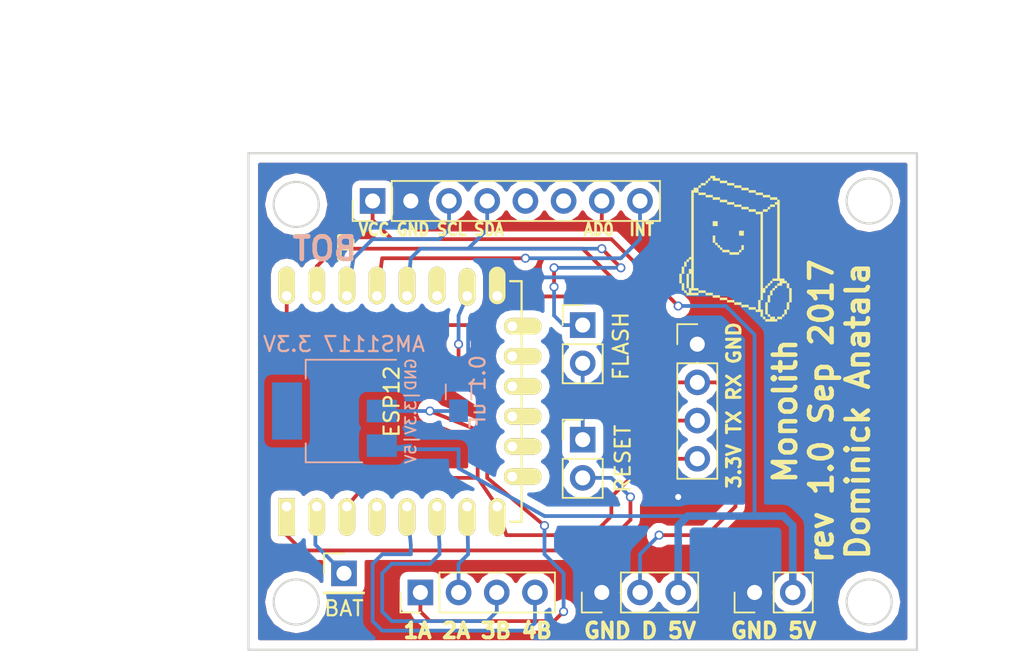
<source format=kicad_pcb>
(kicad_pcb (version 4) (host pcbnew 4.0.5)

  (general
    (links 6)
    (no_connects 0)
    (area 105.180002 51.275 187.067991 94.055001)
    (thickness 1.6)
    (drawings 20)
    (tracks 178)
    (zones 0)
    (modules 12)
    (nets 2)
  )

  (page A4)
  (layers
    (0 F.Cu signal)
    (31 B.Cu signal)
    (32 B.Adhes user)
    (33 F.Adhes user)
    (34 B.Paste user)
    (35 F.Paste user)
    (36 B.SilkS user)
    (37 F.SilkS user)
    (38 B.Mask user)
    (39 F.Mask user)
    (40 Dwgs.User user)
    (41 Cmts.User user)
    (42 Eco1.User user)
    (43 Eco2.User user)
    (44 Edge.Cuts user)
    (45 Margin user)
    (46 B.CrtYd user)
    (47 F.CrtYd user)
    (48 B.Fab user)
    (49 F.Fab user)
  )

  (setup
    (last_trace_width 0.25)
    (user_trace_width 0.5)
    (trace_clearance 0.2)
    (zone_clearance 0.508)
    (zone_45_only no)
    (trace_min 0.2)
    (segment_width 0.2)
    (edge_width 0.15)
    (via_size 0.6)
    (via_drill 0.4)
    (via_min_size 0.4)
    (via_min_drill 0.3)
    (uvia_size 0.3)
    (uvia_drill 0.1)
    (uvias_allowed no)
    (uvia_min_size 0.2)
    (uvia_min_drill 0.1)
    (pcb_text_width 0.3)
    (pcb_text_size 1.5 1.5)
    (mod_edge_width 0.15)
    (mod_text_size 1 1)
    (mod_text_width 0.15)
    (pad_size 1.5 1.25)
    (pad_drill 0)
    (pad_to_mask_clearance 0.2)
    (aux_axis_origin 0 0)
    (visible_elements 7FFFFFFF)
    (pcbplotparams
      (layerselection 0x00030_80000001)
      (usegerberextensions false)
      (excludeedgelayer true)
      (linewidth 0.100000)
      (plotframeref false)
      (viasonmask false)
      (mode 1)
      (useauxorigin false)
      (hpglpennumber 1)
      (hpglpenspeed 20)
      (hpglpendiameter 15)
      (hpglpenoverlay 2)
      (psnegative false)
      (psa4output false)
      (plotreference true)
      (plotvalue true)
      (plotinvisibletext false)
      (padsonsilk false)
      (subtractmaskfromsilk false)
      (outputformat 1)
      (mirror false)
      (drillshape 1)
      (scaleselection 1)
      (outputdirectory ""))
  )

  (net 0 "")
  (net 1 GND)

  (net_class Default "This is the default net class."
    (clearance 0.2)
    (trace_width 0.25)
    (via_dia 0.6)
    (via_drill 0.4)
    (uvia_dia 0.3)
    (uvia_drill 0.1)
    (add_net GND)
  )

  (net_class Thick ""
    (clearance 0.4)
    (trace_width 0.5)
    (via_dia 0.6)
    (via_drill 0.4)
    (uvia_dia 0.3)
    (uvia_drill 0.1)
  )

  (module ESP8266:ESP-12E (layer F.Cu) (tedit 59BC2F85) (tstamp 599144DD)
    (at 124.46 84.455 90)
    (descr "Module, ESP-8266, ESP-12, 16 pad, SMD")
    (tags "Module ESP-8266 ESP8266")
    (fp_text reference ESP12 (at 6.985 6.985 90) (layer F.SilkS)
      (effects (font (size 1 1) (thickness 0.15)))
    )
    (fp_text value ESP-12E (at 6.985 -3.81 90) (layer F.Fab) hide
      (effects (font (size 1 1) (thickness 0.15)))
    )
    (fp_line (start -2.25 -0.5) (end -2.25 -8.75) (layer F.CrtYd) (width 0.05))
    (fp_line (start -2.25 -8.75) (end 15.25 -8.75) (layer F.CrtYd) (width 0.05))
    (fp_line (start 15.25 -8.75) (end 16.25 -8.75) (layer F.CrtYd) (width 0.05))
    (fp_line (start 16.25 -8.75) (end 16.25 16) (layer F.CrtYd) (width 0.05))
    (fp_line (start 16.25 16) (end -2.25 16) (layer F.CrtYd) (width 0.05))
    (fp_line (start -2.25 16) (end -2.25 -0.5) (layer F.CrtYd) (width 0.05))
    (fp_line (start -1.016 -8.382) (end 14.986 -8.382) (layer F.CrtYd) (width 0.1524))
    (fp_line (start 14.986 -8.382) (end 14.986 -0.889) (layer F.CrtYd) (width 0.1524))
    (fp_line (start -1.016 -8.382) (end -1.016 -1.016) (layer F.CrtYd) (width 0.1524))
    (fp_line (start -1.016 14.859) (end -1.016 15.621) (layer F.SilkS) (width 0.1524))
    (fp_line (start -1.016 15.621) (end 14.986 15.621) (layer F.SilkS) (width 0.1524))
    (fp_line (start 14.986 15.621) (end 14.986 14.859) (layer F.SilkS) (width 0.1524))
    (fp_line (start 14.992 -8.4) (end -1.008 -2.6) (layer F.CrtYd) (width 0.1524))
    (fp_line (start -1.008 -8.4) (end 14.992 -2.6) (layer F.CrtYd) (width 0.1524))
    (fp_text user "No Copper" (at 6.892 -5.4 90) (layer F.CrtYd)
      (effects (font (size 1 1) (thickness 0.15)))
    )
    (fp_line (start -1.008 -2.6) (end 14.992 -2.6) (layer F.CrtYd) (width 0.1524))
    (fp_line (start 15 -8.4) (end 15 15.6) (layer F.Fab) (width 0.05))
    (fp_line (start 14.992 15.6) (end -1.008 15.6) (layer F.Fab) (width 0.05))
    (fp_line (start -1.008 15.6) (end -1.008 -8.4) (layer F.Fab) (width 0.05))
    (fp_line (start -1.008 -8.4) (end 14.992 -8.4) (layer F.Fab) (width 0.05))
    (pad 1 thru_hole rect (at 0 0 90) (size 2.5 1.1) (drill 0.65 (offset -0.7 0)) (layers *.Cu *.Mask F.SilkS))
    (pad 2 thru_hole oval (at 0 2 90) (size 2.5 1.1) (drill 0.65 (offset -0.7 0)) (layers *.Cu *.Mask F.SilkS))
    (pad 3 thru_hole oval (at 0 4 90) (size 2.5 1.1) (drill 0.65 (offset -0.7 0)) (layers *.Cu *.Mask F.SilkS))
    (pad 4 thru_hole oval (at 0 6 90) (size 2.5 1.1) (drill 0.65 (offset -0.7 0)) (layers *.Cu *.Mask F.SilkS))
    (pad 5 thru_hole oval (at 0 8 90) (size 2.5 1.1) (drill 0.65 (offset -0.7 0)) (layers *.Cu *.Mask F.SilkS))
    (pad 6 thru_hole oval (at 0 10 90) (size 2.5 1.1) (drill 0.65 (offset -0.7 0)) (layers *.Cu *.Mask F.SilkS))
    (pad 7 thru_hole oval (at 0 12 90) (size 2.5 1.1) (drill 0.65 (offset -0.7 0)) (layers *.Cu *.Mask F.SilkS))
    (pad 8 thru_hole oval (at 0 14 90) (size 2.5 1.1) (drill 0.65 (offset -0.7 0)) (layers *.Cu *.Mask F.SilkS))
    (pad 9 thru_hole oval (at 14 14 90) (size 2.5 1.1) (drill 0.65 (offset 0.7 0)) (layers *.Cu *.Mask F.SilkS)
      (net 1 GND))
    (pad 10 thru_hole oval (at 14 12 90) (size 2.5 1.1) (drill 0.65 (offset 0.6 0)) (layers *.Cu *.Mask F.SilkS))
    (pad 11 thru_hole oval (at 14 10 90) (size 2.5 1.1) (drill 0.65 (offset 0.7 0)) (layers *.Cu *.Mask F.SilkS))
    (pad 12 thru_hole oval (at 14 8 90) (size 2.5 1.1) (drill 0.65 (offset 0.7 0)) (layers *.Cu *.Mask F.SilkS))
    (pad 13 thru_hole oval (at 14 6 90) (size 2.5 1.1) (drill 0.65 (offset 0.7 0)) (layers *.Cu *.Mask F.SilkS))
    (pad 14 thru_hole oval (at 14 4 90) (size 2.5 1.1) (drill 0.65 (offset 0.7 0)) (layers *.Cu *.Mask F.SilkS))
    (pad 15 thru_hole oval (at 14 2 90) (size 2.5 1.1) (drill 0.65 (offset 0.7 0)) (layers *.Cu *.Mask F.SilkS))
    (pad 16 thru_hole oval (at 14 0 90) (size 2.5 1.1) (drill 0.65 (offset 0.7 0)) (layers *.Cu *.Mask F.SilkS))
    (pad 17 thru_hole oval (at 1.99 15 180) (size 2.5 1.1) (drill 0.65 (offset -0.7 0)) (layers *.Cu *.Mask F.SilkS))
    (pad 18 thru_hole oval (at 3.99 15 180) (size 2.5 1.1) (drill 0.65 (offset -0.7 0)) (layers *.Cu *.Mask F.SilkS))
    (pad 19 thru_hole oval (at 5.99 15 180) (size 2.5 1.1) (drill 0.65 (offset -0.7 0)) (layers *.Cu *.Mask F.SilkS))
    (pad 20 thru_hole oval (at 7.99 15 180) (size 2.5 1.1) (drill 0.65 (offset -0.7 0)) (layers *.Cu *.Mask F.SilkS))
    (pad 21 thru_hole oval (at 9.99 15 180) (size 2.5 1.1) (drill 0.65 (offset -0.7 0)) (layers *.Cu *.Mask F.SilkS))
    (pad 22 thru_hole oval (at 11.99 15 180) (size 2.5 1.1) (drill 0.65 (offset -0.7 0)) (layers *.Cu *.Mask F.SilkS))
    (model ${ESPLIB}/ESP8266.3dshapes/ESP-12E.wrl
      (at (xyz 0 0 0))
      (scale (xyz 0.3937 0.3937 0.3937))
      (rotate (xyz 0 0 0))
    )
  )

  (module Socket_Strips:Socket_Strip_Straight_1x08_Pitch2.54mm (layer F.Cu) (tedit 59A597FB) (tstamp 59914741)
    (at 130.175 64.135 90)
    (descr "Through hole straight socket strip, 1x08, 2.54mm pitch, single row")
    (tags "Through hole socket strip THT 1x08 2.54mm single row")
    (fp_text reference "" (at 0 -2.33 90) (layer F.SilkS)
      (effects (font (size 1 1) (thickness 0.15)))
    )
    (fp_text value MPU6050 (at 1.27 8.89 180) (layer F.Fab)
      (effects (font (size 1 1) (thickness 0.15)))
    )
    (fp_line (start -1.27 -1.27) (end -1.27 19.05) (layer F.Fab) (width 0.1))
    (fp_line (start -1.27 19.05) (end 1.27 19.05) (layer F.Fab) (width 0.1))
    (fp_line (start 1.27 19.05) (end 1.27 -1.27) (layer F.Fab) (width 0.1))
    (fp_line (start 1.27 -1.27) (end -1.27 -1.27) (layer F.Fab) (width 0.1))
    (fp_line (start -1.33 1.27) (end -1.33 19.11) (layer F.SilkS) (width 0.12))
    (fp_line (start -1.33 19.11) (end 1.33 19.11) (layer F.SilkS) (width 0.12))
    (fp_line (start 1.33 19.11) (end 1.33 1.27) (layer F.SilkS) (width 0.12))
    (fp_line (start 1.33 1.27) (end -1.33 1.27) (layer F.SilkS) (width 0.12))
    (fp_line (start -1.33 0) (end -1.33 -1.33) (layer F.SilkS) (width 0.12))
    (fp_line (start -1.33 -1.33) (end 0 -1.33) (layer F.SilkS) (width 0.12))
    (fp_line (start -1.8 -1.8) (end -1.8 19.55) (layer F.CrtYd) (width 0.05))
    (fp_line (start -1.8 19.55) (end 1.8 19.55) (layer F.CrtYd) (width 0.05))
    (fp_line (start 1.8 19.55) (end 1.8 -1.8) (layer F.CrtYd) (width 0.05))
    (fp_line (start 1.8 -1.8) (end -1.8 -1.8) (layer F.CrtYd) (width 0.05))
    (fp_text user %R (at 0 -2.33 90) (layer F.Fab)
      (effects (font (size 1 1) (thickness 0.15)))
    )
    (pad 1 thru_hole rect (at 0 0 90) (size 1.7 1.7) (drill 1) (layers *.Cu *.Mask))
    (pad 2 thru_hole oval (at 0 2.54 90) (size 1.7 1.7) (drill 1) (layers *.Cu *.Mask)
      (net 1 GND))
    (pad 3 thru_hole oval (at 0 5.08 90) (size 1.7 1.7) (drill 1) (layers *.Cu *.Mask))
    (pad 4 thru_hole oval (at 0 7.62 90) (size 1.7 1.7) (drill 1) (layers *.Cu *.Mask))
    (pad 5 thru_hole oval (at 0 10.16 90) (size 1.7 1.7) (drill 1) (layers *.Cu *.Mask))
    (pad 6 thru_hole oval (at 0 12.7 90) (size 1.7 1.7) (drill 1) (layers *.Cu *.Mask))
    (pad 7 thru_hole oval (at 0 15.24 90) (size 1.7 1.7) (drill 1) (layers *.Cu *.Mask))
    (pad 8 thru_hole oval (at 0 17.78 90) (size 1.7 1.7) (drill 1) (layers *.Cu *.Mask))
    (model ${KISYS3DMOD}/Socket_Strips.3dshapes/Socket_Strip_Straight_1x08_Pitch2.54mm.wrl
      (at (xyz 0 -0.35 0))
      (scale (xyz 1 1 1))
      (rotate (xyz 0 0 270))
    )
  )

  (module Socket_Strips:Socket_Strip_Straight_1x03_Pitch2.54mm (layer F.Cu) (tedit 59A5981E) (tstamp 599148BD)
    (at 145.415 90.17 90)
    (descr "Through hole straight socket strip, 1x03, 2.54mm pitch, single row")
    (tags "Through hole socket strip THT 1x03 2.54mm single row")
    (fp_text reference " " (at 0 0 180) (layer F.SilkS)
      (effects (font (size 1 1) (thickness 0.15)))
    )
    (fp_text value WS2812 (at 1.27 2.54 180) (layer F.Fab)
      (effects (font (size 1 1) (thickness 0.15)))
    )
    (fp_line (start -1.27 -1.27) (end -1.27 6.35) (layer F.Fab) (width 0.1))
    (fp_line (start -1.27 6.35) (end 1.27 6.35) (layer F.Fab) (width 0.1))
    (fp_line (start 1.27 6.35) (end 1.27 -1.27) (layer F.Fab) (width 0.1))
    (fp_line (start 1.27 -1.27) (end -1.27 -1.27) (layer F.Fab) (width 0.1))
    (fp_line (start -1.33 1.27) (end -1.33 6.41) (layer F.SilkS) (width 0.12))
    (fp_line (start -1.33 6.41) (end 1.33 6.41) (layer F.SilkS) (width 0.12))
    (fp_line (start 1.33 6.41) (end 1.33 1.27) (layer F.SilkS) (width 0.12))
    (fp_line (start 1.33 1.27) (end -1.33 1.27) (layer F.SilkS) (width 0.12))
    (fp_line (start -1.33 0) (end -1.33 -1.33) (layer F.SilkS) (width 0.12))
    (fp_line (start -1.33 -1.33) (end 0 -1.33) (layer F.SilkS) (width 0.12))
    (fp_line (start -1.8 -1.8) (end -1.8 6.85) (layer F.CrtYd) (width 0.05))
    (fp_line (start -1.8 6.85) (end 1.8 6.85) (layer F.CrtYd) (width 0.05))
    (fp_line (start 1.8 6.85) (end 1.8 -1.8) (layer F.CrtYd) (width 0.05))
    (fp_line (start 1.8 -1.8) (end -1.8 -1.8) (layer F.CrtYd) (width 0.05))
    (fp_text user %R (at 0 0 90) (layer F.Fab)
      (effects (font (size 1 1) (thickness 0.15)))
    )
    (pad 1 thru_hole rect (at 0 0 90) (size 1.7 1.7) (drill 1) (layers *.Cu *.Mask)
      (net 1 GND))
    (pad 2 thru_hole oval (at 0 2.54 90) (size 1.7 1.7) (drill 1) (layers *.Cu *.Mask))
    (pad 3 thru_hole oval (at 0 5.08 90) (size 1.7 1.7) (drill 1) (layers *.Cu *.Mask))
    (model ${KISYS3DMOD}/Socket_Strips.3dshapes/Socket_Strip_Straight_1x03_Pitch2.54mm.wrl
      (at (xyz 0 -0.1 0))
      (scale (xyz 1 1 1))
      (rotate (xyz 0 0 270))
    )
  )

  (module Socket_Strips:Socket_Strip_Straight_1x04_Pitch2.54mm (layer F.Cu) (tedit 5997C657) (tstamp 59914BBB)
    (at 133.35 90.17 90)
    (descr "Through hole straight socket strip, 1x04, 2.54mm pitch, single row")
    (tags "Through hole socket strip THT 1x04 2.54mm single row")
    (fp_text reference "" (at 0 -2.33 90) (layer F.SilkS)
      (effects (font (size 1 1) (thickness 0.15)))
    )
    (fp_text value MOTOR (at -1.27 3.81 180) (layer F.Fab)
      (effects (font (size 1 1) (thickness 0.15)))
    )
    (fp_line (start -1.27 -1.27) (end -1.27 8.89) (layer F.Fab) (width 0.1))
    (fp_line (start -1.27 8.89) (end 1.27 8.89) (layer F.Fab) (width 0.1))
    (fp_line (start 1.27 8.89) (end 1.27 -1.27) (layer F.Fab) (width 0.1))
    (fp_line (start 1.27 -1.27) (end -1.27 -1.27) (layer F.Fab) (width 0.1))
    (fp_line (start -1.33 1.27) (end -1.33 8.95) (layer F.SilkS) (width 0.12))
    (fp_line (start -1.33 8.95) (end 1.33 8.95) (layer F.SilkS) (width 0.12))
    (fp_line (start 1.33 8.95) (end 1.33 1.27) (layer F.SilkS) (width 0.12))
    (fp_line (start 1.33 1.27) (end -1.33 1.27) (layer F.SilkS) (width 0.12))
    (fp_line (start -1.33 0) (end -1.33 -1.33) (layer F.SilkS) (width 0.12))
    (fp_line (start -1.33 -1.33) (end 0 -1.33) (layer F.SilkS) (width 0.12))
    (fp_line (start -1.8 -1.8) (end -1.8 9.4) (layer F.CrtYd) (width 0.05))
    (fp_line (start -1.8 9.4) (end 1.8 9.4) (layer F.CrtYd) (width 0.05))
    (fp_line (start 1.8 9.4) (end 1.8 -1.8) (layer F.CrtYd) (width 0.05))
    (fp_line (start 1.8 -1.8) (end -1.8 -1.8) (layer F.CrtYd) (width 0.05))
    (fp_text user %R (at 0 -2.33 90) (layer F.Fab)
      (effects (font (size 1 1) (thickness 0.15)))
    )
    (pad 1 thru_hole rect (at 0 0 90) (size 1.7 1.7) (drill 1) (layers *.Cu *.Mask))
    (pad 2 thru_hole oval (at 0 2.54 90) (size 1.7 1.7) (drill 1) (layers *.Cu *.Mask))
    (pad 3 thru_hole oval (at 0 5.08 90) (size 1.7 1.7) (drill 1) (layers *.Cu *.Mask))
    (pad 4 thru_hole oval (at 0 7.62 90) (size 1.7 1.7) (drill 1) (layers *.Cu *.Mask))
    (model ${KISYS3DMOD}/Socket_Strips.3dshapes/Socket_Strip_Straight_1x04_Pitch2.54mm.wrl
      (at (xyz 0 -0.15 0))
      (scale (xyz 1 1 1))
      (rotate (xyz 0 0 270))
    )
  )

  (module Socket_Strips:Socket_Strip_Straight_1x02_Pitch2.54mm (layer F.Cu) (tedit 59A59814) (tstamp 59914BD5)
    (at 155.575 90.17 90)
    (descr "Through hole straight socket strip, 1x02, 2.54mm pitch, single row")
    (tags "Through hole socket strip THT 1x02 2.54mm single row")
    (fp_text reference " " (at 0 -2.33 90) (layer F.SilkS)
      (effects (font (size 1 1) (thickness 0.15)))
    )
    (fp_text value PW (at 0 4.87 90) (layer F.Fab)
      (effects (font (size 1 1) (thickness 0.15)))
    )
    (fp_line (start -1.27 -1.27) (end -1.27 3.81) (layer F.Fab) (width 0.1))
    (fp_line (start -1.27 3.81) (end 1.27 3.81) (layer F.Fab) (width 0.1))
    (fp_line (start 1.27 3.81) (end 1.27 -1.27) (layer F.Fab) (width 0.1))
    (fp_line (start 1.27 -1.27) (end -1.27 -1.27) (layer F.Fab) (width 0.1))
    (fp_line (start -1.33 1.27) (end -1.33 3.87) (layer F.SilkS) (width 0.12))
    (fp_line (start -1.33 3.87) (end 1.33 3.87) (layer F.SilkS) (width 0.12))
    (fp_line (start 1.33 3.87) (end 1.33 1.27) (layer F.SilkS) (width 0.12))
    (fp_line (start 1.33 1.27) (end -1.33 1.27) (layer F.SilkS) (width 0.12))
    (fp_line (start -1.33 0) (end -1.33 -1.33) (layer F.SilkS) (width 0.12))
    (fp_line (start -1.33 -1.33) (end 0 -1.33) (layer F.SilkS) (width 0.12))
    (fp_line (start -1.8 -1.8) (end -1.8 4.35) (layer F.CrtYd) (width 0.05))
    (fp_line (start -1.8 4.35) (end 1.8 4.35) (layer F.CrtYd) (width 0.05))
    (fp_line (start 1.8 4.35) (end 1.8 -1.8) (layer F.CrtYd) (width 0.05))
    (fp_line (start 1.8 -1.8) (end -1.8 -1.8) (layer F.CrtYd) (width 0.05))
    (fp_text user %R (at 0 -2.33 90) (layer F.Fab)
      (effects (font (size 1 1) (thickness 0.15)))
    )
    (pad 1 thru_hole rect (at 0 0 90) (size 1.7 1.7) (drill 1) (layers *.Cu *.Mask)
      (net 1 GND))
    (pad 2 thru_hole oval (at 0 2.54 90) (size 1.7 1.7) (drill 1) (layers *.Cu *.Mask))
    (model ${KISYS3DMOD}/Socket_Strips.3dshapes/Socket_Strip_Straight_1x02_Pitch2.54mm.wrl
      (at (xyz 0 -0.05 0))
      (scale (xyz 1 1 1))
      (rotate (xyz 0 0 270))
    )
  )

  (module TO_SOT_Packages_SMD:SOT-223 (layer B.Cu) (tedit 59BC5D33) (tstamp 59914CD4)
    (at 127.635 78.105 180)
    (descr "module CMS SOT223 4 pins")
    (tags "CMS SOT")
    (attr smd)
    (fp_text reference "AMS1117 3.3V" (at -0.635 4.445 180) (layer B.SilkS)
      (effects (font (size 1 1) (thickness 0.15)) (justify mirror))
    )
    (fp_text value GND|3.3V|5V (at -5.08 0 270) (layer B.SilkS)
      (effects (font (size 0.7 0.7) (thickness 0.12)) (justify mirror))
    )
    (fp_text user %R (at 0 0 450) (layer B.Fab)
      (effects (font (size 0.8 0.8) (thickness 0.12)) (justify mirror))
    )
    (fp_line (start -1.85 2.3) (end -0.8 3.35) (layer B.Fab) (width 0.1))
    (fp_line (start 1.91 -3.41) (end 1.91 -2.15) (layer B.SilkS) (width 0.12))
    (fp_line (start 1.91 3.41) (end 1.91 2.15) (layer B.SilkS) (width 0.12))
    (fp_line (start 4.4 3.6) (end -4.4 3.6) (layer B.CrtYd) (width 0.05))
    (fp_line (start 4.4 -3.6) (end 4.4 3.6) (layer B.CrtYd) (width 0.05))
    (fp_line (start -4.4 -3.6) (end 4.4 -3.6) (layer B.CrtYd) (width 0.05))
    (fp_line (start -4.4 3.6) (end -4.4 -3.6) (layer B.CrtYd) (width 0.05))
    (fp_line (start -1.85 2.3) (end -1.85 -3.35) (layer B.Fab) (width 0.1))
    (fp_line (start -1.85 -3.41) (end 1.91 -3.41) (layer B.SilkS) (width 0.12))
    (fp_line (start -0.8 3.35) (end 1.85 3.35) (layer B.Fab) (width 0.1))
    (fp_line (start -4.1 3.41) (end 1.91 3.41) (layer B.SilkS) (width 0.12))
    (fp_line (start -1.85 -3.35) (end 1.85 -3.35) (layer B.Fab) (width 0.1))
    (fp_line (start 1.85 3.35) (end 1.85 -3.35) (layer B.Fab) (width 0.1))
    (pad 4 smd rect (at 3.15 0 180) (size 2 3.8) (layers B.Cu B.Paste B.Mask))
    (pad 2 smd rect (at -3.15 0 180) (size 2 1.5) (layers B.Cu B.Paste B.Mask))
    (pad 3 smd rect (at -3.15 -2.3 180) (size 2 1.5) (layers B.Cu B.Paste B.Mask))
    (pad 1 smd rect (at -3.15 2.3 180) (size 2 1.5) (layers B.Cu B.Paste B.Mask)
      (net 1 GND))
    (model ${KISYS3DMOD}/TO_SOT_Packages_SMD.3dshapes/SOT-223.wrl
      (at (xyz 0 0 0))
      (scale (xyz 1 1 1))
      (rotate (xyz 0 0 0))
    )
  )

  (module Pin_Headers:Pin_Header_Straight_1x04_Pitch2.54mm (layer F.Cu) (tedit 59A59806) (tstamp 59979C4E)
    (at 151.765 73.66)
    (descr "Through hole straight pin header, 1x04, 2.54mm pitch, single row")
    (tags "Through hole pin header THT 1x04 2.54mm single row")
    (fp_text reference "" (at 0 -2.33) (layer F.SilkS)
      (effects (font (size 1 1) (thickness 0.15)))
    )
    (fp_text value PROG (at 0 9.95) (layer F.Fab)
      (effects (font (size 1 1) (thickness 0.15)))
    )
    (fp_line (start -0.635 -1.27) (end 1.27 -1.27) (layer F.Fab) (width 0.1))
    (fp_line (start 1.27 -1.27) (end 1.27 8.89) (layer F.Fab) (width 0.1))
    (fp_line (start 1.27 8.89) (end -1.27 8.89) (layer F.Fab) (width 0.1))
    (fp_line (start -1.27 8.89) (end -1.27 -0.635) (layer F.Fab) (width 0.1))
    (fp_line (start -1.27 -0.635) (end -0.635 -1.27) (layer F.Fab) (width 0.1))
    (fp_line (start -1.33 8.95) (end 1.33 8.95) (layer F.SilkS) (width 0.12))
    (fp_line (start -1.33 1.27) (end -1.33 8.95) (layer F.SilkS) (width 0.12))
    (fp_line (start 1.33 1.27) (end 1.33 8.95) (layer F.SilkS) (width 0.12))
    (fp_line (start -1.33 1.27) (end 1.33 1.27) (layer F.SilkS) (width 0.12))
    (fp_line (start -1.33 0) (end -1.33 -1.33) (layer F.SilkS) (width 0.12))
    (fp_line (start -1.33 -1.33) (end 0 -1.33) (layer F.SilkS) (width 0.12))
    (fp_line (start -1.8 -1.8) (end -1.8 9.4) (layer F.CrtYd) (width 0.05))
    (fp_line (start -1.8 9.4) (end 1.8 9.4) (layer F.CrtYd) (width 0.05))
    (fp_line (start 1.8 9.4) (end 1.8 -1.8) (layer F.CrtYd) (width 0.05))
    (fp_line (start 1.8 -1.8) (end -1.8 -1.8) (layer F.CrtYd) (width 0.05))
    (fp_text user %R (at 0 3.81 90) (layer F.Fab)
      (effects (font (size 1 1) (thickness 0.15)))
    )
    (pad 1 thru_hole rect (at 0 0) (size 1.7 1.7) (drill 1) (layers *.Cu *.Mask)
      (net 1 GND))
    (pad 2 thru_hole oval (at 0 2.54) (size 1.7 1.7) (drill 1) (layers *.Cu *.Mask))
    (pad 3 thru_hole oval (at 0 5.08) (size 1.7 1.7) (drill 1) (layers *.Cu *.Mask))
    (pad 4 thru_hole oval (at 0 7.62) (size 1.7 1.7) (drill 1) (layers *.Cu *.Mask))
    (model ${KISYS3DMOD}/Pin_Headers.3dshapes/Pin_Header_Straight_1x04_Pitch2.54mm.wrl
      (at (xyz 0 0 0))
      (scale (xyz 1 1 1))
      (rotate (xyz 0 0 0))
    )
  )

  (module Pin_Headers:Pin_Header_Straight_1x02_Pitch2.54mm (layer F.Cu) (tedit 5999120E) (tstamp 5997BDAA)
    (at 144.145 72.39)
    (descr "Through hole straight pin header, 1x02, 2.54mm pitch, single row")
    (tags "Through hole pin header THT 1x02 2.54mm single row")
    (fp_text reference FLASH (at 2.54 1.397 90) (layer F.SilkS)
      (effects (font (size 1 1) (thickness 0.15)))
    )
    (fp_text value "" (at 0 1.27 90) (layer F.Fab)
      (effects (font (size 1 1) (thickness 0.15)))
    )
    (fp_line (start -0.635 -1.27) (end 1.27 -1.27) (layer F.Fab) (width 0.1))
    (fp_line (start 1.27 -1.27) (end 1.27 3.81) (layer F.Fab) (width 0.1))
    (fp_line (start 1.27 3.81) (end -1.27 3.81) (layer F.Fab) (width 0.1))
    (fp_line (start -1.27 3.81) (end -1.27 -0.635) (layer F.Fab) (width 0.1))
    (fp_line (start -1.27 -0.635) (end -0.635 -1.27) (layer F.Fab) (width 0.1))
    (fp_line (start -1.33 3.87) (end 1.33 3.87) (layer F.SilkS) (width 0.12))
    (fp_line (start -1.33 1.27) (end -1.33 3.87) (layer F.SilkS) (width 0.12))
    (fp_line (start 1.33 1.27) (end 1.33 3.87) (layer F.SilkS) (width 0.12))
    (fp_line (start -1.33 1.27) (end 1.33 1.27) (layer F.SilkS) (width 0.12))
    (fp_line (start -1.33 0) (end -1.33 -1.33) (layer F.SilkS) (width 0.12))
    (fp_line (start -1.33 -1.33) (end 0 -1.33) (layer F.SilkS) (width 0.12))
    (fp_line (start -1.8 -1.8) (end -1.8 4.35) (layer F.CrtYd) (width 0.05))
    (fp_line (start -1.8 4.35) (end 1.8 4.35) (layer F.CrtYd) (width 0.05))
    (fp_line (start 1.8 4.35) (end 1.8 -1.8) (layer F.CrtYd) (width 0.05))
    (fp_line (start 1.8 -1.8) (end -1.8 -1.8) (layer F.CrtYd) (width 0.05))
    (fp_text user "" (at 0 1.27 90) (layer F.Fab)
      (effects (font (size 1 1) (thickness 0.15)))
    )
    (pad 1 thru_hole rect (at 0 0) (size 1.7 1.7) (drill 1) (layers *.Cu *.Mask))
    (pad 2 thru_hole oval (at 0 2.54) (size 1.7 1.7) (drill 1) (layers *.Cu *.Mask))
    (model ${KISYS3DMOD}/Pin_Headers.3dshapes/Pin_Header_Straight_1x02_Pitch2.54mm.wrl
      (at (xyz 0 0 0))
      (scale (xyz 1 1 1))
      (rotate (xyz 0 0 0))
    )
  )

  (module Pin_Headers:Pin_Header_Straight_1x02_Pitch2.54mm (layer F.Cu) (tedit 59991209) (tstamp 5997BDD6)
    (at 144.145 80.01)
    (descr "Through hole straight pin header, 1x02, 2.54mm pitch, single row")
    (tags "Through hole pin header THT 1x02 2.54mm single row")
    (fp_text reference RESET (at 2.667 1.27 90) (layer F.SilkS)
      (effects (font (size 1 1) (thickness 0.15)))
    )
    (fp_text value "" (at 0 1.905 90) (layer F.Fab)
      (effects (font (size 1 1) (thickness 0.15)))
    )
    (fp_line (start -0.635 -1.27) (end 1.27 -1.27) (layer F.Fab) (width 0.1))
    (fp_line (start 1.27 -1.27) (end 1.27 3.81) (layer F.Fab) (width 0.1))
    (fp_line (start 1.27 3.81) (end -1.27 3.81) (layer F.Fab) (width 0.1))
    (fp_line (start -1.27 3.81) (end -1.27 -0.635) (layer F.Fab) (width 0.1))
    (fp_line (start -1.27 -0.635) (end -0.635 -1.27) (layer F.Fab) (width 0.1))
    (fp_line (start -1.33 3.87) (end 1.33 3.87) (layer F.SilkS) (width 0.12))
    (fp_line (start -1.33 1.27) (end -1.33 3.87) (layer F.SilkS) (width 0.12))
    (fp_line (start 1.33 1.27) (end 1.33 3.87) (layer F.SilkS) (width 0.12))
    (fp_line (start -1.33 1.27) (end 1.33 1.27) (layer F.SilkS) (width 0.12))
    (fp_line (start -1.33 0) (end -1.33 -1.33) (layer F.SilkS) (width 0.12))
    (fp_line (start -1.33 -1.33) (end 0 -1.33) (layer F.SilkS) (width 0.12))
    (fp_line (start -1.8 -1.8) (end -1.8 4.35) (layer F.CrtYd) (width 0.05))
    (fp_line (start -1.8 4.35) (end 1.8 4.35) (layer F.CrtYd) (width 0.05))
    (fp_line (start 1.8 4.35) (end 1.8 -1.8) (layer F.CrtYd) (width 0.05))
    (fp_line (start 1.8 -1.8) (end -1.8 -1.8) (layer F.CrtYd) (width 0.05))
    (fp_text user "" (at 0 1.27 90) (layer F.Fab)
      (effects (font (size 1 1) (thickness 0.15)))
    )
    (pad 1 thru_hole rect (at 0 0) (size 1.7 1.7) (drill 1) (layers *.Cu *.Mask))
    (pad 2 thru_hole oval (at 0 2.54) (size 1.7 1.7) (drill 1) (layers *.Cu *.Mask))
    (model ${KISYS3DMOD}/Pin_Headers.3dshapes/Pin_Header_Straight_1x02_Pitch2.54mm.wrl
      (at (xyz 0 0 0))
      (scale (xyz 1 1 1))
      (rotate (xyz 0 0 0))
    )
  )

  (module Socket_Strips:Socket_Strip_Straight_1x01_Pitch2.54mm (layer F.Cu) (tedit 59A7804E) (tstamp 59A72CDB)
    (at 128.27 88.9)
    (descr "Through hole straight socket strip, 1x01, 2.54mm pitch, single row")
    (tags "Through hole socket strip THT 1x01 2.54mm single row")
    (fp_text reference "" (at 0 0) (layer F.SilkS)
      (effects (font (size 1 1) (thickness 0.15)))
    )
    (fp_text value BAT (at 0 2.33) (layer F.SilkS)
      (effects (font (size 1 1) (thickness 0.15)))
    )
    (fp_line (start -1.27 -1.27) (end -1.27 1.27) (layer F.Fab) (width 0.1))
    (fp_line (start -1.27 1.27) (end 1.27 1.27) (layer F.Fab) (width 0.1))
    (fp_line (start 1.27 1.27) (end 1.27 -1.27) (layer F.Fab) (width 0.1))
    (fp_line (start 1.27 -1.27) (end -1.27 -1.27) (layer F.Fab) (width 0.1))
    (fp_line (start -1.33 1.27) (end -1.33 1.33) (layer F.SilkS) (width 0.12))
    (fp_line (start -1.33 1.33) (end 1.33 1.33) (layer F.SilkS) (width 0.12))
    (fp_line (start 1.33 1.33) (end 1.33 1.27) (layer F.SilkS) (width 0.12))
    (fp_line (start 1.33 1.27) (end -1.33 1.27) (layer F.SilkS) (width 0.12))
    (fp_line (start -1.33 0) (end -1.33 -1.33) (layer F.SilkS) (width 0.12))
    (fp_line (start -1.33 -1.33) (end 0 -1.33) (layer F.SilkS) (width 0.12))
    (fp_line (start -1.8 -1.8) (end -1.8 1.8) (layer F.CrtYd) (width 0.05))
    (fp_line (start -1.8 1.8) (end 1.8 1.8) (layer F.CrtYd) (width 0.05))
    (fp_line (start 1.8 1.8) (end 1.8 -1.8) (layer F.CrtYd) (width 0.05))
    (fp_line (start 1.8 -1.8) (end -1.8 -1.8) (layer F.CrtYd) (width 0.05))
    (fp_text user %R (at 0 0.635) (layer F.Fab)
      (effects (font (size 1 1) (thickness 0.15)))
    )
    (pad 1 thru_hole rect (at 0 0) (size 1.7 1.7) (drill 1) (layers *.Cu *.Mask))
    (model ${KISYS3DMOD}/Socket_Strips.3dshapes/Socket_Strip_Straight_1x01_Pitch2.54mm.wrl
      (at (xyz 0 0 0))
      (scale (xyz 1 1 1))
      (rotate (xyz 0 0 270))
    )
  )

  (module Capacitors_SMD:C_0805_HandSoldering (layer B.Cu) (tedit 59BB548C) (tstamp 59BB5316)
    (at 135.89 76.835 270)
    (descr "Capacitor SMD 0805, hand soldering")
    (tags "capacitor 0805")
    (attr smd)
    (fp_text reference "" (at 0 1.75 270) (layer B.SilkS)
      (effects (font (size 1 1) (thickness 0.15)) (justify mirror))
    )
    (fp_text value "0.1 uF" (at 0 -1.27 270) (layer B.SilkS)
      (effects (font (size 1 1) (thickness 0.15)) (justify mirror))
    )
    (fp_text user "" (at 0 1.75 270) (layer B.Fab)
      (effects (font (size 1 1) (thickness 0.15)) (justify mirror))
    )
    (fp_line (start -1 -0.62) (end -1 0.62) (layer B.Fab) (width 0.1))
    (fp_line (start 1 -0.62) (end -1 -0.62) (layer B.Fab) (width 0.1))
    (fp_line (start 1 0.62) (end 1 -0.62) (layer B.Fab) (width 0.1))
    (fp_line (start -1 0.62) (end 1 0.62) (layer B.Fab) (width 0.1))
    (fp_line (start 0.5 0.85) (end -0.5 0.85) (layer B.SilkS) (width 0.12))
    (fp_line (start -0.5 -0.85) (end 0.5 -0.85) (layer B.SilkS) (width 0.12))
    (fp_line (start -2.25 0.88) (end 2.25 0.88) (layer B.CrtYd) (width 0.05))
    (fp_line (start -2.25 0.88) (end -2.25 -0.87) (layer B.CrtYd) (width 0.05))
    (fp_line (start 2.25 -0.87) (end 2.25 0.88) (layer B.CrtYd) (width 0.05))
    (fp_line (start 2.25 -0.87) (end -2.25 -0.87) (layer B.CrtYd) (width 0.05))
    (pad 1 smd rect (at -1.25 0 270) (size 1.5 1.25) (layers B.Cu B.Paste B.Mask)
      (net 1 GND))
    (pad 2 smd rect (at 1.25 0 270) (size 1.5 1.25) (layers B.Cu B.Paste B.Mask))
    (model Capacitors_SMD.3dshapes/C_0805.wrl
      (at (xyz 0 0 0))
      (scale (xyz 1 1 1))
      (rotate (xyz 0 0 0))
    )
  )

  (module ESP8266:logo_large_8mm (layer F.Cu) (tedit 59BC5C11) (tstamp 59BC35FA)
    (at 154.305 67.31)
    (fp_text reference "" (at -0.635 6.35) (layer F.SilkS) hide
      (effects (font (thickness 0.3)))
    )
    (fp_text value "" (at -0.635 6.35) (layer F.SilkS) hide
      (effects (font (thickness 0.3)))
    )
    (fp_poly (pts (xy -2.460625 2.936875) (xy -2.460625 3.095625) (xy -3.254375 3.095625) (xy -3.254375 3.01625)
      (xy -3.256285 2.965443) (xy -3.269651 2.942867) (xy -3.305931 2.937065) (xy -3.33375 2.936875)
      (xy -3.384557 2.934965) (xy -3.407133 2.921599) (xy -3.412935 2.885319) (xy -3.413125 2.8575)
      (xy -3.415035 2.806693) (xy -3.428401 2.784117) (xy -3.464681 2.778315) (xy -3.4925 2.778125)
      (xy -3.571875 2.778125) (xy -3.571875 2.301875) (xy -3.730625 2.301875) (xy -3.730625 1.666875)
      (xy -3.571875 1.666875) (xy -3.571875 2.301875) (xy -3.413125 2.301875) (xy -3.413125 2.778125)
      (xy -3.33375 2.778125) (xy -3.282944 2.780034) (xy -3.260368 2.7934) (xy -3.254566 2.82968)
      (xy -3.254375 2.8575) (xy -3.252466 2.908306) (xy -3.2391 2.930882) (xy -3.20282 2.936684)
      (xy -3.175 2.936875) (xy -3.095625 2.936875) (xy -3.095625 2.778125) (xy -2.936875 2.778125)
      (xy -2.936875 2.936875) (xy -2.460625 2.936875) (xy -2.460625 2.778125) (xy -2.936875 2.778125)
      (xy -3.095625 2.778125) (xy -3.095625 2.619375) (xy -2.936875 2.619375) (xy -2.936875 1.666875)
      (xy -3.095625 1.666875) (xy -3.095625 1.349375) (xy -2.936875 1.349375) (xy -2.936875 0.714375)
      (xy -3.01625 0.714375) (xy -3.067057 0.716284) (xy -3.089633 0.72965) (xy -3.095435 0.76593)
      (xy -3.095625 0.79375) (xy -3.097535 0.844556) (xy -3.110901 0.867132) (xy -3.147181 0.872934)
      (xy -3.175 0.873125) (xy -3.254375 0.873125) (xy -3.254375 1.190625) (xy -3.413125 1.190625)
      (xy -3.413125 1.666875) (xy -3.571875 1.666875) (xy -3.571875 1.190625) (xy -3.413125 1.190625)
      (xy -3.413125 0.873125) (xy -3.33375 0.873125) (xy -3.282944 0.871215) (xy -3.260368 0.857849)
      (xy -3.254566 0.821569) (xy -3.254375 0.79375) (xy -3.252466 0.742943) (xy -3.2391 0.720367)
      (xy -3.20282 0.714565) (xy -3.175 0.714375) (xy -3.124194 0.712465) (xy -3.101618 0.699099)
      (xy -3.095816 0.662819) (xy -3.095625 0.635) (xy -3.093716 0.584193) (xy -3.08035 0.561617)
      (xy -3.04407 0.555815) (xy -3.01625 0.555625) (xy -2.936875 0.555625) (xy -2.936875 -3.730625)
      (xy -2.778125 -3.730625) (xy -2.778125 2.619375) (xy -2.460625 2.619375) (xy -2.460625 2.778125)
      (xy -1.984375 2.778125) (xy -1.984375 2.936875) (xy -1.508125 2.936875) (xy -1.508125 3.095625)
      (xy -1.031875 3.095625) (xy -1.031875 3.254375) (xy -0.555625 3.254375) (xy -0.555625 3.413125)
      (xy -0.079375 3.413125) (xy -0.079375 3.571875) (xy 0.396875 3.571875) (xy 0.396875 3.730625)
      (xy 0.873125 3.730625) (xy 0.873125 3.889375) (xy 1.349375 3.889375) (xy 1.349375 3.96875)
      (xy 1.351284 4.019556) (xy 1.36465 4.042132) (xy 1.40093 4.047934) (xy 1.42875 4.048125)
      (xy 1.508125 4.048125) (xy 1.508125 3.413125) (xy 1.666875 3.413125) (xy 1.666875 4.048125)
      (xy 1.825625 4.048125) (xy 1.825625 4.524375) (xy 1.905 4.524375) (xy 1.955806 4.526284)
      (xy 1.978382 4.53965) (xy 1.984184 4.57593) (xy 1.984375 4.60375) (xy 1.984375 4.683125)
      (xy 2.301875 4.683125) (xy 2.301875 4.524375) (xy 2.619375 4.524375) (xy 2.619375 4.60375)
      (xy 2.621284 4.654556) (xy 2.63465 4.677132) (xy 2.67093 4.682934) (xy 2.69875 4.683125)
      (xy 2.749556 4.681215) (xy 2.772132 4.667849) (xy 2.777934 4.631569) (xy 2.778125 4.60375)
      (xy 2.778125 4.524375) (xy 3.095625 4.524375) (xy 3.095625 4.445) (xy 3.097534 4.394193)
      (xy 3.1109 4.371617) (xy 3.14718 4.365815) (xy 3.175 4.365625) (xy 3.254375 4.365625)
      (xy 3.254375 4.048125) (xy 3.413125 4.048125) (xy 3.413125 3.571875) (xy 3.571875 3.571875)
      (xy 3.571875 2.619375) (xy 3.413125 2.619375) (xy 3.413125 2.301875) (xy 3.095625 2.301875)
      (xy 3.095625 2.460625) (xy 2.778125 2.460625) (xy 2.778125 2.38125) (xy 2.780034 2.330443)
      (xy 2.7934 2.307867) (xy 2.82968 2.302065) (xy 2.8575 2.301875) (xy 2.908306 2.299965)
      (xy 2.930882 2.286599) (xy 2.936684 2.250319) (xy 2.936875 2.2225) (xy 2.936875 2.143125)
      (xy 2.460625 2.143125) (xy 2.460625 1.984375) (xy 2.778125 1.984375) (xy 2.778125 -2.936875)
      (xy 2.69875 -2.936875) (xy 2.647943 -2.938785) (xy 2.625367 -2.952151) (xy 2.619565 -2.988431)
      (xy 2.619375 -3.01625) (xy 2.621284 -3.067057) (xy 2.63465 -3.089633) (xy 2.67093 -3.095435)
      (xy 2.69875 -3.095625) (xy 2.749556 -3.097535) (xy 2.772132 -3.110901) (xy 2.777934 -3.147181)
      (xy 2.778125 -3.175) (xy 2.778125 -3.254375) (xy 2.301875 -3.254375) (xy 2.301875 -3.413125)
      (xy 1.825625 -3.413125) (xy 1.825625 -3.571875) (xy 1.349375 -3.571875) (xy 1.349375 -3.730625)
      (xy 0.873125 -3.730625) (xy 0.873125 -3.889375) (xy 0.396875 -3.889375) (xy 0.396875 -4.048125)
      (xy -0.079375 -4.048125) (xy -0.079375 -4.206875) (xy -0.555625 -4.206875) (xy -0.555625 -4.365625)
      (xy -1.031875 -4.365625) (xy -1.031875 -4.524375) (xy -1.508125 -4.524375) (xy -1.508125 -4.60375)
      (xy -1.510035 -4.654557) (xy -1.523401 -4.677133) (xy -1.559681 -4.682935) (xy -1.5875 -4.683125)
      (xy -1.638307 -4.681216) (xy -1.660883 -4.66785) (xy -1.666685 -4.63157) (xy -1.666875 -4.60375)
      (xy -1.668785 -4.552944) (xy -1.682151 -4.530368) (xy -1.718431 -4.524566) (xy -1.74625 -4.524375)
      (xy -1.797057 -4.522466) (xy -1.819633 -4.5091) (xy -1.825435 -4.47282) (xy -1.825625 -4.445)
      (xy -1.827535 -4.394194) (xy -1.840901 -4.371618) (xy -1.877181 -4.365816) (xy -1.905 -4.365625)
      (xy -1.955807 -4.363716) (xy -1.978383 -4.35035) (xy -1.984185 -4.31407) (xy -1.984375 -4.28625)
      (xy -1.984375 -4.206875) (xy -2.301875 -4.206875) (xy -2.301875 -4.1275) (xy -2.303785 -4.076694)
      (xy -2.317151 -4.054118) (xy -2.353431 -4.048316) (xy -2.38125 -4.048125) (xy -2.460625 -4.048125)
      (xy -2.460625 -3.730625) (xy -2.778125 -3.730625) (xy -2.936875 -3.730625) (xy -2.936875 -3.889375)
      (xy -2.8575 -3.889375) (xy -2.806694 -3.891285) (xy -2.784118 -3.904651) (xy -2.778316 -3.940931)
      (xy -2.778125 -3.96875) (xy -2.778125 -4.048125) (xy -2.460625 -4.048125) (xy -2.460625 -4.1275)
      (xy -2.458716 -4.178307) (xy -2.44535 -4.200883) (xy -2.40907 -4.206685) (xy -2.38125 -4.206875)
      (xy -2.330444 -4.208785) (xy -2.307868 -4.222151) (xy -2.302066 -4.258431) (xy -2.301875 -4.28625)
      (xy -2.301875 -4.365625) (xy -1.984375 -4.365625) (xy -1.984375 -4.445) (xy -1.982466 -4.495807)
      (xy -1.9691 -4.518383) (xy -1.93282 -4.524185) (xy -1.905 -4.524375) (xy -1.854194 -4.526285)
      (xy -1.831618 -4.539651) (xy -1.825816 -4.575931) (xy -1.825625 -4.60375) (xy -1.823716 -4.654557)
      (xy -1.81035 -4.677133) (xy -1.77407 -4.682935) (xy -1.74625 -4.683125) (xy -1.695444 -4.685035)
      (xy -1.672868 -4.698401) (xy -1.667066 -4.734681) (xy -1.666875 -4.7625) (xy -1.666875 -4.841875)
      (xy -1.349375 -4.841875) (xy -1.349375 -4.683125) (xy -1.031875 -4.683125) (xy -1.031875 -4.524375)
      (xy -0.555625 -4.524375) (xy -0.555625 -4.365625) (xy -0.079375 -4.365625) (xy -0.079375 -4.206875)
      (xy 0.396875 -4.206875) (xy 0.396875 -4.048125) (xy 0.873125 -4.048125) (xy 0.873125 -3.889375)
      (xy 1.349375 -3.889375) (xy 1.349375 -3.730625) (xy 1.825625 -3.730625) (xy 1.825625 -3.571875)
      (xy 2.301875 -3.571875) (xy 2.301875 -3.413125) (xy 2.778125 -3.413125) (xy 2.778125 -3.33375)
      (xy 2.780034 -3.282944) (xy 2.7934 -3.260368) (xy 2.82968 -3.254566) (xy 2.8575 -3.254375)
      (xy 2.936875 -3.254375) (xy 2.936875 1.984375) (xy 3.254375 1.984375) (xy 3.254375 2.06375)
      (xy 3.256284 2.114556) (xy 3.26965 2.137132) (xy 3.30593 2.142934) (xy 3.33375 2.143125)
      (xy 3.384556 2.145034) (xy 3.407132 2.1584) (xy 3.412934 2.19468) (xy 3.413125 2.2225)
      (xy 3.415034 2.273306) (xy 3.4284 2.295882) (xy 3.46468 2.301684) (xy 3.4925 2.301875)
      (xy 3.571875 2.301875) (xy 3.571875 2.619375) (xy 3.730625 2.619375) (xy 3.730625 3.571875)
      (xy 3.571875 3.571875) (xy 3.571875 4.048125) (xy 3.413125 4.048125) (xy 3.413125 4.365625)
      (xy 3.33375 4.365625) (xy 3.282943 4.367534) (xy 3.260367 4.3809) (xy 3.254565 4.41718)
      (xy 3.254375 4.445) (xy 3.252465 4.495806) (xy 3.239099 4.518382) (xy 3.202819 4.524184)
      (xy 3.175 4.524375) (xy 3.124193 4.526284) (xy 3.101617 4.53965) (xy 3.095815 4.57593)
      (xy 3.095625 4.60375) (xy 3.095625 4.683125) (xy 2.778125 4.683125) (xy 2.778125 4.841875)
      (xy 1.984375 4.841875) (xy 1.984375 4.7625) (xy 1.982465 4.711693) (xy 1.969099 4.689117)
      (xy 1.932819 4.683315) (xy 1.905 4.683125) (xy 1.854193 4.681215) (xy 1.831617 4.667849)
      (xy 1.825815 4.631569) (xy 1.825625 4.60375) (xy 1.823715 4.552943) (xy 1.810349 4.530367)
      (xy 1.774069 4.524565) (xy 1.74625 4.524375) (xy 1.666875 4.524375) (xy 1.666875 4.206875)
      (xy 1.349375 4.206875) (xy 1.349375 4.048125) (xy 0.873125 4.048125) (xy 0.873125 3.889375)
      (xy 0.396875 3.889375) (xy 0.396875 3.730625) (xy -0.079375 3.730625) (xy -0.079375 3.571875)
      (xy -0.555625 3.571875) (xy -0.555625 3.413125) (xy -1.031875 3.413125) (xy -1.031875 3.254375)
      (xy -1.508125 3.254375) (xy -1.508125 3.095625) (xy -1.984375 3.095625) (xy -1.984375 2.936875)
      (xy -2.460625 2.936875)) (layer F.SilkS) (width 0.01))
    (fp_poly (pts (xy 2.143125 4.365625) (xy 2.2225 4.365625) (xy 2.273306 4.367534) (xy 2.295882 4.3809)
      (xy 2.301684 4.41718) (xy 2.301875 4.445) (xy 2.299965 4.495806) (xy 2.286599 4.518382)
      (xy 2.250319 4.524184) (xy 2.2225 4.524375) (xy 2.171693 4.522465) (xy 2.149117 4.509099)
      (xy 2.143315 4.472819) (xy 2.143125 4.445) (xy 2.141215 4.394193) (xy 2.127849 4.371617)
      (xy 2.091569 4.365815) (xy 2.06375 4.365625) (xy 1.984375 4.365625) (xy 1.984375 3.571875)
      (xy 2.143125 3.571875) (xy 2.143125 4.365625)) (layer F.SilkS) (width 0.01))
    (fp_poly (pts (xy 2.301875 3.571875) (xy 2.143125 3.571875) (xy 2.143125 3.095625) (xy 2.301875 3.095625)
      (xy 2.301875 3.571875)) (layer F.SilkS) (width 0.01))
    (fp_poly (pts (xy 2.749556 2.462534) (xy 2.772132 2.4759) (xy 2.777934 2.51218) (xy 2.778125 2.54)
      (xy 2.776215 2.590806) (xy 2.762849 2.613382) (xy 2.726569 2.619184) (xy 2.69875 2.619375)
      (xy 2.647943 2.621284) (xy 2.625367 2.63465) (xy 2.619565 2.67093) (xy 2.619375 2.69875)
      (xy 2.617465 2.749556) (xy 2.604099 2.772132) (xy 2.567819 2.777934) (xy 2.54 2.778125)
      (xy 2.460625 2.778125) (xy 2.460625 3.095625) (xy 2.301875 3.095625) (xy 2.301875 2.778125)
      (xy 2.38125 2.778125) (xy 2.432056 2.776215) (xy 2.454632 2.762849) (xy 2.460434 2.726569)
      (xy 2.460625 2.69875) (xy 2.462534 2.647943) (xy 2.4759 2.625367) (xy 2.51218 2.619565)
      (xy 2.54 2.619375) (xy 2.590806 2.617465) (xy 2.613382 2.604099) (xy 2.619184 2.567819)
      (xy 2.619375 2.54) (xy 2.621284 2.489193) (xy 2.63465 2.466617) (xy 2.67093 2.460815)
      (xy 2.69875 2.460625) (xy 2.749556 2.462534)) (layer F.SilkS) (width 0.01))
    (fp_poly (pts (xy 1.825625 2.619375) (xy 1.905 2.619375) (xy 1.955806 2.617465) (xy 1.978382 2.604099)
      (xy 1.984184 2.567819) (xy 1.984375 2.54) (xy 1.986284 2.489193) (xy 1.99965 2.466617)
      (xy 2.03593 2.460815) (xy 2.06375 2.460625) (xy 2.114556 2.458715) (xy 2.137132 2.445349)
      (xy 2.142934 2.409069) (xy 2.143125 2.38125) (xy 2.145034 2.330443) (xy 2.1584 2.307867)
      (xy 2.19468 2.302065) (xy 2.2225 2.301875) (xy 2.273306 2.299965) (xy 2.295882 2.286599)
      (xy 2.301684 2.250319) (xy 2.301875 2.2225) (xy 2.303784 2.171693) (xy 2.31715 2.149117)
      (xy 2.35343 2.143315) (xy 2.38125 2.143125) (xy 2.432056 2.145034) (xy 2.454632 2.1584)
      (xy 2.460434 2.19468) (xy 2.460625 2.2225) (xy 2.458715 2.273306) (xy 2.445349 2.295882)
      (xy 2.409069 2.301684) (xy 2.38125 2.301875) (xy 2.330443 2.303784) (xy 2.307867 2.31715)
      (xy 2.302065 2.35343) (xy 2.301875 2.38125) (xy 2.299965 2.432056) (xy 2.286599 2.454632)
      (xy 2.250319 2.460434) (xy 2.2225 2.460625) (xy 2.171693 2.462534) (xy 2.149117 2.4759)
      (xy 2.143315 2.51218) (xy 2.143125 2.54) (xy 2.141215 2.590806) (xy 2.127849 2.613382)
      (xy 2.091569 2.619184) (xy 2.06375 2.619375) (xy 1.984375 2.619375) (xy 1.984375 2.936875)
      (xy 1.825625 2.936875) (xy 1.825625 3.413125) (xy 1.666875 3.413125) (xy 1.666875 -2.301875)
      (xy 1.349375 -2.301875) (xy 1.349375 -2.460625) (xy 1.825625 -2.460625) (xy 1.825625 2.619375)) (layer F.SilkS) (width 0.01))
    (fp_poly (pts (xy 2.619375 -2.778125) (xy 2.301875 -2.778125) (xy 2.301875 -2.69875) (xy 2.299965 -2.647944)
      (xy 2.286599 -2.625368) (xy 2.250319 -2.619566) (xy 2.2225 -2.619375) (xy 2.171693 -2.617466)
      (xy 2.149117 -2.6041) (xy 2.143315 -2.56782) (xy 2.143125 -2.54) (xy 2.143125 -2.460625)
      (xy 1.825625 -2.460625) (xy 1.825625 -2.619375) (xy 2.143125 -2.619375) (xy 2.143125 -2.69875)
      (xy 2.145034 -2.749557) (xy 2.1584 -2.772133) (xy 2.19468 -2.777935) (xy 2.2225 -2.778125)
      (xy 2.273306 -2.780035) (xy 2.295882 -2.793401) (xy 2.301684 -2.829681) (xy 2.301875 -2.8575)
      (xy 2.301875 -2.936875) (xy 2.619375 -2.936875) (xy 2.619375 -2.778125)) (layer F.SilkS) (width 0.01))
    (fp_poly (pts (xy 1.349375 -2.460625) (xy 0.873125 -2.460625) (xy 0.873125 -2.619375) (xy 1.349375 -2.619375)
      (xy 1.349375 -2.460625)) (layer F.SilkS) (width 0.01))
    (fp_poly (pts (xy 0.873125 -2.619375) (xy 0.396875 -2.619375) (xy 0.396875 -2.778125) (xy 0.873125 -2.778125)
      (xy 0.873125 -2.619375)) (layer F.SilkS) (width 0.01))
    (fp_poly (pts (xy 0.396875 -2.778125) (xy -0.079375 -2.778125) (xy -0.079375 -2.936875) (xy 0.396875 -2.936875)
      (xy 0.396875 -2.778125)) (layer F.SilkS) (width 0.01))
    (fp_poly (pts (xy -0.079375 -2.936875) (xy -0.555625 -2.936875) (xy -0.555625 -3.095625) (xy -0.079375 -3.095625)
      (xy -0.079375 -2.936875)) (layer F.SilkS) (width 0.01))
    (fp_poly (pts (xy -0.555625 -3.095625) (xy -1.031875 -3.095625) (xy -1.031875 -3.254375) (xy -0.555625 -3.254375)
      (xy -0.555625 -3.095625)) (layer F.SilkS) (width 0.01))
    (fp_poly (pts (xy -1.031875 -3.254375) (xy -1.508125 -3.254375) (xy -1.508125 -3.413125) (xy -1.031875 -3.413125)
      (xy -1.031875 -3.254375)) (layer F.SilkS) (width 0.01))
    (fp_poly (pts (xy -1.508125 -3.413125) (xy -1.984375 -3.413125) (xy -1.984375 -3.571875) (xy -1.508125 -3.571875)
      (xy -1.508125 -3.413125)) (layer F.SilkS) (width 0.01))
    (fp_poly (pts (xy -1.984375 -3.571875) (xy -2.460625 -3.571875) (xy -2.460625 -3.730625) (xy -1.984375 -3.730625)
      (xy -1.984375 -3.571875)) (layer F.SilkS) (width 0.01))
    (fp_poly (pts (xy 0.555625 0.079375) (xy 0.47625 0.079375) (xy 0.425443 0.081284) (xy 0.402867 0.09465)
      (xy 0.397065 0.13093) (xy 0.396875 0.15875) (xy 0.394965 0.209556) (xy 0.381599 0.232132)
      (xy 0.345319 0.237934) (xy 0.3175 0.238125) (xy 0.266693 0.240034) (xy 0.244117 0.2534)
      (xy 0.238315 0.28968) (xy 0.238125 0.3175) (xy 0.238125 0.396875) (xy -0.396875 0.396875)
      (xy -0.396875 0.238125) (xy 0.238125 0.238125) (xy 0.238125 0.15875) (xy 0.240034 0.107943)
      (xy 0.2534 0.085367) (xy 0.28968 0.079565) (xy 0.3175 0.079375) (xy 0.396875 0.079375)
      (xy 0.396875 -0.238125) (xy 0.555625 -0.238125) (xy 0.555625 0.079375)) (layer F.SilkS) (width 0.01))
    (fp_poly (pts (xy -1.349375 -0.396875) (xy -1.27 -0.396875) (xy -1.219194 -0.394966) (xy -1.196618 -0.3816)
      (xy -1.190816 -0.34532) (xy -1.190625 -0.3175) (xy -1.188716 -0.266694) (xy -1.17535 -0.244118)
      (xy -1.13907 -0.238316) (xy -1.11125 -0.238125) (xy -1.060444 -0.236216) (xy -1.037868 -0.22285)
      (xy -1.032066 -0.18657) (xy -1.031875 -0.15875) (xy -1.029966 -0.107944) (xy -1.0166 -0.085368)
      (xy -0.98032 -0.079566) (xy -0.9525 -0.079375) (xy -0.901694 -0.077466) (xy -0.879118 -0.0641)
      (xy -0.873316 -0.02782) (xy -0.873125 0) (xy -0.873125 0.079375) (xy -0.396875 0.079375)
      (xy -0.396875 0.238125) (xy -0.873125 0.238125) (xy -0.873125 0.15875) (xy -0.875035 0.107943)
      (xy -0.888401 0.085367) (xy -0.924681 0.079565) (xy -0.9525 0.079375) (xy -1.003307 0.077465)
      (xy -1.025883 0.064099) (xy -1.031685 0.027819) (xy -1.031875 0) (xy -1.033785 -0.050807)
      (xy -1.047151 -0.073383) (xy -1.083431 -0.079185) (xy -1.11125 -0.079375) (xy -1.162057 -0.081285)
      (xy -1.184633 -0.094651) (xy -1.190435 -0.130931) (xy -1.190625 -0.15875) (xy -1.192535 -0.209557)
      (xy -1.205901 -0.232133) (xy -1.242181 -0.237935) (xy -1.27 -0.238125) (xy -1.320807 -0.240035)
      (xy -1.343383 -0.253401) (xy -1.349185 -0.289681) (xy -1.349375 -0.3175) (xy -1.351285 -0.368307)
      (xy -1.364651 -0.390883) (xy -1.400931 -0.396685) (xy -1.42875 -0.396875) (xy -1.508125 -0.396875)
      (xy -1.508125 -0.873125) (xy -1.349375 -0.873125) (xy -1.349375 -0.396875)) (layer F.SilkS) (width 0.01))
    (fp_poly (pts (xy 0.555625 -0.873125) (xy 0.238125 -0.873125) (xy 0.238125 -1.190625) (xy 0.555625 -1.190625)
      (xy 0.555625 -0.873125)) (layer F.SilkS) (width 0.01))
    (fp_poly (pts (xy -1.190625 -1.508125) (xy -1.508125 -1.508125) (xy -1.508125 -1.825625) (xy -1.190625 -1.825625)
      (xy -1.190625 -1.508125)) (layer F.SilkS) (width 0.01))
    (fp_poly (pts (xy -3.095625 2.619375) (xy -3.254375 2.619375) (xy -3.254375 1.666875) (xy -3.095625 1.666875)
      (xy -3.095625 2.619375)) (layer F.SilkS) (width 0.01))
  )

  (dimension 8.255 (width 0.3) (layer F.Fab)
    (gr_text "8.255 mm" (at 155.8925 52.625) (layer F.Fab)
      (effects (font (size 1.5 1.5) (thickness 0.3)))
    )
    (feature1 (pts (xy 160.02 62.23) (xy 160.02 51.275)))
    (feature2 (pts (xy 151.765 62.23) (xy 151.765 51.275)))
    (crossbar (pts (xy 151.765 53.975) (xy 160.02 53.975)))
    (arrow1a (pts (xy 160.02 53.975) (xy 158.893496 54.561421)))
    (arrow1b (pts (xy 160.02 53.975) (xy 158.893496 53.388579)))
    (arrow2a (pts (xy 151.765 53.975) (xy 152.891504 54.561421)))
    (arrow2b (pts (xy 151.765 53.975) (xy 152.891504 53.388579)))
  )
  (gr_text "3.3V TX RX GND" (at 154.20086 77.72908 90) (layer F.SilkS)
    (effects (font (size 0.9 0.9) (thickness 0.2)))
  )
  (dimension 44.45 (width 0.3) (layer F.Fab)
    (gr_text "44.450 mm" (at 144.145 57.705) (layer F.Fab)
      (effects (font (size 1.5 1.5) (thickness 0.3)))
    )
    (feature1 (pts (xy 166.37 60.96) (xy 166.37 56.355)))
    (feature2 (pts (xy 121.92 60.96) (xy 121.92 56.355)))
    (crossbar (pts (xy 121.92 59.055) (xy 166.37 59.055)))
    (arrow1a (pts (xy 166.37 59.055) (xy 165.243496 59.641421)))
    (arrow1b (pts (xy 166.37 59.055) (xy 165.243496 58.468579)))
    (arrow2a (pts (xy 121.92 59.055) (xy 123.046504 59.641421)))
    (arrow2b (pts (xy 121.92 59.055) (xy 123.046504 58.468579)))
  )
  (gr_line (start 166.37 60.96) (end 121.92 60.96) (angle 90) (layer Edge.Cuts) (width 0.15))
  (gr_line (start 166.37 93.98) (end 166.37 60.96) (angle 90) (layer Edge.Cuts) (width 0.15))
  (gr_line (start 121.92 93.98) (end 166.37 93.98) (angle 90) (layer Edge.Cuts) (width 0.15))
  (gr_text BOT (at 127 67.31) (layer B.SilkS)
    (effects (font (size 1.5 1.5) (thickness 0.3)) (justify mirror))
  )
  (gr_text TOP (at 127 67.31) (layer F.SilkS)
    (effects (font (size 1.5 1.5) (thickness 0.3)))
  )
  (gr_text "Monolith\nrev 1.0 Sep 2017\nDominick Anatala" (at 160.02 78.105 90) (layer F.SilkS)
    (effects (font (size 1.5 1.5) (thickness 0.3)))
  )
  (dimension 51.435 (width 0.3) (layer F.Fab)
    (gr_text "51.435 mm" (at 147.6375 54.53) (layer F.Fab)
      (effects (font (size 1.5 1.5) (thickness 0.3)))
    )
    (feature1 (pts (xy 173.355 60.96) (xy 173.355 53.18)))
    (feature2 (pts (xy 121.92 60.96) (xy 121.92 53.18)))
    (crossbar (pts (xy 121.92 55.88) (xy 173.355 55.88)))
    (arrow1a (pts (xy 173.355 55.88) (xy 172.228496 56.466421)))
    (arrow1b (pts (xy 173.355 55.88) (xy 172.228496 55.293579)))
    (arrow2a (pts (xy 121.92 55.88) (xy 123.046504 56.466421)))
    (arrow2b (pts (xy 121.92 55.88) (xy 123.046504 55.293579)))
  )
  (gr_circle (center 125.095 90.805) (end 125.095 92.305) (layer Edge.Cuts) (width 0.15))
  (gr_text "VCC GND SCL SDA          AD0  INT" (at 139.065 66.04) (layer F.SilkS)
    (effects (font (size 0.8 0.7) (thickness 0.175)))
  )
  (gr_text "1A 2A 3B 4B" (at 137.16 92.71) (layer F.SilkS)
    (effects (font (size 1 1) (thickness 0.25)))
  )
  (gr_text "GND 5V" (at 156.845 92.71) (layer F.SilkS)
    (effects (font (size 1 1) (thickness 0.25)))
  )
  (gr_text "GND D 5V" (at 147.955 92.71) (layer F.SilkS)
    (effects (font (size 1 1) (thickness 0.25)))
  )
  (dimension 33.02 (width 0.3) (layer F.Fab)
    (gr_text "33.020 mm" (at 111.680001 77.47 270) (layer F.Fab)
      (effects (font (size 1.5 1.5) (thickness 0.3)))
    )
    (feature1 (pts (xy 121.92 93.98) (xy 110.330001 93.98)))
    (feature2 (pts (xy 121.92 60.96) (xy 110.330001 60.96)))
    (crossbar (pts (xy 113.030001 60.96) (xy 113.030001 93.98)))
    (arrow1a (pts (xy 113.030001 93.98) (xy 112.44358 92.853496)))
    (arrow1b (pts (xy 113.030001 93.98) (xy 113.616422 92.853496)))
    (arrow2a (pts (xy 113.030001 60.96) (xy 112.44358 62.086504)))
    (arrow2b (pts (xy 113.030001 60.96) (xy 113.616422 62.086504)))
  )
  (gr_circle (center 163.195 90.805) (end 163.195 92.305) (layer Edge.Cuts) (width 0.15))
  (gr_circle (center 125.095 64.365) (end 125.095 62.865) (layer Edge.Cuts) (width 0.15))
  (gr_circle (center 163.195 64.135) (end 163.195 65.635) (layer Edge.Cuts) (width 0.15))
  (gr_line (start 121.92 60.96) (end 121.92 93.98) (angle 90) (layer Edge.Cuts) (width 0.15))

  (segment (start 133.985 78.105) (end 135.89 78.105) (width 0.25) (layer B.Cu) (net 0))
  (segment (start 135.89 78.105) (end 135.91 78.085) (width 0.25) (layer B.Cu) (net 0) (tstamp 59BB535F))
  (segment (start 126.46 84.455) (end 126.46 86.265) (width 0.25) (layer B.Cu) (net 0))
  (segment (start 126.46 86.265) (end 126.365 86.36) (width 0.25) (layer B.Cu) (net 0) (tstamp 59A78034))
  (segment (start 126.365 86.36) (end 126.365 86.995) (width 0.25) (layer B.Cu) (net 0) (tstamp 59A78035))
  (segment (start 126.365 86.995) (end 128.27 88.9) (width 0.25) (layer B.Cu) (net 0) (tstamp 59A78037))
  (segment (start 150.495 90.17) (end 150.495 85.725) (width 0.5) (layer B.Cu) (net 0) (tstamp 59991DF5) (status 10))
  (segment (start 150.495 85.725) (end 151.13 85.09) (width 0.5) (layer B.Cu) (net 0) (tstamp 59991DF6))
  (segment (start 141.605 85.09) (end 151.13 85.09) (width 0.25) (layer B.Cu) (net 0) (tstamp 59991DC9))
  (segment (start 132.69 80.405) (end 130.81 80.645) (width 0.25) (layer B.Cu) (net 0) (tstamp 599909BE) (status 10))
  (segment (start 135.89 81.915) (end 135.89 80.645) (width 0.25) (layer B.Cu) (net 0) (tstamp 599909B8))
  (segment (start 135.89 81.915) (end 141.605 85.09) (width 0.25) (layer B.Cu) (net 0) (tstamp 5997BB78))
  (segment (start 135.89 80.645) (end 130.81 80.645) (width 0.25) (layer B.Cu) (net 0) (tstamp 599909BD))
  (segment (start 151.13 85.09) (end 155.575 85.09) (width 0.5) (layer B.Cu) (net 0) (tstamp 59991DFD))
  (segment (start 155.575 85.09) (end 157.48 85.09) (width 0.5) (layer B.Cu) (net 0) (tstamp 59991DB1))
  (segment (start 158.115 85.725) (end 158.115 90.17) (width 0.5) (layer B.Cu) (net 0) (tstamp 59991DB3) (status 20))
  (segment (start 157.48 85.09) (end 158.115 85.725) (width 0.5) (layer B.Cu) (net 0) (tstamp 59991DB2))
  (segment (start 147.955 87.63) (end 147.955 90.17) (width 0.25) (layer B.Cu) (net 0) (tstamp 59991D8C) (status 20))
  (segment (start 149.225 86.36) (end 147.955 87.63) (width 0.25) (layer B.Cu) (net 0) (tstamp 59991D89))
  (segment (start 136.46 84.455) (end 136.525 87.63) (width 0.25) (layer B.Cu) (net 0) (tstamp 59991CB3) (status 10))
  (segment (start 135.89 88.265) (end 135.89 90.17) (width 0.25) (layer B.Cu) (net 0) (tstamp 59991CB6) (status 20))
  (segment (start 136.525 87.63) (end 135.89 88.265) (width 0.25) (layer B.Cu) (net 0) (tstamp 59991CB4))
  (segment (start 142.24 92.075) (end 133.985 92.075) (width 0.25) (layer F.Cu) (net 0) (tstamp 59991B0F))
  (segment (start 141.605 87.63) (end 142.875 88.9) (width 0.25) (layer B.Cu) (net 0) (tstamp 59991AF1))
  (segment (start 142.875 88.9) (end 142.875 91.44) (width 0.25) (layer B.Cu) (net 0) (tstamp 59991AF4))
  (via (at 142.875 91.44) (size 0.6) (drill 0.4) (layers F.Cu B.Cu) (net 0))
  (segment (start 142.875 91.44) (end 142.24 92.075) (width 0.25) (layer F.Cu) (net 0) (tstamp 59991AFA))
  (segment (start 136.46 70.455) (end 135.89 71.755) (width 0.25) (layer B.Cu) (net 0) (tstamp 5997C584) (status 10))
  (segment (start 135.89 73.66) (end 135.89 71.755) (width 0.25) (layer B.Cu) (net 0) (tstamp 5997C583))
  (via (at 135.89 73.66) (size 0.6) (drill 0.4) (layers F.Cu B.Cu) (net 0))
  (segment (start 135.89 76.2) (end 135.89 73.66) (width 0.25) (layer F.Cu) (net 0) (tstamp 5997C579))
  (segment (start 137.795 77.47) (end 135.89 76.2) (width 0.25) (layer F.Cu) (net 0) (tstamp 5997C576))
  (segment (start 137.795 82.55) (end 137.795 77.47) (width 0.25) (layer F.Cu) (net 0) (tstamp 5997C571))
  (segment (start 141.605 85.725) (end 137.795 82.55) (width 0.25) (layer F.Cu) (net 0) (tstamp 5997C570))
  (via (at 141.605 85.725) (size 0.6) (drill 0.4) (layers F.Cu B.Cu) (net 0))
  (segment (start 141.605 87.63) (end 141.605 85.725) (width 0.25) (layer B.Cu) (net 0) (tstamp 5997C56C))
  (segment (start 133.35 91.44) (end 133.35 90.17) (width 0.25) (layer F.Cu) (net 0) (tstamp 59991B11) (status 20))
  (segment (start 133.985 92.075) (end 133.35 91.44) (width 0.25) (layer F.Cu) (net 0) (tstamp 59991B10))
  (segment (start 130.175 92.075) (end 130.175 88.265) (width 0.25) (layer B.Cu) (net 0) (tstamp 59991936))
  (segment (start 130.81 87.63) (end 130.175 88.265) (width 0.25) (layer B.Cu) (net 0) (tstamp 59991913))
  (segment (start 130.175 92.075) (end 130.81 92.71) (width 0.25) (layer B.Cu) (net 0) (tstamp 59991919))
  (segment (start 130.81 92.71) (end 140.335 92.71) (width 0.25) (layer B.Cu) (net 0) (tstamp 59991924))
  (segment (start 140.335 92.71) (end 140.97 92.21) (width 0.25) (layer B.Cu) (net 0) (tstamp 59991926))
  (segment (start 140.97 90.17) (end 140.97 92.21) (width 0.25) (layer B.Cu) (net 0) (tstamp 59991925) (status 10))
  (segment (start 132.715 86.995) (end 132.46 84.455) (width 0.25) (layer B.Cu) (net 0) (tstamp 5997C640) (status 20))
  (segment (start 132.715 87.63) (end 132.715 86.995) (width 0.25) (layer B.Cu) (net 0) (tstamp 5997C63E))
  (segment (start 132.715 87.63) (end 130.81 87.63) (width 0.25) (layer B.Cu) (net 0) (tstamp 59991912))
  (segment (start 138.43 90.17) (end 138.43 91.44) (width 0.25) (layer B.Cu) (net 0) (tstamp 59991904) (status 10))
  (segment (start 134.62 86.995) (end 134.46 84.455) (width 0.25) (layer B.Cu) (net 0) (tstamp 5997C62E) (status 20))
  (segment (start 134.62 87.63) (end 134.62 86.995) (width 0.25) (layer B.Cu) (net 0) (tstamp 5997C62C))
  (segment (start 133.985 88.265) (end 134.62 87.63) (width 0.25) (layer B.Cu) (net 0) (tstamp 5999190F))
  (segment (start 131.445 88.265) (end 133.985 88.265) (width 0.25) (layer B.Cu) (net 0) (tstamp 5999190E))
  (segment (start 130.81 88.9) (end 131.445 88.265) (width 0.25) (layer B.Cu) (net 0) (tstamp 5999190D))
  (segment (start 130.81 91.44) (end 130.81 88.9) (width 0.25) (layer B.Cu) (net 0) (tstamp 5999190C))
  (segment (start 131.445 92.075) (end 130.81 91.44) (width 0.25) (layer B.Cu) (net 0) (tstamp 5999190B))
  (segment (start 137.795 92.075) (end 131.445 92.075) (width 0.25) (layer B.Cu) (net 0) (tstamp 59991908))
  (segment (start 138.43 91.44) (end 137.795 92.075) (width 0.25) (layer B.Cu) (net 0) (tstamp 59991907))
  (segment (start 137.16 82.55) (end 137.16 79.375) (width 0.25) (layer F.Cu) (net 0) (tstamp 599909A6))
  (segment (start 133.985 78.105) (end 130.81 78.105) (width 0.25) (layer B.Cu) (net 0) (tstamp 599909AC) (status 20))
  (via (at 133.985 78.105) (size 0.6) (drill 0.4) (layers F.Cu B.Cu) (net 0))
  (segment (start 137.16 79.375) (end 133.985 78.105) (width 0.25) (layer F.Cu) (net 0) (tstamp 599909A7))
  (segment (start 154.305 84.455) (end 152.4 86.36) (width 0.25) (layer F.Cu) (net 0) (tstamp 5997C6A4))
  (segment (start 153.035 76.2) (end 151.765 76.2) (width 0.25) (layer F.Cu) (net 0) (tstamp 5997C2DD) (status 20))
  (segment (start 154.305 77.47) (end 154.305 84.455) (width 0.25) (layer F.Cu) (net 0) (tstamp 5997C2E1))
  (segment (start 153.035 76.2) (end 154.305 77.47) (width 0.25) (layer F.Cu) (net 0) (tstamp 5997C2DF))
  (via (at 149.225 86.36) (size 0.6) (drill 0.4) (layers F.Cu B.Cu) (net 0))
  (segment (start 152.4 86.36) (end 149.225 86.36) (width 0.25) (layer F.Cu) (net 0) (tstamp 5997C6A5))
  (segment (start 151.765 81.28) (end 148.59 81.28) (width 0.25) (layer F.Cu) (net 0) (tstamp 5997C510) (status 10))
  (segment (start 139.065 86.36) (end 138.46 84.455) (width 0.25) (layer F.Cu) (net 0) (tstamp 5997C51C) (status 20))
  (segment (start 144.78 86.36) (end 139.065 86.36) (width 0.25) (layer F.Cu) (net 0) (tstamp 5997C518))
  (segment (start 146.05 85.09) (end 144.78 86.36) (width 0.25) (layer F.Cu) (net 0) (tstamp 5997C516))
  (segment (start 146.05 83.82) (end 146.05 85.09) (width 0.25) (layer F.Cu) (net 0) (tstamp 5997C514))
  (segment (start 148.59 81.28) (end 146.05 83.82) (width 0.25) (layer F.Cu) (net 0) (tstamp 5997C512))
  (segment (start 128.46 84.455) (end 129.54 83.185) (width 0.25) (layer F.Cu) (net 0) (tstamp 5997C4D2) (status 10))
  (segment (start 133.985 82.55) (end 137.16 82.55) (width 0.25) (layer F.Cu) (net 0) (tstamp 5997C4D9))
  (segment (start 133.35 83.185) (end 133.985 82.55) (width 0.25) (layer F.Cu) (net 0) (tstamp 5997C4D8))
  (segment (start 129.54 83.185) (end 133.35 83.185) (width 0.25) (layer F.Cu) (net 0) (tstamp 5997C4D4))
  (segment (start 150.495 71.12) (end 153.67 71.12) (width 0.25) (layer B.Cu) (net 0) (tstamp 5997C26F))
  (segment (start 153.67 71.12) (end 155.575 73.025) (width 0.25) (layer B.Cu) (net 0) (tstamp 5997C274))
  (segment (start 146.05 66.675) (end 150.495 71.12) (width 0.25) (layer F.Cu) (net 0) (tstamp 5997C260))
  (segment (start 130.175 65.405) (end 131.445 66.675) (width 0.25) (layer F.Cu) (net 0) (tstamp 5997A832))
  (segment (start 130.175 64.135) (end 130.175 65.405) (width 0.25) (layer F.Cu) (net 0) (tstamp 5997A831) (status 10))
  (segment (start 131.445 66.675) (end 146.05 66.675) (width 0.25) (layer F.Cu) (net 0) (tstamp 5997B957))
  (segment (start 155.575 73.025) (end 155.575 85.09) (width 0.25) (layer B.Cu) (net 0) (tstamp 5997C276))
  (via (at 150.495 71.12) (size 0.6) (drill 0.4) (layers F.Cu B.Cu) (net 0))
  (segment (start 145.415 67.31) (end 146.685 68.58) (width 0.25) (layer F.Cu) (net 0) (tstamp 5997C009))
  (segment (start 136.525 67.31) (end 145.415 67.31) (width 0.25) (layer B.Cu) (net 0) (tstamp 5997B968))
  (via (at 145.415 67.31) (size 0.6) (drill 0.4) (layers F.Cu B.Cu) (net 0))
  (segment (start 142.875 72.39) (end 144.145 72.39) (width 0.25) (layer B.Cu) (net 0) (tstamp 5997C019) (status 20))
  (segment (start 142.24 71.755) (end 142.875 72.39) (width 0.25) (layer B.Cu) (net 0) (tstamp 5997C017))
  (segment (start 142.24 69.85) (end 142.24 71.755) (width 0.25) (layer B.Cu) (net 0) (tstamp 5997C016))
  (via (at 142.24 69.85) (size 0.6) (drill 0.4) (layers F.Cu B.Cu) (net 0))
  (segment (start 142.24 68.58) (end 142.24 69.85) (width 0.25) (layer F.Cu) (net 0) (tstamp 5997C013))
  (via (at 142.24 68.58) (size 0.6) (drill 0.4) (layers F.Cu B.Cu) (net 0))
  (segment (start 146.685 68.58) (end 142.24 68.58) (width 0.25) (layer B.Cu) (net 0) (tstamp 5997C00E))
  (via (at 146.685 68.58) (size 0.6) (drill 0.4) (layers F.Cu B.Cu) (net 0))
  (segment (start 147.32 85.344) (end 147.32 83.82) (width 0.25) (layer F.Cu) (net 0) (tstamp 5997BFDB))
  (segment (start 124.46 86.36) (end 125.476 87.376) (width 0.25) (layer F.Cu) (net 0) (tstamp 59979DB9))
  (segment (start 125.476 87.376) (end 145.288 87.376) (width 0.25) (layer F.Cu) (net 0) (tstamp 59979DBA))
  (segment (start 145.288 87.376) (end 147.32 85.344) (width 0.25) (layer F.Cu) (net 0) (tstamp 59979DBE))
  (segment (start 146.05 82.55) (end 144.145 82.55) (width 0.25) (layer B.Cu) (net 0) (tstamp 5997BFE8) (status 20))
  (segment (start 147.32 83.82) (end 146.05 82.55) (width 0.25) (layer B.Cu) (net 0) (tstamp 5997BFE4))
  (via (at 147.32 83.82) (size 0.6) (drill 0.4) (layers F.Cu B.Cu) (net 0))
  (segment (start 151.765 78.74) (end 149.225 78.74) (width 0.25) (layer F.Cu) (net 0) (tstamp 5997BF05) (status 10))
  (segment (start 124.46 71.755) (end 125.095 72.39) (width 0.25) (layer F.Cu) (net 0) (tstamp 5997BBE9))
  (segment (start 125.095 72.39) (end 136.525 72.39) (width 0.25) (layer F.Cu) (net 0) (tstamp 5997BBEA))
  (segment (start 136.525 72.39) (end 140.97 70.485) (width 0.25) (layer F.Cu) (net 0) (tstamp 5997BBEC))
  (segment (start 140.97 70.485) (end 146.05 70.485) (width 0.25) (layer F.Cu) (net 0) (tstamp 5997BBF8))
  (segment (start 124.46 71.755) (end 124.46 70.455) (width 0.25) (layer F.Cu) (net 0) (tstamp 5997BBE8) (status 20))
  (segment (start 148.59 78.105) (end 148.59 73.025) (width 0.25) (layer F.Cu) (net 0) (tstamp 5997BEF5))
  (segment (start 148.59 73.025) (end 146.05 70.485) (width 0.25) (layer F.Cu) (net 0) (tstamp 5997BEF7))
  (segment (start 149.225 78.74) (end 148.59 78.105) (width 0.25) (layer F.Cu) (net 0) (tstamp 5997BEF4))
  (segment (start 127.635 67.31) (end 144.145 67.31) (width 0.25) (layer F.Cu) (net 0) (tstamp 5997BEE0))
  (segment (start 126.46 68.485) (end 127.635 67.31) (width 0.25) (layer F.Cu) (net 0) (tstamp 5997A50E))
  (segment (start 126.46 70.455) (end 126.46 68.485) (width 0.25) (layer F.Cu) (net 0) (status 10))
  (segment (start 149.86 76.2) (end 151.765 76.2) (width 0.25) (layer F.Cu) (net 0) (tstamp 5997BEEA) (status 20))
  (segment (start 149.225 75.565) (end 149.86 76.2) (width 0.25) (layer F.Cu) (net 0) (tstamp 5997BEE9))
  (segment (start 149.225 72.39) (end 149.225 75.565) (width 0.25) (layer F.Cu) (net 0) (tstamp 5997BEE7))
  (segment (start 144.145 67.31) (end 149.225 72.39) (width 0.25) (layer F.Cu) (net 0) (tstamp 5997BEE2))
  (segment (start 138.46 84.455) (end 137.16 82.55) (width 0.25) (layer F.Cu) (net 0) (tstamp 5997BABB) (status 10))
  (segment (start 137.795 64.135) (end 137.795 66.04) (width 0.25) (layer B.Cu) (net 0) (tstamp 5997A810) (status 10))
  (segment (start 132.715 67.945) (end 132.46 70.455) (width 0.25) (layer B.Cu) (net 0) (tstamp 5997A81A) (status 20))
  (segment (start 133.35 67.31) (end 132.715 67.945) (width 0.25) (layer B.Cu) (net 0) (tstamp 5997A819))
  (segment (start 136.525 67.31) (end 133.35 67.31) (width 0.25) (layer B.Cu) (net 0) (tstamp 5997A817))
  (segment (start 137.795 66.04) (end 136.525 67.31) (width 0.25) (layer B.Cu) (net 0) (tstamp 5997A811))
  (segment (start 130.46 70.455) (end 130.81 67.945) (width 0.25) (layer F.Cu) (net 0) (tstamp 5997A7D4) (status 10))
  (segment (start 147.955 66.675) (end 147.955 64.135) (width 0.25) (layer B.Cu) (net 0) (tstamp 5997A7EA) (status 20))
  (segment (start 146.685 67.945) (end 147.955 66.675) (width 0.25) (layer B.Cu) (net 0) (tstamp 5997A7E7))
  (segment (start 140.335 67.945) (end 146.685 67.945) (width 0.25) (layer B.Cu) (net 0) (tstamp 5997A7E5))
  (via (at 140.335 67.945) (size 0.6) (drill 0.4) (layers F.Cu B.Cu) (net 0))
  (segment (start 130.81 67.945) (end 140.335 67.945) (width 0.25) (layer F.Cu) (net 0) (tstamp 5997A7D6))
  (segment (start 128.46 70.455) (end 128.905 67.945) (width 0.25) (layer B.Cu) (net 0) (tstamp 5997A733) (status 10))
  (segment (start 135.255 66.04) (end 135.255 64.135) (width 0.25) (layer B.Cu) (net 0) (tstamp 5997A73C) (status 20))
  (segment (start 134.62 66.675) (end 135.255 66.04) (width 0.25) (layer B.Cu) (net 0) (tstamp 5997A73B))
  (segment (start 130.175 66.675) (end 134.62 66.675) (width 0.25) (layer B.Cu) (net 0) (tstamp 5997A739))
  (segment (start 128.905 67.945) (end 130.175 66.675) (width 0.25) (layer B.Cu) (net 0) (tstamp 5997A736))
  (segment (start 132.46 70.455) (end 132.46 70.865) (width 0.25) (layer B.Cu) (net 0) (status 30))
  (segment (start 138.46 84.455) (end 138.46 85.755) (width 0.25) (layer F.Cu) (net 0) (status 30))
  (segment (start 124.46 84.328) (end 124.46 86.36) (width 0.25) (layer F.Cu) (net 0) (status 30))
  (segment (start 140.97 90.17) (end 140.97 89.535) (width 0.25) (layer B.Cu) (net 0) (status 30))
  (segment (start 144.78 66.04) (end 145.415 65.405) (width 0.25) (layer F.Cu) (net 1) (tstamp 599B2093))
  (segment (start 145.415 65.405) (end 145.415 64.135) (width 0.25) (layer F.Cu) (net 1) (tstamp 599B2094) (status 20))
  (segment (start 150.495 83.82) (end 146.685 87.63) (width 0.25) (layer F.Cu) (net 1) (tstamp 5999228E))
  (via (at 150.495 83.82) (size 0.6) (drill 0.4) (layers F.Cu B.Cu) (net 1))
  (segment (start 155.575 90.17) (end 155.575 88.265) (width 0.5) (layer F.Cu) (net 1) (tstamp 59991E13) (status 10))
  (segment (start 155.575 88.265) (end 154.94 87.63) (width 0.5) (layer F.Cu) (net 1) (tstamp 59991E17))
  (segment (start 154.94 87.63) (end 146.685 87.63) (width 0.5) (layer F.Cu) (net 1) (tstamp 59991E1A))
  (segment (start 145.415 88.9) (end 145.415 90.17) (width 0.5) (layer F.Cu) (net 1) (tstamp 59991D57) (status 20))
  (segment (start 146.685 87.63) (end 145.415 88.9) (width 0.5) (layer F.Cu) (net 1) (tstamp 59991E1E))
  (segment (start 136.525 72.39) (end 136.525 74.295) (width 0.25) (layer B.Cu) (net 1) (tstamp 599909B1))
  (segment (start 138.46 70.455) (end 136.525 72.39) (width 0.25) (layer B.Cu) (net 1) (tstamp 5997BA7E) (status 10))
  (segment (start 133.985 76.2) (end 130.81 76.2) (width 0.25) (layer B.Cu) (net 1) (tstamp 599909B4) (status 20))
  (segment (start 134.62 76.2) (end 133.985 76.2) (width 0.25) (layer B.Cu) (net 1) (tstamp 599909B3))
  (segment (start 136.525 74.295) (end 134.62 76.2) (width 0.25) (layer B.Cu) (net 1) (tstamp 599909B2))
  (segment (start 149.225 83.82) (end 147.32 81.915) (width 0.25) (layer B.Cu) (net 1) (tstamp 5997CBF4))
  (segment (start 146.82 77.47) (end 144.145 77.47) (width 0.25) (layer B.Cu) (net 1) (tstamp 5997CBF7))
  (segment (start 147.32 77.97) (end 146.82 77.47) (width 0.25) (layer B.Cu) (net 1) (tstamp 5997CBF8))
  (segment (start 147.32 81.915) (end 147.32 77.97) (width 0.25) (layer B.Cu) (net 1) (tstamp 5997CBF5))
  (segment (start 146.685 66.04) (end 151.765 71.12) (width 0.25) (layer F.Cu) (net 1) (tstamp 5997C25A))
  (segment (start 132.715 65.54) (end 133.215 66.04) (width 0.25) (layer F.Cu) (net 1) (tstamp 5997A828))
  (segment (start 133.215 66.04) (end 144.78 66.04) (width 0.25) (layer F.Cu) (net 1) (tstamp 5997A823))
  (segment (start 132.715 64.135) (end 132.715 65.54) (width 0.25) (layer F.Cu) (net 1) (tstamp 5997A822) (status 10))
  (segment (start 144.78 66.04) (end 146.685 66.04) (width 0.25) (layer F.Cu) (net 1) (tstamp 5997B95D))
  (segment (start 151.765 71.12) (end 151.765 73.66) (width 0.25) (layer F.Cu) (net 1) (tstamp 5997C25C) (status 20))
  (segment (start 151.765 73.66) (end 153.035 73.66) (width 0.25) (layer B.Cu) (net 1) (tstamp 5997C189) (status 10))
  (segment (start 153.035 73.66) (end 154.305 74.93) (width 0.25) (layer B.Cu) (net 1) (tstamp 5997C18A))
  (segment (start 154.305 74.93) (end 154.305 83.32) (width 0.25) (layer B.Cu) (net 1) (tstamp 5997C18E))
  (segment (start 154.305 83.32) (end 153.805 83.82) (width 0.25) (layer B.Cu) (net 1) (tstamp 5997C193))
  (segment (start 153.805 83.82) (end 150.495 83.82) (width 0.25) (layer B.Cu) (net 1) (tstamp 5997C192))
  (segment (start 149.225 83.82) (end 150.495 83.82) (width 0.25) (layer B.Cu) (net 1) (tstamp 5997C0FF))
  (segment (start 144.145 80.01) (end 144.145 77.47) (width 0.25) (layer B.Cu) (net 1) (tstamp 5997C0CE) (status 10))
  (segment (start 144.145 77.47) (end 144.145 74.93) (width 0.25) (layer B.Cu) (net 1) (tstamp 5997CBFB) (status 20))
  (segment (start 138.46 70.455) (end 139.065 69.215) (width 0.25) (layer B.Cu) (net 1) (tstamp 5997BF36) (status 10))
  (segment (start 149.86 73.66) (end 151.765 73.66) (width 0.25) (layer B.Cu) (net 1) (tstamp 5997BF41) (status 20))
  (segment (start 149.225 73.025) (end 149.86 73.66) (width 0.25) (layer B.Cu) (net 1) (tstamp 5997BF40))
  (segment (start 149.225 72.39) (end 149.225 73.025) (width 0.25) (layer B.Cu) (net 1) (tstamp 5997BF3F))
  (segment (start 146.05 69.215) (end 149.225 72.39) (width 0.25) (layer B.Cu) (net 1) (tstamp 5997BF3D))
  (segment (start 139.065 69.215) (end 146.05 69.215) (width 0.25) (layer B.Cu) (net 1) (tstamp 5997BF3A))

  (zone (net 1) (net_name GND) (layer F.Cu) (tstamp 59A7246C) (hatch edge 0.508)
    (connect_pads yes (clearance 0.508))
    (min_thickness 0.254)
    (fill yes (mode segment) (arc_segments 16) (thermal_gap 0.508) (thermal_bridge_width 0.508))
    (polygon
      (pts
        (xy 165.735 93.345) (xy 122.555 93.345) (xy 122.555 61.595) (xy 165.735 61.595)
      )
    )
    (filled_polygon
      (pts
        (xy 165.608 93.218) (xy 122.682 93.218) (xy 122.682 90.805) (xy 122.885 90.805) (xy 123.053226 91.65073)
        (xy 123.532294 92.367706) (xy 124.24927 92.846774) (xy 125.095 93.015) (xy 125.94073 92.846774) (xy 126.657706 92.367706)
        (xy 127.136774 91.65073) (xy 127.305 90.805) (xy 127.215702 90.356069) (xy 127.42 90.39744) (xy 129.12 90.39744)
        (xy 129.355317 90.353162) (xy 129.571441 90.21409) (xy 129.716431 90.00189) (xy 129.76744 89.75) (xy 129.76744 89.32)
        (xy 131.85256 89.32) (xy 131.85256 91.02) (xy 131.896838 91.255317) (xy 132.03591 91.471441) (xy 132.24811 91.616431)
        (xy 132.5 91.66744) (xy 132.635241 91.66744) (xy 132.647852 91.730839) (xy 132.812599 91.977401) (xy 133.447599 92.612401)
        (xy 133.694161 92.777148) (xy 133.985 92.835) (xy 142.24 92.835) (xy 142.530839 92.777148) (xy 142.777401 92.612401)
        (xy 143.01468 92.375122) (xy 143.060167 92.375162) (xy 143.403943 92.233117) (xy 143.667192 91.970327) (xy 143.809838 91.626799)
        (xy 143.810162 91.254833) (xy 143.668117 90.911057) (xy 143.405327 90.647808) (xy 143.061799 90.505162) (xy 142.689833 90.504838)
        (xy 142.367708 90.637937) (xy 142.455 90.199093) (xy 142.455 90.140907) (xy 146.47 90.140907) (xy 146.47 90.199093)
        (xy 146.583039 90.767378) (xy 146.904946 91.249147) (xy 147.386715 91.571054) (xy 147.955 91.684093) (xy 148.523285 91.571054)
        (xy 149.005054 91.249147) (xy 149.225 90.919974) (xy 149.444946 91.249147) (xy 149.926715 91.571054) (xy 150.495 91.684093)
        (xy 151.063285 91.571054) (xy 151.545054 91.249147) (xy 151.866961 90.767378) (xy 151.98 90.199093) (xy 151.98 90.140907)
        (xy 156.63 90.140907) (xy 156.63 90.199093) (xy 156.743039 90.767378) (xy 157.064946 91.249147) (xy 157.546715 91.571054)
        (xy 158.115 91.684093) (xy 158.683285 91.571054) (xy 159.165054 91.249147) (xy 159.461822 90.805) (xy 160.985 90.805)
        (xy 161.153226 91.65073) (xy 161.632294 92.367706) (xy 162.34927 92.846774) (xy 163.195 93.015) (xy 164.04073 92.846774)
        (xy 164.757706 92.367706) (xy 165.236774 91.65073) (xy 165.405 90.805) (xy 165.236774 89.95927) (xy 164.757706 89.242294)
        (xy 164.04073 88.763226) (xy 163.195 88.595) (xy 162.34927 88.763226) (xy 161.632294 89.242294) (xy 161.153226 89.95927)
        (xy 160.985 90.805) (xy 159.461822 90.805) (xy 159.486961 90.767378) (xy 159.6 90.199093) (xy 159.6 90.140907)
        (xy 159.486961 89.572622) (xy 159.165054 89.090853) (xy 158.683285 88.768946) (xy 158.115 88.655907) (xy 157.546715 88.768946)
        (xy 157.064946 89.090853) (xy 156.743039 89.572622) (xy 156.63 90.140907) (xy 151.98 90.140907) (xy 151.866961 89.572622)
        (xy 151.545054 89.090853) (xy 151.063285 88.768946) (xy 150.495 88.655907) (xy 149.926715 88.768946) (xy 149.444946 89.090853)
        (xy 149.225 89.420026) (xy 149.005054 89.090853) (xy 148.523285 88.768946) (xy 147.955 88.655907) (xy 147.386715 88.768946)
        (xy 146.904946 89.090853) (xy 146.583039 89.572622) (xy 146.47 90.140907) (xy 142.455 90.140907) (xy 142.341961 89.572622)
        (xy 142.020054 89.090853) (xy 141.538285 88.768946) (xy 140.97 88.655907) (xy 140.401715 88.768946) (xy 139.919946 89.090853)
        (xy 139.7 89.420026) (xy 139.480054 89.090853) (xy 138.998285 88.768946) (xy 138.43 88.655907) (xy 137.861715 88.768946)
        (xy 137.379946 89.090853) (xy 137.16 89.420026) (xy 136.940054 89.090853) (xy 136.458285 88.768946) (xy 135.89 88.655907)
        (xy 135.321715 88.768946) (xy 134.839946 89.090853) (xy 134.81215 89.132452) (xy 134.803162 89.084683) (xy 134.66409 88.868559)
        (xy 134.45189 88.723569) (xy 134.2 88.67256) (xy 132.5 88.67256) (xy 132.264683 88.716838) (xy 132.048559 88.85591)
        (xy 131.903569 89.06811) (xy 131.85256 89.32) (xy 129.76744 89.32) (xy 129.76744 88.136) (xy 145.288 88.136)
        (xy 145.578839 88.078148) (xy 145.825401 87.913401) (xy 147.857401 85.881401) (xy 148.022148 85.634839) (xy 148.08 85.344)
        (xy 148.08 84.382463) (xy 148.112192 84.350327) (xy 148.254838 84.006799) (xy 148.255162 83.634833) (xy 148.113117 83.291057)
        (xy 147.883631 83.061171) (xy 148.904802 82.04) (xy 150.492046 82.04) (xy 150.685853 82.330054) (xy 151.167622 82.651961)
        (xy 151.735907 82.765) (xy 151.794093 82.765) (xy 152.362378 82.651961) (xy 152.844147 82.330054) (xy 153.166054 81.848285)
        (xy 153.279093 81.28) (xy 153.166054 80.711715) (xy 152.844147 80.229946) (xy 152.514974 80.01) (xy 152.844147 79.790054)
        (xy 153.166054 79.308285) (xy 153.279093 78.74) (xy 153.166054 78.171715) (xy 152.844147 77.689946) (xy 152.514974 77.47)
        (xy 152.844147 77.250054) (xy 152.910679 77.150481) (xy 153.545 77.784802) (xy 153.545 84.140198) (xy 152.085198 85.6)
        (xy 149.787463 85.6) (xy 149.755327 85.567808) (xy 149.411799 85.425162) (xy 149.039833 85.424838) (xy 148.696057 85.566883)
        (xy 148.432808 85.829673) (xy 148.290162 86.173201) (xy 148.289838 86.545167) (xy 148.431883 86.888943) (xy 148.694673 87.152192)
        (xy 149.038201 87.294838) (xy 149.410167 87.295162) (xy 149.753943 87.153117) (xy 149.787118 87.12) (xy 152.4 87.12)
        (xy 152.690839 87.062148) (xy 152.937401 86.897401) (xy 154.842401 84.992401) (xy 155.007148 84.745839) (xy 155.065 84.455)
        (xy 155.065 77.47) (xy 155.027206 77.28) (xy 155.007148 77.17916) (xy 154.842401 76.932599) (xy 153.572401 75.662599)
        (xy 153.325839 75.497852) (xy 153.038407 75.440678) (xy 152.844147 75.149946) (xy 152.362378 74.828039) (xy 151.794093 74.715)
        (xy 151.735907 74.715) (xy 151.167622 74.828039) (xy 150.685853 75.149946) (xy 150.492046 75.44) (xy 150.174802 75.44)
        (xy 149.985 75.250198) (xy 149.985 72.39) (xy 149.927148 72.099161) (xy 149.762401 71.852599) (xy 147.248461 69.338659)
        (xy 147.443829 69.143631) (xy 149.559878 71.25968) (xy 149.559838 71.305167) (xy 149.701883 71.648943) (xy 149.964673 71.912192)
        (xy 150.308201 72.054838) (xy 150.680167 72.055162) (xy 151.023943 71.913117) (xy 151.287192 71.650327) (xy 151.429838 71.306799)
        (xy 151.430162 70.934833) (xy 151.288117 70.591057) (xy 151.025327 70.327808) (xy 150.681799 70.185162) (xy 150.634923 70.185121)
        (xy 146.587401 66.137599) (xy 146.340839 65.972852) (xy 146.05 65.915) (xy 131.759802 65.915) (xy 131.365366 65.520564)
        (xy 131.476441 65.44909) (xy 131.621431 65.23689) (xy 131.67244 64.985) (xy 131.67244 64.105907) (xy 133.77 64.105907)
        (xy 133.77 64.164093) (xy 133.883039 64.732378) (xy 134.204946 65.214147) (xy 134.686715 65.536054) (xy 135.255 65.649093)
        (xy 135.823285 65.536054) (xy 136.305054 65.214147) (xy 136.525 64.884974) (xy 136.744946 65.214147) (xy 137.226715 65.536054)
        (xy 137.795 65.649093) (xy 138.363285 65.536054) (xy 138.845054 65.214147) (xy 139.065 64.884974) (xy 139.284946 65.214147)
        (xy 139.766715 65.536054) (xy 140.335 65.649093) (xy 140.903285 65.536054) (xy 141.385054 65.214147) (xy 141.605 64.884974)
        (xy 141.824946 65.214147) (xy 142.306715 65.536054) (xy 142.875 65.649093) (xy 143.443285 65.536054) (xy 143.925054 65.214147)
        (xy 144.145 64.884974) (xy 144.364946 65.214147) (xy 144.846715 65.536054) (xy 145.415 65.649093) (xy 145.983285 65.536054)
        (xy 146.465054 65.214147) (xy 146.685 64.884974) (xy 146.904946 65.214147) (xy 147.386715 65.536054) (xy 147.955 65.649093)
        (xy 148.523285 65.536054) (xy 149.005054 65.214147) (xy 149.326961 64.732378) (xy 149.44 64.164093) (xy 149.44 64.135)
        (xy 160.985 64.135) (xy 161.153226 64.98073) (xy 161.632294 65.697706) (xy 162.34927 66.176774) (xy 163.195 66.345)
        (xy 164.04073 66.176774) (xy 164.757706 65.697706) (xy 165.236774 64.98073) (xy 165.405 64.135) (xy 165.236774 63.28927)
        (xy 164.757706 62.572294) (xy 164.04073 62.093226) (xy 163.195 61.925) (xy 162.34927 62.093226) (xy 161.632294 62.572294)
        (xy 161.153226 63.28927) (xy 160.985 64.135) (xy 149.44 64.135) (xy 149.44 64.105907) (xy 149.326961 63.537622)
        (xy 149.005054 63.055853) (xy 148.523285 62.733946) (xy 147.955 62.620907) (xy 147.386715 62.733946) (xy 146.904946 63.055853)
        (xy 146.685 63.385026) (xy 146.465054 63.055853) (xy 145.983285 62.733946) (xy 145.415 62.620907) (xy 144.846715 62.733946)
        (xy 144.364946 63.055853) (xy 144.145 63.385026) (xy 143.925054 63.055853) (xy 143.443285 62.733946) (xy 142.875 62.620907)
        (xy 142.306715 62.733946) (xy 141.824946 63.055853) (xy 141.605 63.385026) (xy 141.385054 63.055853) (xy 140.903285 62.733946)
        (xy 140.335 62.620907) (xy 139.766715 62.733946) (xy 139.284946 63.055853) (xy 139.065 63.385026) (xy 138.845054 63.055853)
        (xy 138.363285 62.733946) (xy 137.795 62.620907) (xy 137.226715 62.733946) (xy 136.744946 63.055853) (xy 136.525 63.385026)
        (xy 136.305054 63.055853) (xy 135.823285 62.733946) (xy 135.255 62.620907) (xy 134.686715 62.733946) (xy 134.204946 63.055853)
        (xy 133.883039 63.537622) (xy 133.77 64.105907) (xy 131.67244 64.105907) (xy 131.67244 63.285) (xy 131.628162 63.049683)
        (xy 131.48909 62.833559) (xy 131.27689 62.688569) (xy 131.025 62.63756) (xy 129.325 62.63756) (xy 129.089683 62.681838)
        (xy 128.873559 62.82091) (xy 128.728569 63.03311) (xy 128.67756 63.285) (xy 128.67756 64.985) (xy 128.721838 65.220317)
        (xy 128.86091 65.436441) (xy 129.07311 65.581431) (xy 129.325 65.63244) (xy 129.460241 65.63244) (xy 129.472852 65.695839)
        (xy 129.637599 65.942401) (xy 130.245198 66.55) (xy 127.635 66.55) (xy 127.344161 66.607852) (xy 127.097599 66.772599)
        (xy 125.922599 67.947599) (xy 125.884275 68.004955) (xy 125.622078 68.180149) (xy 125.46 68.422717) (xy 125.297922 68.180149)
        (xy 124.91348 67.923274) (xy 124.46 67.833071) (xy 124.00652 67.923274) (xy 123.622078 68.180149) (xy 123.365203 68.564591)
        (xy 123.275 69.018071) (xy 123.275 70.491929) (xy 123.365203 70.945409) (xy 123.622078 71.329851) (xy 123.7 71.381917)
        (xy 123.7 71.755) (xy 123.757852 72.045839) (xy 123.922599 72.292401) (xy 124.557599 72.927401) (xy 124.804161 73.092148)
        (xy 125.095 73.15) (xy 135.089367 73.15) (xy 134.955162 73.473201) (xy 134.954838 73.845167) (xy 135.096883 74.188943)
        (xy 135.13 74.222118) (xy 135.13 76.2) (xy 135.14468 76.273802) (xy 135.144759 76.349048) (xy 135.173325 76.41781)
        (xy 135.187852 76.490839) (xy 135.229658 76.553406) (xy 135.258526 76.622894) (xy 135.311231 76.675489) (xy 135.352599 76.737401)
        (xy 135.415165 76.779206) (xy 135.468428 76.832358) (xy 137.035 77.876739) (xy 137.035 78.506455) (xy 134.791801 77.609176)
        (xy 134.778117 77.576057) (xy 134.515327 77.312808) (xy 134.171799 77.170162) (xy 133.799833 77.169838) (xy 133.456057 77.311883)
        (xy 133.192808 77.574673) (xy 133.050162 77.918201) (xy 133.049838 78.290167) (xy 133.191883 78.633943) (xy 133.454673 78.897192)
        (xy 133.798201 79.039838) (xy 134.170167 79.040162) (xy 134.222492 79.018542) (xy 136.4 79.889545) (xy 136.4 81.79)
        (xy 133.985 81.79) (xy 133.694161 81.847852) (xy 133.447599 82.012599) (xy 133.035198 82.425) (xy 129.54 82.425)
        (xy 129.509571 82.431053) (xy 129.478753 82.427472) (xy 129.365074 82.459795) (xy 129.249161 82.482852) (xy 129.223364 82.500089)
        (xy 129.193522 82.508574) (xy 129.100864 82.58194) (xy 129.002599 82.647599) (xy 128.985363 82.673394) (xy 128.961038 82.692655)
        (xy 128.495472 83.240127) (xy 128.46 83.233071) (xy 128.00652 83.323274) (xy 127.622078 83.580149) (xy 127.46 83.822717)
        (xy 127.297922 83.580149) (xy 126.91348 83.323274) (xy 126.46 83.233071) (xy 126.00652 83.323274) (xy 125.622078 83.580149)
        (xy 125.588187 83.630871) (xy 125.47409 83.453559) (xy 125.26189 83.308569) (xy 125.01 83.25756) (xy 123.91 83.25756)
        (xy 123.674683 83.301838) (xy 123.458559 83.44091) (xy 123.313569 83.65311) (xy 123.26256 83.905) (xy 123.26256 86.405)
        (xy 123.306838 86.640317) (xy 123.44591 86.856441) (xy 123.65811 87.001431) (xy 123.91 87.05244) (xy 124.077638 87.05244)
        (xy 124.938599 87.913401) (xy 125.185161 88.078148) (xy 125.476 88.136) (xy 126.77256 88.136) (xy 126.77256 89.414185)
        (xy 126.657706 89.242294) (xy 125.94073 88.763226) (xy 125.095 88.595) (xy 124.24927 88.763226) (xy 123.532294 89.242294)
        (xy 123.053226 89.95927) (xy 122.885 90.805) (xy 122.682 90.805) (xy 122.682 64.365) (xy 122.885 64.365)
        (xy 123.053226 65.21073) (xy 123.532294 65.927706) (xy 124.24927 66.406774) (xy 125.095 66.575) (xy 125.94073 66.406774)
        (xy 126.657706 65.927706) (xy 127.136774 65.21073) (xy 127.305 64.365) (xy 127.136774 63.51927) (xy 126.657706 62.802294)
        (xy 125.94073 62.323226) (xy 125.095 62.155) (xy 124.24927 62.323226) (xy 123.532294 62.802294) (xy 123.053226 63.51927)
        (xy 122.885 64.365) (xy 122.682 64.365) (xy 122.682 61.722) (xy 165.608 61.722)
      )
    )
    (filled_polygon
      (pts
        (xy 141.305162 68.393201) (xy 141.304838 68.765167) (xy 141.446883 69.108943) (xy 141.48 69.142118) (xy 141.48 69.287537)
        (xy 141.447808 69.319673) (xy 141.305162 69.663201) (xy 141.305108 69.725) (xy 140.97 69.725) (xy 140.965371 69.725921)
        (xy 140.960734 69.725057) (xy 140.82013 69.754811) (xy 140.679161 69.782852) (xy 140.675239 69.785473) (xy 140.670621 69.78645)
        (xy 137.48327 71.152458) (xy 137.554797 71.045409) (xy 137.645 70.591929) (xy 137.645 69.118071) (xy 137.562835 68.705)
        (xy 139.772537 68.705) (xy 139.804673 68.737192) (xy 140.148201 68.879838) (xy 140.520167 68.880162) (xy 140.863943 68.738117)
        (xy 141.127192 68.475327) (xy 141.269838 68.131799) (xy 141.269892 68.07) (xy 141.439367 68.07)
      )
    )
    (fill_segments
      (pts (xy 165.608 61.722) (xy 122.682 61.722))
      (pts (xy 163.193995 61.9252) (xy 122.682 61.9252))
      (pts (xy 165.608 61.9252) (xy 163.196006 61.9252))
      (pts (xy 162.296629 62.1284) (xy 122.682 62.1284))
      (pts (xy 165.608 62.1284) (xy 164.093372 62.1284))
      (pts (xy 124.236738 62.3316) (xy 122.682 62.3316))
      (pts (xy 161.992519 62.3316) (xy 125.953263 62.3316))
      (pts (xy 165.608 62.3316) (xy 164.397482 62.3316))
      (pts (xy 123.932628 62.5348) (xy 122.682 62.5348))
      (pts (xy 161.688408 62.5348) (xy 126.257373 62.5348))
      (pts (xy 165.608 62.5348) (xy 164.701593 62.5348))
      (pts (xy 123.628517 62.738) (xy 122.682 62.738))
      (pts (xy 129.002405 62.738) (xy 126.561484 62.738))
      (pts (xy 134.680648 62.738) (xy 131.349235 62.738))
      (pts (xy 137.220648 62.738) (xy 135.829353 62.738))
      (pts (xy 139.760648 62.738) (xy 138.369353 62.738))
      (pts (xy 142.300648 62.738) (xy 140.909353 62.738))
      (pts (xy 144.840648 62.738) (xy 143.449353 62.738))
      (pts (xy 147.380648 62.738) (xy 145.989353 62.738))
      (pts (xy 161.521573 62.738) (xy 148.529353 62.738))
      (pts (xy 165.608 62.738) (xy 164.868428 62.738))
      (pts (xy 123.43948 62.9412) (xy 122.682 62.9412))
      (pts (xy 128.791369 62.9412) (xy 126.750521 62.9412))
      (pts (xy 134.376537 62.9412) (xy 131.558356 62.9412))
      (pts (xy 136.916537 62.9412) (xy 136.133464 62.9412))
      (pts (xy 139.456537 62.9412) (xy 138.673464 62.9412))
      (pts (xy 141.996537 62.9412) (xy 141.213464 62.9412))
      (pts (xy 144.536537 62.9412) (xy 143.753464 62.9412))
      (pts (xy 147.076537 62.9412) (xy 146.293464 62.9412))
      (pts (xy 161.385799 62.9412) (xy 148.833464 62.9412))
      (pts (xy 165.608 62.9412) (xy 165.004202 62.9412))
      (pts (xy 123.303707 63.1444) (xy 122.682 63.1444))
      (pts (xy 128.706033 63.1444) (xy 126.886294 63.1444))
      (pts (xy 134.145781 63.1444) (xy 131.645985 63.1444))
      (pts (xy 136.685781 63.1444) (xy 136.36422 63.1444))
      (pts (xy 139.225781 63.1444) (xy 138.90422 63.1444))
      (pts (xy 141.765781 63.1444) (xy 141.44422 63.1444))
      (pts (xy 144.305781 63.1444) (xy 143.98422 63.1444))
      (pts (xy 146.845781 63.1444) (xy 146.52422 63.1444))
      (pts (xy 161.250026 63.1444) (xy 149.06422 63.1444))
      (pts (xy 165.608 63.1444) (xy 165.139975 63.1444))
      (pts (xy 123.167933 63.3476) (xy 122.682 63.3476))
      (pts (xy 128.67756 63.3476) (xy 127.022068 63.3476))
      (pts (xy 134.010008 63.3476) (xy 131.67244 63.3476))
      (pts (xy 136.550008 63.3476) (xy 136.499993 63.3476))
      (pts (xy 139.090008 63.3476) (xy 139.039993 63.3476))
      (pts (xy 141.630008 63.3476) (xy 141.579993 63.3476))
      (pts (xy 144.170008 63.3476) (xy 144.119993 63.3476))
      (pts (xy 146.710008 63.3476) (xy 146.659993 63.3476))
      (pts (xy 161.141624 63.3476) (xy 149.199993 63.3476))
      (pts (xy 165.608 63.3476) (xy 165.248377 63.3476))
      (pts (xy 123.046955 63.5508) (xy 122.682 63.5508))
      (pts (xy 128.67756 63.5508) (xy 127.143046 63.5508))
      (pts (xy 133.880418 63.5508) (xy 131.67244 63.5508))
      (pts (xy 161.101205 63.5508) (xy 149.329583 63.5508))
      (pts (xy 165.608 63.5508) (xy 165.288796 63.5508))
      (pts (xy 123.006536 63.754) (xy 122.682 63.754))
      (pts (xy 128.67756 63.754) (xy 127.183465 63.754))
      (pts (xy 133.839999 63.754) (xy 131.67244 63.754))
      (pts (xy 161.060786 63.754) (xy 149.370002 63.754))
      (pts (xy 165.608 63.754) (xy 165.329215 63.754))
      (pts (xy 122.966117 63.9572) (xy 122.682 63.9572))
      (pts (xy 128.67756 63.9572) (xy 127.223884 63.9572))
      (pts (xy 133.79958 63.9572) (xy 131.67244 63.9572))
      (pts (xy 161.020367 63.9572) (xy 149.410421 63.9572))
      (pts (xy 165.608 63.9572) (xy 165.369634 63.9572))
      (pts (xy 122.925698 64.1604) (xy 122.682 64.1604))
      (pts (xy 128.67756 64.1604) (xy 127.264303 64.1604))
      (pts (xy 133.77 64.1604) (xy 131.67244 64.1604))
      (pts (xy 160.990052 64.1604) (xy 149.44 64.1604))
      (pts (xy 165.608 64.1604) (xy 165.399947 64.1604))
      (pts (xy 122.885279 64.3636) (xy 122.682 64.3636))
      (pts (xy 128.67756 64.3636) (xy 127.304722 64.3636))
      (pts (xy 133.809684 64.3636) (xy 131.67244 64.3636))
      (pts (xy 161.030471 64.3636) (xy 149.400315 64.3636))
      (pts (xy 165.608 64.3636) (xy 165.359528 64.3636))
      (pts (xy 122.92514 64.5668) (xy 122.682 64.5668))
      (pts (xy 128.67756 64.5668) (xy 127.264859 64.5668))
      (pts (xy 133.850103 64.5668) (xy 131.67244 64.5668))
      (pts (xy 161.07089 64.5668) (xy 149.359896 64.5668))
      (pts (xy 165.608 64.5668) (xy 165.319109 64.5668))
      (pts (xy 122.965559 64.77) (xy 122.682 64.77))
      (pts (xy 128.67756 64.77) (xy 127.22444 64.77))
      (pts (xy 133.908177 64.77) (xy 131.67244 64.77))
      (pts (xy 161.111309 64.77) (xy 149.301822 64.77))
      (pts (xy 165.608 64.77) (xy 165.27869 64.77))
      (pts (xy 123.005978 64.9732) (xy 122.682 64.9732))
      (pts (xy 128.67756 64.9732) (xy 127.184021 64.9732))
      (pts (xy 134.04395 64.9732) (xy 131.67244 64.9732))
      (pts (xy 136.58395 64.9732) (xy 136.466049 64.9732))
      (pts (xy 139.12395 64.9732) (xy 139.006049 64.9732))
      (pts (xy 141.66395 64.9732) (xy 141.546049 64.9732))
      (pts (xy 144.20395 64.9732) (xy 144.086049 64.9732))
      (pts (xy 146.74395 64.9732) (xy 146.626049 64.9732))
      (pts (xy 161.151728 64.9732) (xy 149.166049 64.9732))
      (pts (xy 165.608 64.9732) (xy 165.238271 64.9732))
      (pts (xy 123.046397 65.1764) (xy 122.682 65.1764))
      (pts (xy 128.713574 65.1764) (xy 127.143602 65.1764))
      (pts (xy 134.179724 65.1764) (xy 131.63368 65.1764))
      (pts (xy 136.719724 65.1764) (xy 136.330275 65.1764))
      (pts (xy 139.259724 65.1764) (xy 138.870275 65.1764))
      (pts (xy 141.799724 65.1764) (xy 141.410275 65.1764))
      (pts (xy 144.339724 65.1764) (xy 143.950275 65.1764))
      (pts (xy 146.879724 65.1764) (xy 146.490275 65.1764))
      (pts (xy 161.283968 65.1764) (xy 149.030275 65.1764))
      (pts (xy 165.608 65.1764) (xy 165.106031 65.1764))
      (pts (xy 123.166061 65.3796) (xy 122.682 65.3796))
      (pts (xy 128.824333 65.3796) (xy 127.023938 65.3796))
      (pts (xy 134.452564 65.3796) (xy 131.523921 65.3796))
      (pts (xy 136.992564 65.3796) (xy 136.057435 65.3796))
      (pts (xy 139.532564 65.3796) (xy 138.597435 65.3796))
      (pts (xy 142.072564 65.3796) (xy 141.137435 65.3796))
      (pts (xy 144.612564 65.3796) (xy 143.677435 65.3796))
      (pts (xy 147.152564 65.3796) (xy 146.217435 65.3796))
      (pts (xy 161.419742 65.3796) (xy 148.757435 65.3796))
      (pts (xy 165.608 65.3796) (xy 164.970257 65.3796))
      (pts (xy 123.301835 65.5828) (xy 122.682 65.5828))
      (pts (xy 129.07987 65.5828) (xy 126.888164 65.5828))
      (pts (xy 134.921722 65.5828) (xy 131.427602 65.5828))
      (pts (xy 137.461722 65.5828) (xy 135.588277 65.5828))
      (pts (xy 140.001722 65.5828) (xy 138.128277 65.5828))
      (pts (xy 142.541722 65.5828) (xy 140.668277 65.5828))
      (pts (xy 145.081722 65.5828) (xy 143.208277 65.5828))
      (pts (xy 147.621722 65.5828) (xy 145.748277 65.5828))
      (pts (xy 161.555516 65.5828) (xy 148.288277 65.5828))
      (pts (xy 165.608 65.5828) (xy 164.834483 65.5828))
      (pts (xy 123.437609 65.786) (xy 122.682 65.786))
      (pts (xy 129.533095 65.786) (xy 126.75239 65.786))
      (pts (xy 161.764435 65.786) (xy 131.630802 65.786))
      (pts (xy 165.608 65.786) (xy 164.625564 65.786))
      (pts (xy 123.624326 65.9892) (xy 122.682 65.9892))
      (pts (xy 129.684398 65.9892) (xy 126.565673 65.9892))
      (pts (xy 162.068545 65.9892) (xy 146.365306 65.9892))
      (pts (xy 165.608 65.9892) (xy 164.321454 65.9892))
      (pts (xy 123.928436 66.1924) (xy 122.682 66.1924))
      (pts (xy 129.887598 66.1924) (xy 126.261563 66.1924))
      (pts (xy 162.427827 66.1924) (xy 146.642202 66.1924))
      (pts (xy 165.608 66.1924) (xy 163.962172 66.1924))
      (pts (xy 124.232546 66.3956) (xy 122.682 66.3956))
      (pts (xy 130.090798 66.3956) (xy 125.957453 66.3956))
      (pts (xy 165.608 66.3956) (xy 146.845402 66.3956))
      (pts (xy 127.389669 66.5988) (xy 122.682 66.5988))
      (pts (xy 165.608 66.5988) (xy 147.048602 66.5988))
      (pts (xy 127.068198 66.802) (xy 122.682 66.802))
      (pts (xy 165.608 66.802) (xy 147.251802 66.802))
      (pts (xy 126.864998 67.0052) (xy 122.682 67.0052))
      (pts (xy 165.608 67.0052) (xy 147.455002 67.0052))
      (pts (xy 126.661798 67.2084) (xy 122.682 67.2084))
      (pts (xy 165.608 67.2084) (xy 147.658202 67.2084))
      (pts (xy 126.458598 67.4116) (xy 122.682 67.4116))
      (pts (xy 165.608 67.4116) (xy 147.861402 67.4116))
      (pts (xy 126.255398 67.6148) (xy 122.682 67.6148))
      (pts (xy 165.608 67.6148) (xy 148.064602 67.6148))
      (pts (xy 126.052198 67.818) (xy 122.682 67.818))
      (pts (xy 165.608 67.818) (xy 148.267802 67.818))
      (pts (xy 123.859963 68.0212) (xy 122.682 68.0212))
      (pts (xy 125.859963 68.0212) (xy 125.060038 68.0212))
      (pts (xy 165.608 68.0212) (xy 148.471002 68.0212))
      (pts (xy 123.592511 68.2244) (xy 122.682 68.2244))
      (pts (xy 125.592511 68.2244) (xy 125.32749 68.2244))
      (pts (xy 165.608 68.2244) (xy 148.674202 68.2244))
      (pts (xy 123.456738 68.4276) (xy 122.682 68.4276))
      (pts (xy 165.608 68.4276) (xy 148.877402 68.4276))
      (pts (xy 123.352034 68.6308) (xy 122.682 68.6308))
      (pts (xy 165.608 68.6308) (xy 149.080602 68.6308))
      (pts (xy 123.311615 68.834) (xy 122.682 68.834))
      (pts (xy 165.608 68.834) (xy 149.283802 68.834))
      (pts (xy 123.275 69.0372) (xy 122.682 69.0372))
      (pts (xy 165.608 69.0372) (xy 149.487002 69.0372))
      (pts (xy 123.275 69.2404) (xy 122.682 69.2404))
      (pts (xy 147.540598 69.2404) (xy 147.346891 69.2404))
      (pts (xy 165.608 69.2404) (xy 149.690202 69.2404))
      (pts (xy 123.275 69.4436) (xy 122.682 69.4436))
      (pts (xy 147.743798 69.4436) (xy 147.353402 69.4436))
      (pts (xy 165.608 69.4436) (xy 149.893402 69.4436))
      (pts (xy 123.275 69.6468) (xy 122.682 69.6468))
      (pts (xy 147.946998 69.6468) (xy 147.556602 69.6468))
      (pts (xy 165.608 69.6468) (xy 150.096602 69.6468))
      (pts (xy 123.275 69.85) (xy 122.682 69.85))
      (pts (xy 148.150198 69.85) (xy 147.759802 69.85))
      (pts (xy 165.608 69.85) (xy 150.299802 69.85))
      (pts (xy 123.275 70.0532) (xy 122.682 70.0532))
      (pts (xy 148.353398 70.0532) (xy 147.963002 70.0532))
      (pts (xy 165.608 70.0532) (xy 150.503002 70.0532))
      (pts (xy 123.275 70.2564) (xy 122.682 70.2564))
      (pts (xy 148.556598 70.2564) (xy 148.166202 70.2564))
      (pts (xy 165.608 70.2564) (xy 150.853359 70.2564))
      (pts (xy 123.275 70.4596) (xy 122.682 70.4596))
      (pts (xy 148.759798 70.4596) (xy 148.369402 70.4596))
      (pts (xy 165.608 70.4596) (xy 151.15689 70.4596))
      (pts (xy 123.308988 70.6628) (xy 122.682 70.6628))
      (pts (xy 148.962998 70.6628) (xy 148.572602 70.6628))
      (pts (xy 165.608 70.6628) (xy 151.317761 70.6628))
      (pts (xy 123.349407 70.866) (xy 122.682 70.866))
      (pts (xy 149.166198 70.866) (xy 148.775802 70.866))
      (pts (xy 165.608 70.866) (xy 151.401721 70.866))
      (pts (xy 123.447917 71.0692) (xy 122.682 71.0692))
      (pts (xy 149.369398 71.0692) (xy 148.979002 71.0692))
      (pts (xy 165.608 71.0692) (xy 151.430044 71.0692))
      (pts (xy 123.58369 71.2724) (xy 122.682 71.2724))
      (pts (xy 149.559867 71.2724) (xy 149.182202 71.2724))
      (pts (xy 165.608 71.2724) (xy 151.429867 71.2724))
      (pts (xy 123.7 71.4756) (xy 122.682 71.4756))
      (pts (xy 149.630259 71.4756) (xy 149.385402 71.4756))
      (pts (xy 165.608 71.4756) (xy 151.359745 71.4756))
      (pts (xy 123.7 71.6788) (xy 122.682 71.6788))
      (pts (xy 149.731687 71.6788) (xy 149.588602 71.6788))
      (pts (xy 165.608 71.6788) (xy 151.258669 71.6788))
      (pts (xy 123.725262 71.882) (xy 122.682 71.882))
      (pts (xy 149.934533 71.882) (xy 149.782047 71.882))
      (pts (xy 165.608 71.882) (xy 151.055114 71.882))
      (pts (xy 123.784152 72.0852) (xy 122.682 72.0852))
      (pts (xy 165.608 72.0852) (xy 149.91782 72.0852))
      (pts (xy 123.919925 72.2884) (xy 122.682 72.2884))
      (pts (xy 165.608 72.2884) (xy 149.964791 72.2884))
      (pts (xy 124.121798 72.4916) (xy 122.682 72.4916))
      (pts (xy 165.608 72.4916) (xy 149.985 72.4916))
      (pts (xy 124.324998 72.6948) (xy 122.682 72.6948))
      (pts (xy 165.608 72.6948) (xy 149.985 72.6948))
      (pts (xy 124.528198 72.898) (xy 122.682 72.898))
      (pts (xy 165.608 72.898) (xy 149.985 72.898))
      (pts (xy 124.849668 73.1012) (xy 122.682 73.1012))
      (pts (xy 165.608 73.1012) (xy 149.985 73.1012))
      (pts (xy 135.025255 73.3044) (xy 122.682 73.3044))
      (pts (xy 165.608 73.3044) (xy 149.985 73.3044))
      (pts (xy 134.955133 73.5076) (xy 122.682 73.5076))
      (pts (xy 165.608 73.5076) (xy 149.985 73.5076))
      (pts (xy 134.954956 73.7108) (xy 122.682 73.7108))
      (pts (xy 165.608 73.7108) (xy 149.985 73.7108))
      (pts (xy 134.983279 73.914) (xy 122.682 73.914))
      (pts (xy 165.608 73.914) (xy 149.985 73.914))
      (pts (xy 135.067239 74.1172) (xy 122.682 74.1172))
      (pts (xy 165.608 74.1172) (xy 149.985 74.1172))
      (pts (xy 135.13 74.3204) (xy 122.682 74.3204))
      (pts (xy 165.608 74.3204) (xy 149.985 74.3204))
      (pts (xy 135.13 74.5236) (xy 122.682 74.5236))
      (pts (xy 165.608 74.5236) (xy 149.985 74.5236))
      (pts (xy 135.13 74.7268) (xy 122.682 74.7268))
      (pts (xy 151.676585 74.7268) (xy 149.985 74.7268))
      (pts (xy 165.608 74.7268) (xy 151.853416 74.7268))
      (pts (xy 135.13 74.93) (xy 122.682 74.93))
      (pts (xy 151.015027 74.93) (xy 149.985 74.93))
      (pts (xy 165.608 74.93) (xy 152.514974 74.93))
      (pts (xy 135.13 75.1332) (xy 122.682 75.1332))
      (pts (xy 150.710916 75.1332) (xy 149.985 75.1332))
      (pts (xy 165.608 75.1332) (xy 152.819085 75.1332))
      (pts (xy 135.13 75.3364) (xy 122.682 75.3364))
      (pts (xy 150.561269 75.3364) (xy 150.071202 75.3364))
      (pts (xy 165.608 75.3364) (xy 152.968731 75.3364))
      (pts (xy 135.13 75.5396) (xy 122.682 75.5396))
      (pts (xy 165.608 75.5396) (xy 153.38832 75.5396))
      (pts (xy 135.13 75.7428) (xy 122.682 75.7428))
      (pts (xy 165.608 75.7428) (xy 153.652602 75.7428))
      (pts (xy 135.13 75.946) (xy 122.682 75.946))
      (pts (xy 165.608 75.946) (xy 153.855802 75.946))
      (pts (xy 135.13 76.1492) (xy 122.682 76.1492))
      (pts (xy 165.608 76.1492) (xy 154.059002 76.1492))
      (pts (xy 135.146151 76.3524) (xy 122.682 76.3524))
      (pts (xy 165.608 76.3524) (xy 154.262202 76.3524))
      (pts (xy 135.230569 76.5556) (xy 122.682 76.5556))
      (pts (xy 165.608 76.5556) (xy 154.465402 76.5556))
      (pts (xy 135.384625 76.7588) (xy 122.682 76.7588))
      (pts (xy 165.608 76.7588) (xy 154.668602 76.7588))
      (pts (xy 135.662891 76.962) (xy 122.682 76.962))
      (pts (xy 165.608 76.962) (xy 154.862047 76.962))
      (pts (xy 135.967691 77.1652) (xy 122.682 77.1652))
      (pts (xy 152.925398 77.1652) (xy 152.900844 77.1652))
      (pts (xy 165.608 77.1652) (xy 154.997821 77.1652))
      (pts (xy 133.399442 77.3684) (xy 122.682 77.3684))
      (pts (xy 136.272491 77.3684) (xy 134.570823 77.3684))
      (pts (xy 153.128598 77.3684) (xy 152.667029 77.3684))
      (pts (xy 165.608 77.3684) (xy 155.044791 77.3684))
      (pts (xy 133.195887 77.5716) (xy 122.682 77.5716))
      (pts (xy 136.577291 77.5716) (xy 134.773668 77.5716))
      (pts (xy 153.331798 77.5716) (xy 152.66703 77.5716))
      (pts (xy 165.608 77.5716) (xy 155.065 77.5716))
      (pts (xy 133.109708 77.7748) (xy 122.682 77.7748))
      (pts (xy 136.882091 77.7748) (xy 135.205862 77.7748))
      (pts (xy 153.534998 77.7748) (xy 152.900845 77.7748))
      (pts (xy 165.608 77.7748) (xy 155.065 77.7748))
      (pts (xy 133.05011 77.978) (xy 122.682 77.978))
      (pts (xy 137.035 77.978) (xy 135.713862 77.978))
      (pts (xy 153.545 77.978) (xy 153.036619 77.978))
      (pts (xy 165.608 77.978) (xy 155.065 77.978))
      (pts (xy 133.049933 78.1812) (xy 122.682 78.1812))
      (pts (xy 137.035 78.1812) (xy 136.221862 78.1812))
      (pts (xy 153.545 78.1812) (xy 153.167941 78.1812))
      (pts (xy 165.608 78.1812) (xy 155.065 78.1812))
      (pts (xy 133.088774 78.3844) (xy 122.682 78.3844))
      (pts (xy 137.035 78.3844) (xy 136.729863 78.3844))
      (pts (xy 153.545 78.3844) (xy 153.20836 78.3844))
      (pts (xy 165.608 78.3844) (xy 155.065 78.3844))
      (pts (xy 133.172734 78.5876) (xy 122.682 78.5876))
      (pts (xy 153.545 78.5876) (xy 153.248779 78.5876))
      (pts (xy 165.608 78.5876) (xy 155.065 78.5876))
      (pts (xy 133.348466 78.7908) (xy 122.682 78.7908))
      (pts (xy 153.545 78.7908) (xy 153.268988 78.7908))
      (pts (xy 165.608 78.7908) (xy 155.065 78.7908))
      (pts (xy 133.687811 78.994) (xy 122.682 78.994))
      (pts (xy 153.545 78.994) (xy 153.228569 78.994))
      (pts (xy 165.608 78.994) (xy 155.065 78.994))
      (pts (xy 134.669137 79.1972) (xy 122.682 79.1972))
      (pts (xy 153.545 79.1972) (xy 153.18815 79.1972))
      (pts (xy 165.608 79.1972) (xy 155.065 79.1972))
      (pts (xy 135.177137 79.4004) (xy 122.682 79.4004))
      (pts (xy 153.545 79.4004) (xy 153.104504 79.4004))
      (pts (xy 165.608 79.4004) (xy 155.065 79.4004))
      (pts (xy 135.685137 79.6036) (xy 122.682 79.6036))
      (pts (xy 153.545 79.6036) (xy 152.968731 79.6036))
      (pts (xy 165.608 79.6036) (xy 155.065 79.6036))
      (pts (xy 136.193137 79.8068) (xy 122.682 79.8068))
      (pts (xy 153.545 79.8068) (xy 152.819084 79.8068))
      (pts (xy 165.608 79.8068) (xy 155.065 79.8068))
      (pts (xy 136.4 80.01) (xy 122.682 80.01))
      (pts (xy 153.545 80.01) (xy 152.514974 80.01))
      (pts (xy 165.608 80.01) (xy 155.065 80.01))
      (pts (xy 136.4 80.2132) (xy 122.682 80.2132))
      (pts (xy 153.545 80.2132) (xy 152.819085 80.2132))
      (pts (xy 165.608 80.2132) (xy 155.065 80.2132))
      (pts (xy 136.4 80.4164) (xy 122.682 80.4164))
      (pts (xy 153.545 80.4164) (xy 152.968732 80.4164))
      (pts (xy 165.608 80.4164) (xy 155.065 80.4164))
      (pts (xy 136.4 80.6196) (xy 122.682 80.6196))
      (pts (xy 153.545 80.6196) (xy 153.104505 80.6196))
      (pts (xy 165.608 80.6196) (xy 155.065 80.6196))
      (pts (xy 136.4 80.8228) (xy 122.682 80.8228))
      (pts (xy 153.545 80.8228) (xy 153.188151 80.8228))
      (pts (xy 165.608 80.8228) (xy 155.065 80.8228))
      (pts (xy 136.4 81.026) (xy 122.682 81.026))
      (pts (xy 153.545 81.026) (xy 153.22857 81.026))
      (pts (xy 165.608 81.026) (xy 155.065 81.026))
      (pts (xy 136.4 81.2292) (xy 122.682 81.2292))
      (pts (xy 153.545 81.2292) (xy 153.268989 81.2292))
      (pts (xy 165.608 81.2292) (xy 155.065 81.2292))
      (pts (xy 136.4 81.4324) (xy 122.682 81.4324))
      (pts (xy 153.545 81.4324) (xy 153.248778 81.4324))
      (pts (xy 165.608 81.4324) (xy 155.065 81.4324))
      (pts (xy 136.4 81.6356) (xy 122.682 81.6356))
      (pts (xy 153.545 81.6356) (xy 153.208359 81.6356))
      (pts (xy 165.608 81.6356) (xy 155.065 81.6356))
      (pts (xy 133.739669 81.8388) (xy 122.682 81.8388))
      (pts (xy 153.545 81.8388) (xy 153.16794 81.8388))
      (pts (xy 165.608 81.8388) (xy 155.065 81.8388))
      (pts (xy 133.418198 82.042) (xy 122.682 82.042))
      (pts (xy 150.493382 82.042) (xy 148.902802 82.042))
      (pts (xy 153.545 82.042) (xy 153.036618 82.042))
      (pts (xy 165.608 82.042) (xy 155.065 82.042))
      (pts (xy 133.214998 82.2452) (xy 122.682 82.2452))
      (pts (xy 150.629155 82.2452) (xy 148.699602 82.2452))
      (pts (xy 153.545 82.2452) (xy 152.900844 82.2452))
      (pts (xy 165.608 82.2452) (xy 155.065 82.2452))
      (pts (xy 129.40515 82.4484) (xy 122.682 82.4484))
      (pts (xy 150.86297 82.4484) (xy 148.496402 82.4484))
      (pts (xy 153.545 82.4484) (xy 152.667029 82.4484))
      (pts (xy 165.608 82.4484) (xy 155.065 82.4484))
      (pts (xy 128.999926 82.6516) (xy 122.682 82.6516))
      (pts (xy 151.167081 82.6516) (xy 148.293202 82.6516))
      (pts (xy 153.545 82.6516) (xy 152.362918 82.6516))
      (pts (xy 165.608 82.6516) (xy 155.065 82.6516))
      (pts (xy 128.823152 82.8548) (xy 122.682 82.8548))
      (pts (xy 153.545 82.8548) (xy 148.090002 82.8548))
      (pts (xy 165.608 82.8548) (xy 155.065 82.8548))
      (pts (xy 128.650352 83.058) (xy 122.682 83.058))
      (pts (xy 153.545 83.058) (xy 147.886802 83.058))
      (pts (xy 165.608 83.058) (xy 155.065 83.058))
      (pts (xy 123.890656 83.2612) (xy 122.682 83.2612))
      (pts (xy 126.318587 83.2612) (xy 125.027975 83.2612))
      (pts (xy 128.318587 83.2612) (xy 126.601414 83.2612))
      (pts (xy 153.545 83.2612) (xy 148.083312 83.2612))
      (pts (xy 165.608 83.2612) (xy 155.065 83.2612))
      (pts (xy 123.442509 83.4644) (xy 122.682 83.4644))
      (pts (xy 125.79531 83.4644) (xy 125.481066 83.4644))
      (pts (xy 127.79531 83.4644) (xy 127.124691 83.4644))
      (pts (xy 153.545 83.4644) (xy 148.184741 83.4644))
      (pts (xy 165.608 83.4644) (xy 155.065 83.4644))
      (pts (xy 123.310635 83.6676) (xy 122.682 83.6676))
      (pts (xy 127.563646 83.6676) (xy 127.356355 83.6676))
      (pts (xy 153.545 83.6676) (xy 148.255133 83.6676))
      (pts (xy 165.608 83.6676) (xy 155.065 83.6676))
      (pts (xy 123.269486 83.8708) (xy 122.682 83.8708))
      (pts (xy 153.545 83.8708) (xy 148.254956 83.8708))
      (pts (xy 165.608 83.8708) (xy 155.065 83.8708))
      (pts (xy 123.26256 84.074) (xy 122.682 84.074))
      (pts (xy 153.545 84.074) (xy 148.226933 84.074))
      (pts (xy 165.608 84.074) (xy 155.065 84.074))
      (pts (xy 123.26256 84.2772) (xy 122.682 84.2772))
      (pts (xy 153.407998 84.2772) (xy 148.142557 84.2772))
      (pts (xy 165.608 84.2772) (xy 155.065 84.2772))
      (pts (xy 123.26256 84.4804) (xy 122.682 84.4804))
      (pts (xy 153.204798 84.4804) (xy 148.08 84.4804))
      (pts (xy 165.608 84.4804) (xy 155.059947 84.4804))
      (pts (xy 123.26256 84.6836) (xy 122.682 84.6836))
      (pts (xy 153.001598 84.6836) (xy 148.08 84.6836))
      (pts (xy 165.608 84.6836) (xy 155.019528 84.6836))
      (pts (xy 123.26256 84.8868) (xy 122.682 84.8868))
      (pts (xy 152.798398 84.8868) (xy 148.08 84.8868))
      (pts (xy 165.608 84.8868) (xy 154.912961 84.8868))
      (pts (xy 123.26256 85.09) (xy 122.682 85.09))
      (pts (xy 152.595198 85.09) (xy 148.08 85.09))
      (pts (xy 165.608 85.09) (xy 154.744802 85.09))
      (pts (xy 123.26256 85.2932) (xy 122.682 85.2932))
      (pts (xy 152.391998 85.2932) (xy 148.08 85.2932))
      (pts (xy 165.608 85.2932) (xy 154.541602 85.2932))
      (pts (xy 123.26256 85.4964) (xy 122.682 85.4964))
      (pts (xy 148.86664 85.4964) (xy 148.049685 85.4964))
      (pts (xy 152.188798 85.4964) (xy 149.583359 85.4964))
      (pts (xy 165.608 85.4964) (xy 154.338402 85.4964))
      (pts (xy 123.26256 85.6996) (xy 122.682 85.6996))
      (pts (xy 148.563109 85.6996) (xy 147.978876 85.6996))
      (pts (xy 165.608 85.6996) (xy 154.135202 85.6996))
      (pts (xy 123.26256 85.9028) (xy 122.682 85.9028))
      (pts (xy 148.402443 85.9028) (xy 147.836002 85.9028))
      (pts (xy 165.608 85.9028) (xy 153.932002 85.9028))
      (pts (xy 123.26256 86.106) (xy 122.682 86.106))
      (pts (xy 148.318067 86.106) (xy 147.632802 86.106))
      (pts (xy 165.608 86.106) (xy 153.728802 86.106))
      (pts (xy 123.26256 86.3092) (xy 122.682 86.3092))
      (pts (xy 148.290044 86.3092) (xy 147.429602 86.3092))
      (pts (xy 165.608 86.3092) (xy 153.525602 86.3092))
      (pts (xy 123.282768 86.5124) (xy 122.682 86.5124))
      (pts (xy 148.289867 86.5124) (xy 147.226402 86.5124))
      (pts (xy 165.608 86.5124) (xy 153.322402 86.5124))
      (pts (xy 123.355281 86.7156) (xy 122.682 86.7156))
      (pts (xy 148.360259 86.7156) (xy 147.023202 86.7156))
      (pts (xy 165.608 86.7156) (xy 153.119202 86.7156))
      (pts (xy 123.537175 86.9188) (xy 122.682 86.9188))
      (pts (xy 148.461687 86.9188) (xy 146.820002 86.9188))
      (pts (xy 165.608 86.9188) (xy 152.905375 86.9188))
      (pts (xy 124.147198 87.122) (xy 122.682 87.122))
      (pts (xy 148.664533 87.122) (xy 146.616802 87.122))
      (pts (xy 165.608 87.122) (xy 149.785114 87.122))
      (pts (xy 124.350398 87.3252) (xy 122.682 87.3252))
      (pts (xy 165.608 87.3252) (xy 146.413602 87.3252))
      (pts (xy 124.553598 87.5284) (xy 122.682 87.5284))
      (pts (xy 165.608 87.5284) (xy 146.210402 87.5284))
      (pts (xy 124.756798 87.7316) (xy 122.682 87.7316))
      (pts (xy 165.608 87.7316) (xy 146.007202 87.7316))
      (pts (xy 124.970624 87.9348) (xy 122.682 87.9348))
      (pts (xy 165.608 87.9348) (xy 145.793375 87.9348))
      (pts (xy 126.77256 88.138) (xy 122.682 88.138))
      (pts (xy 165.608 88.138) (xy 129.76744 88.138))
      (pts (xy 126.77256 88.3412) (xy 122.682 88.3412))
      (pts (xy 165.608 88.3412) (xy 129.76744 88.3412))
      (pts (xy 126.77256 88.5444) (xy 122.682 88.5444))
      (pts (xy 165.608 88.5444) (xy 129.76744 88.5444))
      (pts (xy 124.327828 88.7476) (xy 122.682 88.7476))
      (pts (xy 126.77256 88.7476) (xy 125.862173 88.7476))
      (pts (xy 132.216878 88.7476) (xy 129.76744 88.7476))
      (pts (xy 135.429029 88.7476) (xy 134.487061 88.7476))
      (pts (xy 137.969029 88.7476) (xy 136.350972 88.7476))
      (pts (xy 140.509029 88.7476) (xy 138.890972 88.7476))
      (pts (xy 147.494029 88.7476) (xy 141.430972 88.7476))
      (pts (xy 150.034029 88.7476) (xy 148.415972 88.7476))
      (pts (xy 157.654029 88.7476) (xy 150.955972 88.7476))
      (pts (xy 162.427828 88.7476) (xy 158.575972 88.7476))
      (pts (xy 165.608 88.7476) (xy 163.962173 88.7476))
      (pts (xy 123.968546 88.9508) (xy 122.682 88.9508))
      (pts (xy 126.77256 88.9508) (xy 126.221455 88.9508))
      (pts (xy 131.983724 88.9508) (xy 129.76744 88.9508))
      (pts (xy 135.049551 88.9508) (xy 134.717011 88.9508))
      (pts (xy 137.589551 88.9508) (xy 136.73045 88.9508))
      (pts (xy 140.129551 88.9508) (xy 139.27045 88.9508))
      (pts (xy 147.114551 88.9508) (xy 141.81045 88.9508))
      (pts (xy 149.654551 88.9508) (xy 148.79545 88.9508))
      (pts (xy 157.274551 88.9508) (xy 151.33545 88.9508))
      (pts (xy 162.068546 88.9508) (xy 158.95545 88.9508))
      (pts (xy 165.608 88.9508) (xy 164.321455 88.9508))
      (pts (xy 123.664436 89.154) (xy 122.682 89.154))
      (pts (xy 126.77256 89.154) (xy 126.525565 89.154))
      (pts (xy 131.886176 89.154) (xy 129.76744 89.154))
      (pts (xy 137.337753 89.154) (xy 136.982248 89.154))
      (pts (xy 139.877753 89.154) (xy 139.522248 89.154))
      (pts (xy 146.862753 89.154) (xy 142.062248 89.154))
      (pts (xy 149.402753 89.154) (xy 149.047248 89.154))
      (pts (xy 157.022753 89.154) (xy 151.587248 89.154))
      (pts (xy 161.764436 89.154) (xy 159.207248 89.154))
      (pts (xy 165.608 89.154) (xy 164.625565 89.154))
      (pts (xy 123.455517 89.3572) (xy 122.682 89.3572))
      (pts (xy 126.77256 89.3572) (xy 126.734484 89.3572))
      (pts (xy 131.85256 89.3572) (xy 129.76744 89.3572))
      (pts (xy 137.201979 89.3572) (xy 137.118022 89.3572))
      (pts (xy 139.741979 89.3572) (xy 139.658022 89.3572))
      (pts (xy 146.72698 89.3572) (xy 142.198021 89.3572))
      (pts (xy 149.266979 89.3572) (xy 149.183022 89.3572))
      (pts (xy 156.88698 89.3572) (xy 151.723021 89.3572))
      (pts (xy 161.555517 89.3572) (xy 159.343021 89.3572))
      (pts (xy 165.608 89.3572) (xy 164.834484 89.3572))
      (pts (xy 123.319743 89.5604) (xy 122.682 89.5604))
      (pts (xy 131.85256 89.5604) (xy 129.76744 89.5604))
      (pts (xy 146.591206 89.5604) (xy 142.333795 89.5604))
      (pts (xy 156.751206 89.5604) (xy 151.858795 89.5604))
      (pts (xy 161.419743 89.5604) (xy 159.478795 89.5604))
      (pts (xy 165.608 89.5604) (xy 164.970258 89.5604))
      (pts (xy 123.183969 89.7636) (xy 122.682 89.7636))
      (pts (xy 131.85256 89.7636) (xy 129.764685 89.7636))
      (pts (xy 146.545052 89.7636) (xy 142.379949 89.7636))
      (pts (xy 156.705052 89.7636) (xy 151.904949 89.7636))
      (pts (xy 161.283969 89.7636) (xy 159.524949 89.7636))
      (pts (xy 165.608 89.7636) (xy 165.106032 89.7636))
      (pts (xy 123.051729 89.9668) (xy 122.682 89.9668))
      (pts (xy 131.85256 89.9668) (xy 129.723536 89.9668))
      (pts (xy 146.504633 89.9668) (xy 142.420368 89.9668))
      (pts (xy 156.664633 89.9668) (xy 151.945368 89.9668))
      (pts (xy 161.151729 89.9668) (xy 159.565368 89.9668))
      (pts (xy 165.608 89.9668) (xy 165.238272 89.9668))
      (pts (xy 123.01131 90.17) (xy 122.682 90.17))
      (pts (xy 131.85256 90.17) (xy 129.601566 90.17))
      (pts (xy 146.47 90.17) (xy 142.455 90.17))
      (pts (xy 156.63 90.17) (xy 151.98 90.17))
      (pts (xy 161.11131 90.17) (xy 159.6 90.17))
      (pts (xy 165.608 90.17) (xy 165.278691 90.17))
      (pts (xy 122.970891 90.3732) (xy 122.682 90.3732))
      (pts (xy 127.300298 90.3732) (xy 127.21911 90.3732))
      (pts (xy 131.85256 90.3732) (xy 129.248824 90.3732))
      (pts (xy 146.504632 90.3732) (xy 142.420367 90.3732))
      (pts (xy 156.664632 90.3732) (xy 151.945367 90.3732))
      (pts (xy 161.070891 90.3732) (xy 159.565367 90.3732))
      (pts (xy 165.608 90.3732) (xy 165.31911 90.3732))
      (pts (xy 122.930472 90.5764) (xy 122.682 90.5764))
      (pts (xy 131.85256 90.5764) (xy 127.259529 90.5764))
      (pts (xy 142.51664 90.5764) (xy 142.379948 90.5764))
      (pts (xy 146.545051 90.5764) (xy 143.233359 90.5764))
      (pts (xy 156.705051 90.5764) (xy 151.904948 90.5764))
      (pts (xy 161.030472 90.5764) (xy 159.524948 90.5764))
      (pts (xy 165.608 90.5764) (xy 165.359529 90.5764))
      (pts (xy 122.890053 90.7796) (xy 122.682 90.7796))
      (pts (xy 131.85256 90.7796) (xy 127.299948 90.7796))
      (pts (xy 146.591205 90.7796) (xy 143.53689 90.7796))
      (pts (xy 156.751205 90.7796) (xy 151.858794 90.7796))
      (pts (xy 160.990053 90.7796) (xy 159.478794 90.7796))
      (pts (xy 165.608 90.7796) (xy 165.399948 90.7796))
      (pts (xy 122.920366 90.9828) (xy 122.682 90.9828))
      (pts (xy 131.85256 90.9828) (xy 127.269633 90.9828))
      (pts (xy 146.726979 90.9828) (xy 143.697761 90.9828))
      (pts (xy 149.266978 90.9828) (xy 149.183021 90.9828))
      (pts (xy 156.886979 90.9828) (xy 151.72302 90.9828))
      (pts (xy 161.020366 90.9828) (xy 159.34302 90.9828))
      (pts (xy 165.608 90.9828) (xy 165.369633 90.9828))
      (pts (xy 122.960785 91.186) (xy 122.682 91.186))
      (pts (xy 131.883795 91.186) (xy 127.229214 91.186))
      (pts (xy 146.862752 91.186) (xy 143.781721 91.186))
      (pts (xy 149.402752 91.186) (xy 149.047247 91.186))
      (pts (xy 157.022752 91.186) (xy 151.587247 91.186))
      (pts (xy 161.060785 91.186) (xy 159.207247 91.186))
      (pts (xy 165.608 91.186) (xy 165.329214 91.186))
      (pts (xy 123.001204 91.3892) (xy 122.682 91.3892))
      (pts (xy 131.982989 91.3892) (xy 127.188795 91.3892))
      (pts (xy 147.11455 91.3892) (xy 143.810044 91.3892))
      (pts (xy 149.65455 91.3892) (xy 148.795449 91.3892))
      (pts (xy 157.27455 91.3892) (xy 151.335449 91.3892))
      (pts (xy 161.101204 91.3892) (xy 158.955449 91.3892))
      (pts (xy 165.608 91.3892) (xy 165.288795 91.3892))
      (pts (xy 123.041623 91.5924) (xy 122.682 91.5924))
      (pts (xy 132.212939 91.5924) (xy 127.148376 91.5924))
      (pts (xy 147.494028 91.5924) (xy 143.809867 91.5924))
      (pts (xy 150.034028 91.5924) (xy 148.415971 91.5924))
      (pts (xy 157.654028 91.5924) (xy 150.955971 91.5924))
      (pts (xy 161.141623 91.5924) (xy 158.575971 91.5924))
      (pts (xy 165.608 91.5924) (xy 165.248376 91.5924))
      (pts (xy 123.150025 91.7956) (xy 122.682 91.7956))
      (pts (xy 132.691123 91.7956) (xy 127.039974 91.7956))
      (pts (xy 161.250025 91.7956) (xy 143.739745 91.7956))
      (pts (xy 165.608 91.7956) (xy 165.139974 91.7956))
      (pts (xy 123.285798 91.9988) (xy 122.682 91.9988))
      (pts (xy 132.833998 91.9988) (xy 126.904201 91.9988))
      (pts (xy 161.385798 91.9988) (xy 143.638669 91.9988))
      (pts (xy 165.608 91.9988) (xy 165.004201 91.9988))
      (pts (xy 123.421572 92.202) (xy 122.682 92.202))
      (pts (xy 133.037198 92.202) (xy 126.768427 92.202))
      (pts (xy 161.521572 92.202) (xy 143.435114 92.202))
      (pts (xy 165.608 92.202) (xy 164.868427 92.202))
      (pts (xy 123.588407 92.4052) (xy 122.682 92.4052))
      (pts (xy 133.240398 92.4052) (xy 126.601592 92.4052))
      (pts (xy 161.688407 92.4052) (xy 142.984602 92.4052))
      (pts (xy 165.608 92.4052) (xy 164.701592 92.4052))
      (pts (xy 123.892518 92.6084) (xy 122.682 92.6084))
      (pts (xy 133.443598 92.6084) (xy 126.297481 92.6084))
      (pts (xy 161.992518 92.6084) (xy 142.781402 92.6084))
      (pts (xy 165.608 92.6084) (xy 164.397481 92.6084))
      (pts (xy 124.196628 92.8116) (xy 122.682 92.8116))
      (pts (xy 133.867361 92.8116) (xy 125.993371 92.8116))
      (pts (xy 162.296628 92.8116) (xy 142.357638 92.8116))
      (pts (xy 165.608 92.8116) (xy 164.093371 92.8116))
      (pts (xy 125.093994 93.0148) (xy 122.682 93.0148))
      (pts (xy 163.193994 93.0148) (xy 125.096005 93.0148))
      (pts (xy 165.608 93.0148) (xy 163.196005 93.0148))
      (pts (xy 141.439367 68.07) (xy 141.269892 68.07))
      (pts (xy 141.354991 68.2732) (xy 141.211122 68.2732))
      (pts (xy 141.30509 68.4764) (xy 141.126117 68.4764))
      (pts (xy 141.304913 68.6796) (xy 140.922562 68.6796))
      (pts (xy 141.353442 68.8828) (xy 137.598202 68.8828))
      (pts (xy 141.437403 69.086) (xy 137.638621 69.086))
      (pts (xy 141.478335 69.2892) (xy 137.645 69.2892))
      (pts (xy 141.376086 69.4924) (xy 137.645 69.4924))
      (pts (xy 141.305134 69.6956) (xy 137.645 69.6956))
      (pts (xy 140.408472 69.8988) (xy 137.645 69.8988))
      (pts (xy 139.934338 70.102) (xy 137.645 70.102))
      (pts (xy 139.460205 70.3052) (xy 137.645 70.3052))
      (pts (xy 138.986072 70.5084) (xy 137.645 70.5084))
      (pts (xy 138.511939 70.7116) (xy 137.621195 70.7116))
      (pts (xy 138.037806 70.9148) (xy 137.580776 70.9148))
      (pts (xy 137.563672 71.118) (xy 137.506293 71.118))
    )
  )
  (zone (net 1) (net_name GND) (layer B.Cu) (tstamp 59A7250C) (hatch edge 0.508)
    (connect_pads yes (clearance 0.508))
    (min_thickness 0.254)
    (fill yes (mode segment) (arc_segments 16) (thermal_gap 0.508) (thermal_bridge_width 0.508))
    (polygon
      (pts
        (xy 165.735 93.345) (xy 122.555 93.345) (xy 122.555 61.595) (xy 165.735 61.595)
      )
    )
    (filled_polygon
      (pts
        (xy 165.608 93.218) (xy 140.918339 93.218) (xy 141.440167 92.807112) (xy 141.469664 92.772616) (xy 141.507401 92.747401)
        (xy 141.565232 92.660851) (xy 141.632882 92.581735) (xy 141.646933 92.538577) (xy 141.672148 92.500839) (xy 141.692456 92.398745)
        (xy 141.72468 92.299764) (xy 141.721145 92.254516) (xy 141.73 92.21) (xy 141.73 91.442954) (xy 141.940119 91.302558)
        (xy 141.939838 91.625167) (xy 142.081883 91.968943) (xy 142.344673 92.232192) (xy 142.688201 92.374838) (xy 143.060167 92.375162)
        (xy 143.403943 92.233117) (xy 143.667192 91.970327) (xy 143.809838 91.626799) (xy 143.810162 91.254833) (xy 143.668117 90.911057)
        (xy 143.635 90.877882) (xy 143.635 88.9) (xy 143.599905 88.723569) (xy 143.577148 88.60916) (xy 143.412401 88.362599)
        (xy 142.365 87.315198) (xy 142.365 86.287463) (xy 142.397192 86.255327) (xy 142.539838 85.911799) (xy 142.539892 85.85)
        (xy 148.424367 85.85) (xy 148.290162 86.173201) (xy 148.290121 86.220077) (xy 147.417599 87.092599) (xy 147.252852 87.339161)
        (xy 147.195 87.63) (xy 147.195 88.897046) (xy 146.904946 89.090853) (xy 146.583039 89.572622) (xy 146.47 90.140907)
        (xy 146.47 90.199093) (xy 146.583039 90.767378) (xy 146.904946 91.249147) (xy 147.386715 91.571054) (xy 147.955 91.684093)
        (xy 148.523285 91.571054) (xy 149.005054 91.249147) (xy 149.225 90.919974) (xy 149.444946 91.249147) (xy 149.926715 91.571054)
        (xy 150.495 91.684093) (xy 151.063285 91.571054) (xy 151.545054 91.249147) (xy 151.866961 90.767378) (xy 151.98 90.199093)
        (xy 151.98 90.140907) (xy 151.866961 89.572622) (xy 151.545054 89.090853) (xy 151.38 88.980568) (xy 151.38 86.09158)
        (xy 151.496579 85.975) (xy 157.11342 85.975) (xy 157.23 86.091579) (xy 157.23 88.980568) (xy 157.064946 89.090853)
        (xy 156.743039 89.572622) (xy 156.63 90.140907) (xy 156.63 90.199093) (xy 156.743039 90.767378) (xy 157.064946 91.249147)
        (xy 157.546715 91.571054) (xy 158.115 91.684093) (xy 158.683285 91.571054) (xy 159.165054 91.249147) (xy 159.461822 90.805)
        (xy 160.985 90.805) (xy 161.153226 91.65073) (xy 161.632294 92.367706) (xy 162.34927 92.846774) (xy 163.195 93.015)
        (xy 164.04073 92.846774) (xy 164.757706 92.367706) (xy 165.236774 91.65073) (xy 165.405 90.805) (xy 165.236774 89.95927)
        (xy 164.757706 89.242294) (xy 164.04073 88.763226) (xy 163.195 88.595) (xy 162.34927 88.763226) (xy 161.632294 89.242294)
        (xy 161.153226 89.95927) (xy 160.985 90.805) (xy 159.461822 90.805) (xy 159.486961 90.767378) (xy 159.6 90.199093)
        (xy 159.6 90.140907) (xy 159.486961 89.572622) (xy 159.165054 89.090853) (xy 159 88.980568) (xy 159 85.725005)
        (xy 159.000001 85.725) (xy 158.932634 85.386326) (xy 158.868975 85.291054) (xy 158.74079 85.09921) (xy 158.740787 85.099208)
        (xy 158.10579 84.46421) (xy 158.068725 84.439444) (xy 157.818675 84.272367) (xy 157.762484 84.26119) (xy 157.48 84.204999)
        (xy 157.479995 84.205) (xy 156.335 84.205) (xy 156.335 73.025) (xy 156.277148 72.734161) (xy 156.112401 72.487599)
        (xy 154.207401 70.582599) (xy 153.960839 70.417852) (xy 153.67 70.36) (xy 151.057463 70.36) (xy 151.025327 70.327808)
        (xy 150.681799 70.185162) (xy 150.309833 70.184838) (xy 149.966057 70.326883) (xy 149.702808 70.589673) (xy 149.560162 70.933201)
        (xy 149.559838 71.305167) (xy 149.701883 71.648943) (xy 149.964673 71.912192) (xy 150.308201 72.054838) (xy 150.680167 72.055162)
        (xy 151.023943 71.913117) (xy 151.057118 71.88) (xy 153.355198 71.88) (xy 154.815 73.339802) (xy 154.815 84.205)
        (xy 151.130005 84.205) (xy 151.13 84.204999) (xy 150.791326 84.272366) (xy 150.791324 84.272367) (xy 150.791325 84.272367)
        (xy 150.705071 84.33) (xy 148.120633 84.33) (xy 148.254838 84.006799) (xy 148.255162 83.634833) (xy 148.113117 83.291057)
        (xy 147.850327 83.027808) (xy 147.506799 82.885162) (xy 147.459923 82.885121) (xy 146.587401 82.012599) (xy 146.340839 81.847852)
        (xy 146.05 81.79) (xy 145.417954 81.79) (xy 145.224147 81.499946) (xy 145.182548 81.47215) (xy 145.230317 81.463162)
        (xy 145.446441 81.32409) (xy 145.591431 81.11189) (xy 145.64244 80.86) (xy 145.64244 79.16) (xy 145.598162 78.924683)
        (xy 145.45909 78.708559) (xy 145.24689 78.563569) (xy 144.995 78.51256) (xy 143.295 78.51256) (xy 143.059683 78.556838)
        (xy 142.843559 78.69591) (xy 142.698569 78.90811) (xy 142.64756 79.16) (xy 142.64756 80.86) (xy 142.691838 81.095317)
        (xy 142.83091 81.311441) (xy 143.04311 81.456431) (xy 143.110541 81.470086) (xy 143.065853 81.499946) (xy 142.743946 81.981715)
        (xy 142.630907 82.55) (xy 142.743946 83.118285) (xy 143.065853 83.600054) (xy 143.547622 83.921961) (xy 144.115907 84.035)
        (xy 144.174093 84.035) (xy 144.742378 83.921961) (xy 145.224147 83.600054) (xy 145.417954 83.31) (xy 145.735198 83.31)
        (xy 146.384878 83.95968) (xy 146.384838 84.005167) (xy 146.519056 84.33) (xy 141.801937 84.33) (xy 140.577937 83.65)
        (xy 140.896929 83.65) (xy 141.350409 83.559797) (xy 141.734851 83.302922) (xy 141.991726 82.91848) (xy 142.081929 82.465)
        (xy 141.991726 82.01152) (xy 141.734851 81.627078) (xy 141.492283 81.465) (xy 141.734851 81.302922) (xy 141.991726 80.91848)
        (xy 142.081929 80.465) (xy 141.991726 80.01152) (xy 141.734851 79.627078) (xy 141.492283 79.465) (xy 141.734851 79.302922)
        (xy 141.991726 78.91848) (xy 142.081929 78.465) (xy 141.991726 78.01152) (xy 141.734851 77.627078) (xy 141.492283 77.465)
        (xy 141.734851 77.302922) (xy 141.991726 76.91848) (xy 142.081929 76.465) (xy 141.991726 76.01152) (xy 141.734851 75.627078)
        (xy 141.492283 75.465) (xy 141.734851 75.302922) (xy 141.991726 74.91848) (xy 142.081929 74.465) (xy 141.991726 74.01152)
        (xy 141.734851 73.627078) (xy 141.492283 73.465) (xy 141.734851 73.302922) (xy 141.991726 72.91848) (xy 142.04763 72.637432)
        (xy 142.337599 72.927401) (xy 142.584161 73.092148) (xy 142.64756 73.104759) (xy 142.64756 73.24) (xy 142.691838 73.475317)
        (xy 142.83091 73.691441) (xy 143.04311 73.836431) (xy 143.110541 73.850086) (xy 143.065853 73.879946) (xy 142.743946 74.361715)
        (xy 142.630907 74.93) (xy 142.743946 75.498285) (xy 143.065853 75.980054) (xy 143.547622 76.301961) (xy 144.115907 76.415)
        (xy 144.174093 76.415) (xy 144.742378 76.301961) (xy 144.894973 76.2) (xy 150.250907 76.2) (xy 150.363946 76.768285)
        (xy 150.685853 77.250054) (xy 151.015026 77.47) (xy 150.685853 77.689946) (xy 150.363946 78.171715) (xy 150.250907 78.74)
        (xy 150.363946 79.308285) (xy 150.685853 79.790054) (xy 151.015026 80.01) (xy 150.685853 80.229946) (xy 150.363946 80.711715)
        (xy 150.250907 81.28) (xy 150.363946 81.848285) (xy 150.685853 82.330054) (xy 151.167622 82.651961) (xy 151.735907 82.765)
        (xy 151.794093 82.765) (xy 152.362378 82.651961) (xy 152.844147 82.330054) (xy 153.166054 81.848285) (xy 153.279093 81.28)
        (xy 153.166054 80.711715) (xy 152.844147 80.229946) (xy 152.514974 80.01) (xy 152.844147 79.790054) (xy 153.166054 79.308285)
        (xy 153.279093 78.74) (xy 153.166054 78.171715) (xy 152.844147 77.689946) (xy 152.514974 77.47) (xy 152.844147 77.250054)
        (xy 153.166054 76.768285) (xy 153.279093 76.2) (xy 153.166054 75.631715) (xy 152.844147 75.149946) (xy 152.362378 74.828039)
        (xy 151.794093 74.715) (xy 151.735907 74.715) (xy 151.167622 74.828039) (xy 150.685853 75.149946) (xy 150.363946 75.631715)
        (xy 150.250907 76.2) (xy 144.894973 76.2) (xy 145.224147 75.980054) (xy 145.546054 75.498285) (xy 145.659093 74.93)
        (xy 145.546054 74.361715) (xy 145.224147 73.879946) (xy 145.182548 73.85215) (xy 145.230317 73.843162) (xy 145.446441 73.70409)
        (xy 145.591431 73.49189) (xy 145.64244 73.24) (xy 145.64244 71.54) (xy 145.598162 71.304683) (xy 145.45909 71.088559)
        (xy 145.24689 70.943569) (xy 144.995 70.89256) (xy 143.295 70.89256) (xy 143.059683 70.936838) (xy 143 70.975243)
        (xy 143 70.412463) (xy 143.032192 70.380327) (xy 143.174838 70.036799) (xy 143.175162 69.664833) (xy 143.040944 69.34)
        (xy 146.122537 69.34) (xy 146.154673 69.372192) (xy 146.498201 69.514838) (xy 146.870167 69.515162) (xy 147.213943 69.373117)
        (xy 147.477192 69.110327) (xy 147.619838 68.766799) (xy 147.620162 68.394833) (xy 147.529467 68.175335) (xy 148.492401 67.212401)
        (xy 148.657148 66.96584) (xy 148.715 66.675) (xy 148.715 65.407954) (xy 149.005054 65.214147) (xy 149.326961 64.732378)
        (xy 149.44 64.164093) (xy 149.44 64.135) (xy 160.985 64.135) (xy 161.153226 64.98073) (xy 161.632294 65.697706)
        (xy 162.34927 66.176774) (xy 163.195 66.345) (xy 164.04073 66.176774) (xy 164.757706 65.697706) (xy 165.236774 64.98073)
        (xy 165.405 64.135) (xy 165.236774 63.28927) (xy 164.757706 62.572294) (xy 164.04073 62.093226) (xy 163.195 61.925)
        (xy 162.34927 62.093226) (xy 161.632294 62.572294) (xy 161.153226 63.28927) (xy 160.985 64.135) (xy 149.44 64.135)
        (xy 149.44 64.105907) (xy 149.326961 63.537622) (xy 149.005054 63.055853) (xy 148.523285 62.733946) (xy 147.955 62.620907)
        (xy 147.386715 62.733946) (xy 146.904946 63.055853) (xy 146.685 63.385026) (xy 146.465054 63.055853) (xy 145.983285 62.733946)
        (xy 145.415 62.620907) (xy 144.846715 62.733946) (xy 144.364946 63.055853) (xy 144.145 63.385026) (xy 143.925054 63.055853)
        (xy 143.443285 62.733946) (xy 142.875 62.620907) (xy 142.306715 62.733946) (xy 141.824946 63.055853) (xy 141.605 63.385026)
        (xy 141.385054 63.055853) (xy 140.903285 62.733946) (xy 140.335 62.620907) (xy 139.766715 62.733946) (xy 139.284946 63.055853)
        (xy 139.065 63.385026) (xy 138.845054 63.055853) (xy 138.363285 62.733946) (xy 137.795 62.620907) (xy 137.226715 62.733946)
        (xy 136.744946 63.055853) (xy 136.525 63.385026) (xy 136.305054 63.055853) (xy 135.823285 62.733946) (xy 135.255 62.620907)
        (xy 134.686715 62.733946) (xy 134.204946 63.055853) (xy 133.883039 63.537622) (xy 133.77 64.105907) (xy 133.77 64.164093)
        (xy 133.883039 64.732378) (xy 134.204946 65.214147) (xy 134.495 65.407954) (xy 134.495 65.725198) (xy 134.305198 65.915)
        (xy 130.175 65.915) (xy 129.88416 65.972852) (xy 129.637599 66.137599) (xy 128.367599 67.407599) (xy 128.321651 67.476366)
        (xy 128.264405 67.536054) (xy 128.240068 67.598463) (xy 128.202852 67.654161) (xy 128.186717 67.735275) (xy 128.15667 67.812328)
        (xy 128.14177 67.896371) (xy 128.00652 67.923274) (xy 127.622078 68.180149) (xy 127.46 68.422717) (xy 127.297922 68.180149)
        (xy 126.91348 67.923274) (xy 126.46 67.833071) (xy 126.00652 67.923274) (xy 125.622078 68.180149) (xy 125.46 68.422717)
        (xy 125.297922 68.180149) (xy 124.91348 67.923274) (xy 124.46 67.833071) (xy 124.00652 67.923274) (xy 123.622078 68.180149)
        (xy 123.365203 68.564591) (xy 123.275 69.018071) (xy 123.275 70.491929) (xy 123.365203 70.945409) (xy 123.622078 71.329851)
        (xy 124.00652 71.586726) (xy 124.46 71.676929) (xy 124.91348 71.586726) (xy 125.297922 71.329851) (xy 125.46 71.087283)
        (xy 125.622078 71.329851) (xy 126.00652 71.586726) (xy 126.46 71.676929) (xy 126.91348 71.586726) (xy 127.297922 71.329851)
        (xy 127.46 71.087283) (xy 127.622078 71.329851) (xy 128.00652 71.586726) (xy 128.46 71.676929) (xy 128.91348 71.586726)
        (xy 129.297922 71.329851) (xy 129.46 71.087283) (xy 129.622078 71.329851) (xy 130.00652 71.586726) (xy 130.46 71.676929)
        (xy 130.91348 71.586726) (xy 131.297922 71.329851) (xy 131.46 71.087283) (xy 131.622078 71.329851) (xy 132.00652 71.586726)
        (xy 132.46 71.676929) (xy 132.91348 71.586726) (xy 133.297922 71.329851) (xy 133.46 71.087283) (xy 133.622078 71.329851)
        (xy 134.00652 71.586726) (xy 134.46 71.676929) (xy 134.91348 71.586726) (xy 135.225286 71.378385) (xy 135.193966 71.449816)
        (xy 135.192258 71.457566) (xy 135.187852 71.464161) (xy 135.160418 71.602081) (xy 135.130161 71.739407) (xy 135.131548 71.747216)
        (xy 135.13 71.755) (xy 135.13 73.097537) (xy 135.097808 73.129673) (xy 134.955162 73.473201) (xy 134.954838 73.845167)
        (xy 135.096883 74.188943) (xy 135.359673 74.452192) (xy 135.703201 74.594838) (xy 136.075167 74.595162) (xy 136.418943 74.453117)
        (xy 136.682192 74.190327) (xy 136.824838 73.846799) (xy 136.825162 73.474833) (xy 136.683117 73.131057) (xy 136.65 73.097882)
        (xy 136.65 71.914297) (xy 136.73414 71.722399) (xy 136.91348 71.686726) (xy 137.297922 71.429851) (xy 137.554797 71.045409)
        (xy 137.645 70.591929) (xy 137.645 69.118071) (xy 137.554797 68.664591) (xy 137.297922 68.280149) (xy 136.983411 68.07)
        (xy 139.39989 68.07) (xy 139.399838 68.130167) (xy 139.541883 68.473943) (xy 139.804673 68.737192) (xy 140.148201 68.879838)
        (xy 140.520167 68.880162) (xy 140.863943 68.738117) (xy 140.897118 68.705) (xy 141.30489 68.705) (xy 141.304838 68.765167)
        (xy 141.446883 69.108943) (xy 141.55271 69.214954) (xy 141.447808 69.319673) (xy 141.305162 69.663201) (xy 141.304838 70.035167)
        (xy 141.446883 70.378943) (xy 141.48 70.412118) (xy 141.48 71.456793) (xy 141.350409 71.370203) (xy 140.896929 71.28)
        (xy 139.423071 71.28) (xy 138.969591 71.370203) (xy 138.585149 71.627078) (xy 138.328274 72.01152) (xy 138.238071 72.465)
        (xy 138.328274 72.91848) (xy 138.585149 73.302922) (xy 138.827717 73.465) (xy 138.585149 73.627078) (xy 138.328274 74.01152)
        (xy 138.238071 74.465) (xy 138.328274 74.91848) (xy 138.585149 75.302922) (xy 138.827717 75.465) (xy 138.585149 75.627078)
        (xy 138.328274 76.01152) (xy 138.238071 76.465) (xy 138.328274 76.91848) (xy 138.585149 77.302922) (xy 138.827717 77.465)
        (xy 138.585149 77.627078) (xy 138.328274 78.01152) (xy 138.238071 78.465) (xy 138.328274 78.91848) (xy 138.585149 79.302922)
        (xy 138.827717 79.465) (xy 138.585149 79.627078) (xy 138.328274 80.01152) (xy 138.238071 80.465) (xy 138.328274 80.91848)
        (xy 138.585149 81.302922) (xy 138.827717 81.465) (xy 138.585149 81.627078) (xy 138.328274 82.01152) (xy 138.258656 82.361511)
        (xy 136.65 81.467813) (xy 136.65 80.645) (xy 136.592148 80.354161) (xy 136.427401 80.107599) (xy 136.180839 79.942852)
        (xy 135.89 79.885) (xy 133.225607 79.885) (xy 133.155022 79.803873) (xy 132.889583 79.671675) (xy 132.59376 79.651118)
        (xy 132.43244 79.671712) (xy 132.43244 79.655) (xy 132.388162 79.419683) (xy 132.281241 79.253523) (xy 132.381431 79.10689)
        (xy 132.430415 78.865) (xy 133.422537 78.865) (xy 133.454673 78.897192) (xy 133.798201 79.039838) (xy 134.170167 79.040162)
        (xy 134.513943 78.898117) (xy 134.547118 78.865) (xy 134.623205 78.865) (xy 134.661838 79.070317) (xy 134.80091 79.286441)
        (xy 135.01311 79.431431) (xy 135.265 79.48244) (xy 136.515 79.48244) (xy 136.750317 79.438162) (xy 136.966441 79.29909)
        (xy 137.111431 79.08689) (xy 137.16244 78.835) (xy 137.16244 77.335) (xy 137.118162 77.099683) (xy 136.97909 76.883559)
        (xy 136.76689 76.738569) (xy 136.515 76.68756) (xy 135.265 76.68756) (xy 135.029683 76.731838) (xy 134.813559 76.87091)
        (xy 134.668569 77.08311) (xy 134.61756 77.335) (xy 134.61756 77.345) (xy 134.547463 77.345) (xy 134.515327 77.312808)
        (xy 134.171799 77.170162) (xy 133.799833 77.169838) (xy 133.456057 77.311883) (xy 133.422882 77.345) (xy 132.430558 77.345)
        (xy 132.388162 77.119683) (xy 132.24909 76.903559) (xy 132.03689 76.758569) (xy 131.785 76.70756) (xy 129.785 76.70756)
        (xy 129.549683 76.751838) (xy 129.333559 76.89091) (xy 129.188569 77.10311) (xy 129.13756 77.355) (xy 129.13756 78.855)
        (xy 129.181838 79.090317) (xy 129.288759 79.256477) (xy 129.188569 79.40311) (xy 129.13756 79.655) (xy 129.13756 81.155)
        (xy 129.181838 81.390317) (xy 129.32091 81.606441) (xy 129.53311 81.751431) (xy 129.785 81.80244) (xy 131.785 81.80244)
        (xy 132.020317 81.758162) (xy 132.236441 81.61909) (xy 132.381431 81.40689) (xy 132.381814 81.405) (xy 135.13 81.405)
        (xy 135.13 81.915) (xy 135.150599 82.018557) (xy 135.159242 82.123788) (xy 135.179293 82.162811) (xy 135.187852 82.205839)
        (xy 135.246513 82.293631) (xy 135.294768 82.387544) (xy 135.328225 82.415922) (xy 135.352599 82.452401) (xy 135.440386 82.511059)
        (xy 135.520911 82.57936) (xy 136.830105 83.30669) (xy 136.46 83.233071) (xy 136.00652 83.323274) (xy 135.622078 83.580149)
        (xy 135.46 83.822717) (xy 135.297922 83.580149) (xy 134.91348 83.323274) (xy 134.46 83.233071) (xy 134.00652 83.323274)
        (xy 133.622078 83.580149) (xy 133.46 83.822717) (xy 133.297922 83.580149) (xy 132.91348 83.323274) (xy 132.46 83.233071)
        (xy 132.00652 83.323274) (xy 131.622078 83.580149) (xy 131.46 83.822717) (xy 131.297922 83.580149) (xy 130.91348 83.323274)
        (xy 130.46 83.233071) (xy 130.00652 83.323274) (xy 129.622078 83.580149) (xy 129.46 83.822717) (xy 129.297922 83.580149)
        (xy 128.91348 83.323274) (xy 128.46 83.233071) (xy 128.00652 83.323274) (xy 127.622078 83.580149) (xy 127.46 83.822717)
        (xy 127.297922 83.580149) (xy 126.91348 83.323274) (xy 126.46 83.233071) (xy 126.00652 83.323274) (xy 125.622078 83.580149)
        (xy 125.588187 83.630871) (xy 125.47409 83.453559) (xy 125.26189 83.308569) (xy 125.01 83.25756) (xy 123.91 83.25756)
        (xy 123.674683 83.301838) (xy 123.458559 83.44091) (xy 123.313569 83.65311) (xy 123.26256 83.905) (xy 123.26256 86.405)
        (xy 123.306838 86.640317) (xy 123.44591 86.856441) (xy 123.65811 87.001431) (xy 123.91 87.05244) (xy 125.01 87.05244)
        (xy 125.245317 87.008162) (xy 125.461441 86.86909) (xy 125.589694 86.681385) (xy 125.605 86.704292) (xy 125.605 86.995)
        (xy 125.662852 87.285839) (xy 125.827599 87.532401) (xy 126.77256 88.477362) (xy 126.77256 89.414185) (xy 126.657706 89.242294)
        (xy 125.94073 88.763226) (xy 125.095 88.595) (xy 124.24927 88.763226) (xy 123.532294 89.242294) (xy 123.053226 89.95927)
        (xy 122.885 90.805) (xy 123.053226 91.65073) (xy 123.532294 92.367706) (xy 124.24927 92.846774) (xy 125.095 93.015)
        (xy 125.94073 92.846774) (xy 126.657706 92.367706) (xy 127.136774 91.65073) (xy 127.305 90.805) (xy 127.215702 90.356069)
        (xy 127.42 90.39744) (xy 129.12 90.39744) (xy 129.355317 90.353162) (xy 129.415 90.314757) (xy 129.415 92.075)
        (xy 129.472852 92.365839) (xy 129.637599 92.612401) (xy 130.243198 93.218) (xy 122.682 93.218) (xy 122.682 76.205)
        (xy 122.83756 76.205) (xy 122.83756 80.005) (xy 122.881838 80.240317) (xy 123.02091 80.456441) (xy 123.23311 80.601431)
        (xy 123.485 80.65244) (xy 125.485 80.65244) (xy 125.720317 80.608162) (xy 125.936441 80.46909) (xy 126.081431 80.25689)
        (xy 126.13244 80.005) (xy 126.13244 76.205) (xy 126.088162 75.969683) (xy 125.94909 75.753559) (xy 125.73689 75.608569)
        (xy 125.485 75.55756) (xy 123.485 75.55756) (xy 123.249683 75.601838) (xy 123.033559 75.74091) (xy 122.888569 75.95311)
        (xy 122.83756 76.205) (xy 122.682 76.205) (xy 122.682 64.365) (xy 122.885 64.365) (xy 123.053226 65.21073)
        (xy 123.532294 65.927706) (xy 124.24927 66.406774) (xy 125.095 66.575) (xy 125.94073 66.406774) (xy 126.657706 65.927706)
        (xy 127.136774 65.21073) (xy 127.305 64.365) (xy 127.136774 63.51927) (xy 126.98024 63.285) (xy 128.67756 63.285)
        (xy 128.67756 64.985) (xy 128.721838 65.220317) (xy 128.86091 65.436441) (xy 129.07311 65.581431) (xy 129.325 65.63244)
        (xy 131.025 65.63244) (xy 131.260317 65.588162) (xy 131.476441 65.44909) (xy 131.621431 65.23689) (xy 131.67244 64.985)
        (xy 131.67244 63.285) (xy 131.628162 63.049683) (xy 131.48909 62.833559) (xy 131.27689 62.688569) (xy 131.025 62.63756)
        (xy 129.325 62.63756) (xy 129.089683 62.681838) (xy 128.873559 62.82091) (xy 128.728569 63.03311) (xy 128.67756 63.285)
        (xy 126.98024 63.285) (xy 126.657706 62.802294) (xy 125.94073 62.323226) (xy 125.095 62.155) (xy 124.24927 62.323226)
        (xy 123.532294 62.802294) (xy 123.053226 63.51927) (xy 122.885 64.365) (xy 122.682 64.365) (xy 122.682 61.722)
        (xy 165.608 61.722)
      )
    )
    (fill_segments
      (pts (xy 165.608 61.722) (xy 122.682 61.722))
      (pts (xy 163.193995 61.9252) (xy 122.682 61.9252))
      (pts (xy 165.608 61.9252) (xy 163.196006 61.9252))
      (pts (xy 162.296629 62.1284) (xy 122.682 62.1284))
      (pts (xy 165.608 62.1284) (xy 164.093372 62.1284))
      (pts (xy 124.236738 62.3316) (xy 122.682 62.3316))
      (pts (xy 161.992519 62.3316) (xy 125.953263 62.3316))
      (pts (xy 165.608 62.3316) (xy 164.397482 62.3316))
      (pts (xy 123.932628 62.5348) (xy 122.682 62.5348))
      (pts (xy 161.688408 62.5348) (xy 126.257373 62.5348))
      (pts (xy 165.608 62.5348) (xy 164.701593 62.5348))
      (pts (xy 123.628517 62.738) (xy 122.682 62.738))
      (pts (xy 129.002405 62.738) (xy 126.561484 62.738))
      (pts (xy 134.680648 62.738) (xy 131.349235 62.738))
      (pts (xy 137.220648 62.738) (xy 135.829353 62.738))
      (pts (xy 139.760648 62.738) (xy 138.369353 62.738))
      (pts (xy 142.300648 62.738) (xy 140.909353 62.738))
      (pts (xy 144.840648 62.738) (xy 143.449353 62.738))
      (pts (xy 147.380648 62.738) (xy 145.989353 62.738))
      (pts (xy 161.521573 62.738) (xy 148.529353 62.738))
      (pts (xy 165.608 62.738) (xy 164.868428 62.738))
      (pts (xy 123.43948 62.9412) (xy 122.682 62.9412))
      (pts (xy 128.791369 62.9412) (xy 126.750521 62.9412))
      (pts (xy 134.376537 62.9412) (xy 131.558356 62.9412))
      (pts (xy 136.916537 62.9412) (xy 136.133464 62.9412))
      (pts (xy 139.456537 62.9412) (xy 138.673464 62.9412))
      (pts (xy 141.996537 62.9412) (xy 141.213464 62.9412))
      (pts (xy 144.536537 62.9412) (xy 143.753464 62.9412))
      (pts (xy 147.076537 62.9412) (xy 146.293464 62.9412))
      (pts (xy 161.385799 62.9412) (xy 148.833464 62.9412))
      (pts (xy 165.608 62.9412) (xy 165.004202 62.9412))
      (pts (xy 123.303707 63.1444) (xy 122.682 63.1444))
      (pts (xy 128.706033 63.1444) (xy 126.886295 63.1444))
      (pts (xy 134.145781 63.1444) (xy 131.645985 63.1444))
      (pts (xy 136.685781 63.1444) (xy 136.36422 63.1444))
      (pts (xy 139.225781 63.1444) (xy 138.90422 63.1444))
      (pts (xy 141.765781 63.1444) (xy 141.44422 63.1444))
      (pts (xy 144.305781 63.1444) (xy 143.98422 63.1444))
      (pts (xy 146.845781 63.1444) (xy 146.52422 63.1444))
      (pts (xy 161.250026 63.1444) (xy 149.06422 63.1444))
      (pts (xy 165.608 63.1444) (xy 165.139975 63.1444))
      (pts (xy 123.167933 63.3476) (xy 122.682 63.3476))
      (pts (xy 128.67756 63.3476) (xy 127.022068 63.3476))
      (pts (xy 134.010008 63.3476) (xy 131.67244 63.3476))
      (pts (xy 136.550008 63.3476) (xy 136.499993 63.3476))
      (pts (xy 139.090008 63.3476) (xy 139.039993 63.3476))
      (pts (xy 141.630008 63.3476) (xy 141.579993 63.3476))
      (pts (xy 144.170008 63.3476) (xy 144.119993 63.3476))
      (pts (xy 146.710008 63.3476) (xy 146.659993 63.3476))
      (pts (xy 161.141624 63.3476) (xy 149.199993 63.3476))
      (pts (xy 165.608 63.3476) (xy 165.248377 63.3476))
      (pts (xy 123.046955 63.5508) (xy 122.682 63.5508))
      (pts (xy 128.67756 63.5508) (xy 127.143046 63.5508))
      (pts (xy 133.880418 63.5508) (xy 131.67244 63.5508))
      (pts (xy 161.101205 63.5508) (xy 149.329583 63.5508))
      (pts (xy 165.608 63.5508) (xy 165.288796 63.5508))
      (pts (xy 123.006536 63.754) (xy 122.682 63.754))
      (pts (xy 128.67756 63.754) (xy 127.183465 63.754))
      (pts (xy 133.839999 63.754) (xy 131.67244 63.754))
      (pts (xy 161.060786 63.754) (xy 149.370002 63.754))
      (pts (xy 165.608 63.754) (xy 165.329215 63.754))
      (pts (xy 122.966117 63.9572) (xy 122.682 63.9572))
      (pts (xy 128.67756 63.9572) (xy 127.223884 63.9572))
      (pts (xy 133.79958 63.9572) (xy 131.67244 63.9572))
      (pts (xy 161.020367 63.9572) (xy 149.410421 63.9572))
      (pts (xy 165.608 63.9572) (xy 165.369634 63.9572))
      (pts (xy 122.925698 64.1604) (xy 122.682 64.1604))
      (pts (xy 128.67756 64.1604) (xy 127.264303 64.1604))
      (pts (xy 133.77 64.1604) (xy 131.67244 64.1604))
      (pts (xy 160.990052 64.1604) (xy 149.44 64.1604))
      (pts (xy 165.608 64.1604) (xy 165.399947 64.1604))
      (pts (xy 122.885279 64.3636) (xy 122.682 64.3636))
      (pts (xy 128.67756 64.3636) (xy 127.304722 64.3636))
      (pts (xy 133.809684 64.3636) (xy 131.67244 64.3636))
      (pts (xy 161.030471 64.3636) (xy 149.400315 64.3636))
      (pts (xy 165.608 64.3636) (xy 165.359528 64.3636))
      (pts (xy 122.92514 64.5668) (xy 122.682 64.5668))
      (pts (xy 128.67756 64.5668) (xy 127.264859 64.5668))
      (pts (xy 133.850103 64.5668) (xy 131.67244 64.5668))
      (pts (xy 161.07089 64.5668) (xy 149.359896 64.5668))
      (pts (xy 165.608 64.5668) (xy 165.319109 64.5668))
      (pts (xy 122.965559 64.77) (xy 122.682 64.77))
      (pts (xy 128.67756 64.77) (xy 127.22444 64.77))
      (pts (xy 133.908177 64.77) (xy 131.67244 64.77))
      (pts (xy 161.111309 64.77) (xy 149.301822 64.77))
      (pts (xy 165.608 64.77) (xy 165.27869 64.77))
      (pts (xy 123.005978 64.9732) (xy 122.682 64.9732))
      (pts (xy 128.67756 64.9732) (xy 127.184021 64.9732))
      (pts (xy 134.04395 64.9732) (xy 131.67244 64.9732))
      (pts (xy 161.151728 64.9732) (xy 149.166049 64.9732))
      (pts (xy 165.608 64.9732) (xy 165.238271 64.9732))
      (pts (xy 123.046397 65.1764) (xy 122.682 65.1764))
      (pts (xy 128.713574 65.1764) (xy 127.143602 65.1764))
      (pts (xy 134.179724 65.1764) (xy 131.63368 65.1764))
      (pts (xy 161.283968 65.1764) (xy 149.030275 65.1764))
      (pts (xy 165.608 65.1764) (xy 165.106031 65.1764))
      (pts (xy 123.166061 65.3796) (xy 122.682 65.3796))
      (pts (xy 128.824333 65.3796) (xy 127.023938 65.3796))
      (pts (xy 134.452565 65.3796) (xy 131.523921 65.3796))
      (pts (xy 161.419742 65.3796) (xy 148.757434 65.3796))
      (pts (xy 165.608 65.3796) (xy 164.970257 65.3796))
      (pts (xy 123.301835 65.5828) (xy 122.682 65.5828))
      (pts (xy 129.07987 65.5828) (xy 126.888164 65.5828))
      (pts (xy 134.495 65.5828) (xy 131.268649 65.5828))
      (pts (xy 161.555516 65.5828) (xy 148.715 65.5828))
      (pts (xy 165.608 65.5828) (xy 164.834483 65.5828))
      (pts (xy 123.437609 65.786) (xy 122.682 65.786))
      (pts (xy 134.434198 65.786) (xy 126.75239 65.786))
      (pts (xy 161.764435 65.786) (xy 148.715 65.786))
      (pts (xy 165.608 65.786) (xy 164.625564 65.786))
      (pts (xy 123.624326 65.9892) (xy 122.682 65.9892))
      (pts (xy 129.859694 65.9892) (xy 126.565673 65.9892))
      (pts (xy 162.068545 65.9892) (xy 148.715 65.9892))
      (pts (xy 165.608 65.9892) (xy 164.321454 65.9892))
      (pts (xy 123.928436 66.1924) (xy 122.682 66.1924))
      (pts (xy 129.582798 66.1924) (xy 126.261563 66.1924))
      (pts (xy 162.427827 66.1924) (xy 148.715 66.1924))
      (pts (xy 165.608 66.1924) (xy 163.962172 66.1924))
      (pts (xy 124.232546 66.3956) (xy 122.682 66.3956))
      (pts (xy 129.379598 66.3956) (xy 125.957453 66.3956))
      (pts (xy 165.608 66.3956) (xy 148.715 66.3956))
      (pts (xy 129.176398 66.5988) (xy 122.682 66.5988))
      (pts (xy 165.608 66.5988) (xy 148.715 66.5988))
      (pts (xy 128.973198 66.802) (xy 122.682 66.802))
      (pts (xy 165.608 66.802) (xy 148.689737 66.802))
      (pts (xy 128.769998 67.0052) (xy 122.682 67.0052))
      (pts (xy 165.608 67.0052) (xy 148.630848 67.0052))
      (pts (xy 128.566798 67.2084) (xy 122.682 67.2084))
      (pts (xy 165.608 67.2084) (xy 148.495074 67.2084))
      (pts (xy 128.364926 67.4116) (xy 122.682 67.4116))
      (pts (xy 165.608 67.4116) (xy 148.293202 67.4116))
      (pts (xy 128.229153 67.6148) (xy 122.682 67.6148))
      (pts (xy 165.608 67.6148) (xy 148.090002 67.6148))
      (pts (xy 128.155665 67.818) (xy 122.682 67.818))
      (pts (xy 165.608 67.818) (xy 147.886802 67.818))
      (pts (xy 123.859963 68.0212) (xy 122.682 68.0212))
      (pts (xy 125.859963 68.0212) (xy 125.060038 68.0212))
      (pts (xy 127.859963 68.0212) (xy 127.060038 68.0212))
      (pts (xy 165.608 68.0212) (xy 147.683602 68.0212))
      (pts (xy 123.592511 68.2244) (xy 122.682 68.2244))
      (pts (xy 125.592511 68.2244) (xy 125.32749 68.2244))
      (pts (xy 127.592511 68.2244) (xy 127.32749 68.2244))
      (pts (xy 139.438774 68.2244) (xy 137.214488 68.2244))
      (pts (xy 165.608 68.2244) (xy 147.549741 68.2244))
      (pts (xy 123.456738 68.4276) (xy 122.682 68.4276))
      (pts (xy 139.522734 68.4276) (xy 137.396446 68.4276))
      (pts (xy 165.608 68.4276) (xy 147.620133 68.4276))
      (pts (xy 123.352034 68.6308) (xy 122.682 68.6308))
      (pts (xy 139.698466 68.6308) (xy 137.532219 68.6308))
      (pts (xy 165.608 68.6308) (xy 147.619956 68.6308))
      (pts (xy 123.311615 68.834) (xy 122.682 68.834))
      (pts (xy 140.037811 68.834) (xy 137.588495 68.834))
      (pts (xy 141.333279 68.834) (xy 140.631887 68.834))
      (pts (xy 165.608 68.834) (xy 147.591933 68.834))
      (pts (xy 123.275 69.0372) (xy 122.682 69.0372))
      (pts (xy 141.417239 69.0372) (xy 137.628914 69.0372))
      (pts (xy 165.608 69.0372) (xy 147.507557 69.0372))
      (pts (xy 123.275 69.2404) (xy 122.682 69.2404))
      (pts (xy 141.52722 69.2404) (xy 137.645 69.2404))
      (pts (xy 165.608 69.2404) (xy 147.346891 69.2404))
      (pts (xy 123.275 69.4436) (xy 122.682 69.4436))
      (pts (xy 141.396349 69.4436) (xy 137.645 69.4436))
      (pts (xy 146.326641 69.4436) (xy 143.083751 69.4436))
      (pts (xy 165.608 69.4436) (xy 147.04336 69.4436))
      (pts (xy 123.275 69.6468) (xy 122.682 69.6468))
      (pts (xy 141.311973 69.6468) (xy 137.645 69.6468))
      (pts (xy 165.608 69.6468) (xy 143.167711 69.6468))
      (pts (xy 123.275 69.85) (xy 122.682 69.85))
      (pts (xy 141.305 69.85) (xy 137.645 69.85))
      (pts (xy 165.608 69.85) (xy 143.175 69.85))
      (pts (xy 123.275 70.0532) (xy 122.682 70.0532))
      (pts (xy 141.312289 70.0532) (xy 137.645 70.0532))
      (pts (xy 165.608 70.0532) (xy 143.168027 70.0532))
      (pts (xy 123.275 70.2564) (xy 122.682 70.2564))
      (pts (xy 141.396249 70.2564) (xy 137.645 70.2564))
      (pts (xy 150.13664 70.2564) (xy 143.083651 70.2564))
      (pts (xy 165.608 70.2564) (xy 150.853359 70.2564))
      (pts (xy 123.275 70.4596) (xy 122.682 70.4596))
      (pts (xy 141.48 70.4596) (xy 137.645 70.4596))
      (pts (xy 149.833109 70.4596) (xy 143 70.4596))
      (pts (xy 165.608 70.4596) (xy 154.02332 70.4596))
      (pts (xy 123.308988 70.6628) (xy 122.682 70.6628))
      (pts (xy 141.48 70.6628) (xy 137.630902 70.6628))
      (pts (xy 149.672443 70.6628) (xy 143 70.6628))
      (pts (xy 165.608 70.6628) (xy 154.287602 70.6628))
      (pts (xy 123.349407 70.866) (xy 122.682 70.866))
      (pts (xy 141.48 70.866) (xy 137.590483 70.866))
      (pts (xy 149.588067 70.866) (xy 143 70.866))
      (pts (xy 165.608 70.866) (xy 154.490802 70.866))
      (pts (xy 123.447917 71.0692) (xy 122.682 71.0692))
      (pts (xy 141.48 71.0692) (xy 137.5389 71.0692))
      (pts (xy 149.560044 71.0692) (xy 145.430758 71.0692))
      (pts (xy 165.608 71.0692) (xy 154.694002 71.0692))
      (pts (xy 123.58369 71.2724) (xy 122.682 71.2724))
      (pts (xy 125.58369 71.2724) (xy 125.336309 71.2724))
      (pts (xy 127.58369 71.2724) (xy 127.336309 71.2724))
      (pts (xy 129.58369 71.2724) (xy 129.336309 71.2724))
      (pts (xy 131.58369 71.2724) (xy 131.336309 71.2724))
      (pts (xy 133.58369 71.2724) (xy 133.336309 71.2724))
      (pts (xy 141.48 71.2724) (xy 137.403127 71.2724))
      (pts (xy 149.559867 71.2724) (xy 145.577389 71.2724))
      (pts (xy 165.608 71.2724) (xy 154.897202 71.2724))
      (pts (xy 123.840207 71.4756) (xy 122.682 71.4756))
      (pts (xy 125.840207 71.4756) (xy 125.079792 71.4756))
      (pts (xy 127.840207 71.4756) (xy 127.079792 71.4756))
      (pts (xy 129.840207 71.4756) (xy 129.079792 71.4756))
      (pts (xy 131.840207 71.4756) (xy 131.079792 71.4756))
      (pts (xy 133.840207 71.4756) (xy 133.079792 71.4756))
      (pts (xy 135.185577 71.4756) (xy 135.079792 71.4756))
      (pts (xy 138.811853 71.4756) (xy 137.229453 71.4756))
      (pts (xy 149.630259 71.4756) (xy 145.630323 71.4756))
      (pts (xy 165.608 71.4756) (xy 155.100402 71.4756))
      (pts (xy 135.143515 71.6788) (xy 122.682 71.6788))
      (pts (xy 138.55059 71.6788) (xy 136.925342 71.6788))
      (pts (xy 149.731687 71.6788) (xy 145.64244 71.6788))
      (pts (xy 165.608 71.6788) (xy 155.303602 71.6788))
      (pts (xy 135.13 71.882) (xy 122.682 71.882))
      (pts (xy 138.414817 71.882) (xy 136.664161 71.882))
      (pts (xy 149.934533 71.882) (xy 145.64244 71.882))
      (pts (xy 153.357198 71.882) (xy 151.055114 71.882))
      (pts (xy 165.608 71.882) (xy 155.506802 71.882))
      (pts (xy 135.13 72.0852) (xy 122.682 72.0852))
      (pts (xy 138.313619 72.0852) (xy 136.65 72.0852))
      (pts (xy 153.560398 72.0852) (xy 145.64244 72.0852))
      (pts (xy 165.608 72.0852) (xy 155.710002 72.0852))
      (pts (xy 135.13 72.2884) (xy 122.682 72.2884))
      (pts (xy 138.2732 72.2884) (xy 136.65 72.2884))
      (pts (xy 153.763598 72.2884) (xy 145.64244 72.2884))
      (pts (xy 165.608 72.2884) (xy 155.913202 72.2884))
      (pts (xy 135.13 72.4916) (xy 122.682 72.4916))
      (pts (xy 138.243362 72.4916) (xy 136.65 72.4916))
      (pts (xy 153.966798 72.4916) (xy 145.64244 72.4916))
      (pts (xy 165.608 72.4916) (xy 156.115075 72.4916))
      (pts (xy 135.13 72.6948) (xy 122.682 72.6948))
      (pts (xy 138.283781 72.6948) (xy 136.65 72.6948))
      (pts (xy 142.104998 72.6948) (xy 142.036218 72.6948))
      (pts (xy 154.169998 72.6948) (xy 145.64244 72.6948))
      (pts (xy 165.608 72.6948) (xy 156.250848 72.6948))
      (pts (xy 135.13 72.898) (xy 122.682 72.898))
      (pts (xy 138.3242 72.898) (xy 136.65 72.898))
      (pts (xy 142.308198 72.898) (xy 141.995799 72.898))
      (pts (xy 154.373198 72.898) (xy 145.64244 72.898))
      (pts (xy 165.608 72.898) (xy 156.309738 72.898))
      (pts (xy 135.126331 73.1012) (xy 122.682 73.1012))
      (pts (xy 138.450363 73.1012) (xy 136.653313 73.1012))
      (pts (xy 142.629667 73.1012) (xy 141.869636 73.1012))
      (pts (xy 154.576398 73.1012) (xy 145.64244 73.1012))
      (pts (xy 165.608 73.1012) (xy 156.335 73.1012))
      (pts (xy 135.025255 73.3044) (xy 122.682 73.3044))
      (pts (xy 138.58736 73.3044) (xy 136.754741 73.3044))
      (pts (xy 142.659677 73.3044) (xy 141.732639 73.3044))
      (pts (xy 154.779598 73.3044) (xy 145.629398 73.3044))
      (pts (xy 165.608 73.3044) (xy 156.335 73.3044))
      (pts (xy 134.955133 73.5076) (xy 122.682 73.5076))
      (pts (xy 138.763962 73.5076) (xy 136.825133 73.5076))
      (pts (xy 142.712611 73.5076) (xy 141.556039 73.5076))
      (pts (xy 154.815 73.5076) (xy 145.580696 73.5076))
      (pts (xy 165.608 73.5076) (xy 156.335 73.5076))
      (pts (xy 134.954956 73.7108) (xy 122.682 73.7108))
      (pts (xy 138.529208 73.7108) (xy 136.824956 73.7108))
      (pts (xy 142.859242 73.7108) (xy 141.790793 73.7108))
      (pts (xy 154.815 73.7108) (xy 145.436013 73.7108))
      (pts (xy 165.608 73.7108) (xy 156.335 73.7108))
      (pts (xy 134.983279 73.914) (xy 122.682 73.914))
      (pts (xy 138.393435 73.914) (xy 136.796933 73.914))
      (pts (xy 143.043099 73.914) (xy 141.926566 73.914))
      (pts (xy 154.815 73.914) (xy 145.246902 73.914))
      (pts (xy 165.608 73.914) (xy 156.335 73.914))
      (pts (xy 135.067239 74.1172) (xy 122.682 74.1172))
      (pts (xy 138.307253 74.1172) (xy 136.712557 74.1172))
      (pts (xy 142.907326 74.1172) (xy 142.012748 74.1172))
      (pts (xy 154.815 74.1172) (xy 145.382675 74.1172))
      (pts (xy 165.608 74.1172) (xy 156.335 74.1172))
      (pts (xy 135.22811 74.3204) (xy 122.682 74.3204))
      (pts (xy 138.266834 74.3204) (xy 136.551891 74.3204))
      (pts (xy 142.771552 74.3204) (xy 142.053167 74.3204))
      (pts (xy 154.815 74.3204) (xy 145.518449 74.3204))
      (pts (xy 165.608 74.3204) (xy 156.335 74.3204))
      (pts (xy 135.531641 74.5236) (xy 122.682 74.5236))
      (pts (xy 138.249727 74.5236) (xy 136.24836 74.5236))
      (pts (xy 142.711746 74.5236) (xy 142.070272 74.5236))
      (pts (xy 154.815 74.5236) (xy 145.578255 74.5236))
      (pts (xy 165.608 74.5236) (xy 156.335 74.5236))
      (pts (xy 138.290146 74.7268) (xy 122.682 74.7268))
      (pts (xy 142.671327 74.7268) (xy 142.029853 74.7268))
      (pts (xy 151.676585 74.7268) (xy 145.618674 74.7268))
      (pts (xy 154.815 74.7268) (xy 151.853416 74.7268))
      (pts (xy 165.608 74.7268) (xy 156.335 74.7268))
      (pts (xy 138.335971 74.93) (xy 122.682 74.93))
      (pts (xy 142.630907 74.93) (xy 141.984028 74.93))
      (pts (xy 151.015027 74.93) (xy 145.659093 74.93))
      (pts (xy 154.815 74.93) (xy 152.514974 74.93))
      (pts (xy 165.608 74.93) (xy 156.335 74.93))
      (pts (xy 138.471744 75.1332) (xy 122.682 75.1332))
      (pts (xy 142.671326 75.1332) (xy 141.848255 75.1332))
      (pts (xy 150.710916 75.1332) (xy 145.618673 75.1332))
      (pts (xy 154.815 75.1332) (xy 152.819085 75.1332))
      (pts (xy 165.608 75.1332) (xy 156.335 75.1332))
      (pts (xy 138.635252 75.3364) (xy 122.682 75.3364))
      (pts (xy 142.711745 75.3364) (xy 141.684747 75.3364))
      (pts (xy 150.561269 75.3364) (xy 145.578254 75.3364))
      (pts (xy 154.815 75.3364) (xy 152.968732 75.3364))
      (pts (xy 165.608 75.3364) (xy 156.335 75.3364))
      (pts (xy 138.71607 75.5396) (xy 122.682 75.5396))
      (pts (xy 142.771551 75.5396) (xy 141.603931 75.5396))
      (pts (xy 150.425496 75.5396) (xy 145.518448 75.5396))
      (pts (xy 154.815 75.5396) (xy 153.104505 75.5396))
      (pts (xy 165.608 75.5396) (xy 156.335 75.5396))
      (pts (xy 123.032268 75.7428) (xy 122.682 75.7428))
      (pts (xy 138.507827 75.7428) (xy 125.933344 75.7428))
      (pts (xy 142.907325 75.7428) (xy 141.812174 75.7428))
      (pts (xy 150.34185 75.7428) (xy 145.382674 75.7428))
      (pts (xy 154.815 75.7428) (xy 153.188151 75.7428))
      (pts (xy 165.608 75.7428) (xy 156.335 75.7428))
      (pts (xy 122.893428 75.946) (xy 122.682 75.946))
      (pts (xy 138.372053 75.946) (xy 126.072923 75.946))
      (pts (xy 143.043098 75.946) (xy 141.947948 75.946))
      (pts (xy 150.301431 75.946) (xy 145.246901 75.946))
      (pts (xy 154.815 75.946) (xy 153.22857 75.946))
      (pts (xy 165.608 75.946) (xy 156.335 75.946))
      (pts (xy 122.84886 76.1492) (xy 122.682 76.1492))
      (pts (xy 138.300888 76.1492) (xy 126.121941 76.1492))
      (pts (xy 143.318998 76.1492) (xy 142.019113 76.1492))
      (pts (xy 150.261012 76.1492) (xy 144.971 76.1492))
      (pts (xy 154.815 76.1492) (xy 153.268989 76.1492))
      (pts (xy 165.608 76.1492) (xy 156.335 76.1492))
      (pts (xy 122.83756 76.3524) (xy 122.682 76.3524))
      (pts (xy 138.260469 76.3524) (xy 126.13244 76.3524))
      (pts (xy 143.801195 76.3524) (xy 142.059532 76.3524))
      (pts (xy 150.281221 76.3524) (xy 144.488804 76.3524))
      (pts (xy 154.815 76.3524) (xy 153.248778 76.3524))
      (pts (xy 165.608 76.3524) (xy 156.335 76.3524))
      (pts (xy 122.83756 76.5556) (xy 122.682 76.5556))
      (pts (xy 138.256092 76.5556) (xy 126.13244 76.5556))
      (pts (xy 150.32164 76.5556) (xy 142.063907 76.5556))
      (pts (xy 154.815 76.5556) (xy 153.208359 76.5556))
      (pts (xy 165.608 76.5556) (xy 156.335 76.5556))
      (pts (xy 122.83756 76.7588) (xy 122.682 76.7588))
      (pts (xy 129.538864 76.7588) (xy 126.13244 76.7588))
      (pts (xy 134.987783 76.7588) (xy 132.037229 76.7588))
      (pts (xy 138.296511 76.7588) (xy 136.7965 76.7588))
      (pts (xy 150.362059 76.7588) (xy 142.023488 76.7588))
      (pts (xy 154.815 76.7588) (xy 153.16794 76.7588))
      (pts (xy 165.608 76.7588) (xy 156.335 76.7588))
      (pts (xy 122.83756 76.962) (xy 122.682 76.962))
      (pts (xy 129.284986 76.962) (xy 126.13244 76.962))
      (pts (xy 134.75132 76.962) (xy 132.286696 76.962))
      (pts (xy 138.357353 76.962) (xy 137.029566 76.962))
      (pts (xy 150.493381 76.962) (xy 141.962646 76.962))
      (pts (xy 154.815 76.962) (xy 153.036618 76.962))
      (pts (xy 165.608 76.962) (xy 156.335 76.962))
      (pts (xy 122.83756 77.1652) (xy 122.682 77.1652))
      (pts (xy 129.175996 77.1652) (xy 126.13244 77.1652))
      (pts (xy 134.651946 77.1652) (xy 132.396727 77.1652))
      (pts (xy 138.493126 77.1652) (xy 137.13049 77.1652))
      (pts (xy 150.629155 77.1652) (xy 141.826873 77.1652))
      (pts (xy 154.815 77.1652) (xy 152.900844 77.1652))
      (pts (xy 165.608 77.1652) (xy 156.335 77.1652))
      (pts (xy 122.83756 77.3684) (xy 122.682 77.3684))
      (pts (xy 129.13756 77.3684) (xy 126.13244 77.3684))
      (pts (xy 138.683144 77.3684) (xy 137.16244 77.3684))
      (pts (xy 150.86297 77.3684) (xy 141.636855 77.3684))
      (pts (xy 154.815 77.3684) (xy 152.667029 77.3684))
      (pts (xy 165.608 77.3684) (xy 156.335 77.3684))
      (pts (xy 122.83756 77.5716) (xy 122.682 77.5716))
      (pts (xy 129.13756 77.5716) (xy 126.13244 77.5716))
      (pts (xy 138.668179 77.5716) (xy 137.16244 77.5716))
      (pts (xy 150.862971 77.5716) (xy 141.651822 77.5716))
      (pts (xy 154.815 77.5716) (xy 152.66703 77.5716))
      (pts (xy 165.608 77.5716) (xy 156.335 77.5716))
      (pts (xy 122.83756 77.7748) (xy 122.682 77.7748))
      (pts (xy 129.13756 77.7748) (xy 126.13244 77.7748))
      (pts (xy 138.486445 77.7748) (xy 137.16244 77.7748))
      (pts (xy 150.629156 77.7748) (xy 141.833556 77.7748))
      (pts (xy 154.815 77.7748) (xy 152.900845 77.7748))
      (pts (xy 165.608 77.7748) (xy 156.335 77.7748))
      (pts (xy 122.83756 77.978) (xy 122.682 77.978))
      (pts (xy 129.13756 77.978) (xy 126.13244 77.978))
      (pts (xy 138.350672 77.978) (xy 137.16244 77.978))
      (pts (xy 150.493382 77.978) (xy 141.969329 77.978))
      (pts (xy 154.815 77.978) (xy 153.036619 77.978))
      (pts (xy 165.608 77.978) (xy 156.335 77.978))
      (pts (xy 122.83756 78.1812) (xy 122.682 78.1812))
      (pts (xy 129.13756 78.1812) (xy 126.13244 78.1812))
      (pts (xy 138.294523 78.1812) (xy 137.16244 78.1812))
      (pts (xy 150.36206 78.1812) (xy 142.025478 78.1812))
      (pts (xy 154.815 78.1812) (xy 153.167941 78.1812))
      (pts (xy 165.608 78.1812) (xy 156.335 78.1812))
      (pts (xy 122.83756 78.3844) (xy 122.682 78.3844))
      (pts (xy 129.13756 78.3844) (xy 126.13244 78.3844))
      (pts (xy 138.254104 78.3844) (xy 137.16244 78.3844))
      (pts (xy 150.321641 78.3844) (xy 142.065897 78.3844))
      (pts (xy 154.815 78.3844) (xy 153.20836 78.3844))
      (pts (xy 165.608 78.3844) (xy 156.335 78.3844))
      (pts (xy 122.83756 78.5876) (xy 122.682 78.5876))
      (pts (xy 129.13756 78.5876) (xy 126.13244 78.5876))
      (pts (xy 138.262457 78.5876) (xy 137.16244 78.5876))
      (pts (xy 143.011878 78.5876) (xy 142.057542 78.5876))
      (pts (xy 150.281222 78.5876) (xy 145.282061 78.5876))
      (pts (xy 154.815 78.5876) (xy 153.248779 78.5876))
      (pts (xy 165.608 78.5876) (xy 156.335 78.5876))
      (pts (xy 122.83756 78.7908) (xy 122.682 78.7908))
      (pts (xy 129.13756 78.7908) (xy 126.13244 78.7908))
      (pts (xy 138.302876 78.7908) (xy 137.16244 78.7908))
      (pts (xy 142.778724 78.7908) (xy 142.017123 78.7908))
      (pts (xy 150.261011 78.7908) (xy 145.512011 78.7908))
      (pts (xy 154.815 78.7908) (xy 153.268988 78.7908))
      (pts (xy 165.608 78.7908) (xy 156.335 78.7908))
      (pts (xy 122.83756 78.994) (xy 122.682 78.994))
      (pts (xy 129.163714 78.994) (xy 126.13244 78.994))
      (pts (xy 133.687811 78.994) (xy 132.404291 78.994))
      (pts (xy 134.647477 78.994) (xy 134.281887 78.994))
      (pts (xy 138.378734 78.994) (xy 137.130241 78.994))
      (pts (xy 142.681176 78.994) (xy 141.941265 78.994))
      (pts (xy 150.30143 78.994) (xy 145.611205 78.994))
      (pts (xy 154.815 78.994) (xy 153.228569 78.994))
      (pts (xy 165.608 78.994) (xy 156.335 78.994))
      (pts (xy 122.83756 79.1972) (xy 122.682 79.1972))
      (pts (xy 129.250615 79.1972) (xy 126.13244 79.1972))
      (pts (xy 134.743484 79.1972) (xy 132.319724 79.1972))
      (pts (xy 138.514508 79.1972) (xy 137.036059 79.1972))
      (pts (xy 142.64756 79.1972) (xy 141.805491 79.1972))
      (pts (xy 150.341849 79.1972) (xy 145.64244 79.1972))
      (pts (xy 154.815 79.1972) (xy 153.18815 79.1972))
      (pts (xy 165.608 79.1972) (xy 156.335 79.1972))
      (pts (xy 122.83756 79.4004) (xy 122.682 79.4004))
      (pts (xy 129.190421 79.4004) (xy 126.13244 79.4004))
      (pts (xy 134.967694 79.4004) (xy 132.375754 79.4004))
      (pts (xy 138.731035 79.4004) (xy 136.809 79.4004))
      (pts (xy 142.64756 79.4004) (xy 141.588964 79.4004))
      (pts (xy 150.425495 79.4004) (xy 145.64244 79.4004))
      (pts (xy 154.815 79.4004) (xy 153.104504 79.4004))
      (pts (xy 165.608 79.4004) (xy 156.335 79.4004))
      (pts (xy 122.83756 79.6036) (xy 122.682 79.6036))
      (pts (xy 129.147969 79.6036) (xy 126.13244 79.6036))
      (pts (xy 138.620287 79.6036) (xy 132.422769 79.6036))
      (pts (xy 142.64756 79.6036) (xy 141.699714 79.6036))
      (pts (xy 150.561268 79.6036) (xy 145.64244 79.6036))
      (pts (xy 154.815 79.6036) (xy 152.968731 79.6036))
      (pts (xy 165.608 79.6036) (xy 156.335 79.6036))
      (pts (xy 122.83756 79.8068) (xy 122.682 79.8068))
      (pts (xy 129.13756 79.8068) (xy 126.13244 79.8068))
      (pts (xy 138.465064 79.8068) (xy 133.157569 79.8068))
      (pts (xy 142.64756 79.8068) (xy 141.854937 79.8068))
      (pts (xy 150.710915 79.8068) (xy 145.64244 79.8068))
      (pts (xy 154.815 79.8068) (xy 152.819084 79.8068))
      (pts (xy 165.608 79.8068) (xy 156.335 79.8068))
      (pts (xy 122.8385 80.01) (xy 122.682 80.01))
      (pts (xy 129.13756 80.01) (xy 126.131427 80.01))
      (pts (xy 138.32929 80.01) (xy 136.281334 80.01))
      (pts (xy 142.64756 80.01) (xy 141.990711 80.01))
      (pts (xy 151.015026 80.01) (xy 145.64244 80.01))
      (pts (xy 154.815 80.01) (xy 152.514974 80.01))
      (pts (xy 165.608 80.01) (xy 156.335 80.01))
      (pts (xy 122.876735 80.2132) (xy 122.682 80.2132))
      (pts (xy 129.13756 80.2132) (xy 126.090278 80.2132))
      (pts (xy 138.288158 80.2132) (xy 136.497962 80.2132))
      (pts (xy 142.64756 80.2132) (xy 142.031843 80.2132))
      (pts (xy 150.710916 80.2132) (xy 145.64244 80.2132))
      (pts (xy 154.815 80.2132) (xy 152.819085 80.2132))
      (pts (xy 165.608 80.2132) (xy 156.335 80.2132))
      (pts (xy 122.995144 80.4164) (xy 122.682 80.4164))
      (pts (xy 129.13756 80.4164) (xy 125.972442 80.4164))
      (pts (xy 138.247739 80.4164) (xy 136.604529 80.4164))
      (pts (xy 142.64756 80.4164) (xy 142.072262 80.4164))
      (pts (xy 150.561269 80.4164) (xy 145.64244 80.4164))
      (pts (xy 154.815 80.4164) (xy 152.968732 80.4164))
      (pts (xy 165.608 80.4164) (xy 156.335 80.4164))
      (pts (xy 123.322831 80.6196) (xy 122.682 80.6196))
      (pts (xy 129.13756 80.6196) (xy 125.659529 80.6196))
      (pts (xy 138.268822 80.6196) (xy 136.644948 80.6196))
      (pts (xy 142.64756 80.6196) (xy 142.051177 80.6196))
      (pts (xy 150.425496 80.6196) (xy 145.64244 80.6196))
      (pts (xy 154.815 80.6196) (xy 153.104505 80.6196))
      (pts (xy 165.608 80.6196) (xy 156.335 80.6196))
      (pts (xy 129.13756 80.8228) (xy 122.682 80.8228))
      (pts (xy 138.309242 80.8228) (xy 136.65 80.8228))
      (pts (xy 142.64756 80.8228) (xy 142.010757 80.8228))
      (pts (xy 150.34185 80.8228) (xy 145.64244 80.8228))
      (pts (xy 154.815 80.8228) (xy 153.188151 80.8228))
      (pts (xy 165.608 80.8228) (xy 156.335 80.8228))
      (pts (xy 129.13756 81.026) (xy 122.682 81.026))
      (pts (xy 138.400116 81.026) (xy 136.65 81.026))
      (pts (xy 142.678795 81.026) (xy 141.919883 81.026))
      (pts (xy 150.301431 81.026) (xy 145.608824 81.026))
      (pts (xy 154.815 81.026) (xy 153.22857 81.026))
      (pts (xy 165.608 81.026) (xy 156.335 81.026))
      (pts (xy 129.151521 81.2292) (xy 122.682 81.2292))
      (pts (xy 138.535889 81.2292) (xy 136.65 81.2292))
      (pts (xy 142.777989 81.2292) (xy 141.78411 81.2292))
      (pts (xy 150.261012 81.2292) (xy 145.511276 81.2292))
      (pts (xy 154.815 81.2292) (xy 153.268989 81.2292))
      (pts (xy 165.608 81.2292) (xy 156.335 81.2292))
      (pts (xy 129.208917 81.4324) (xy 122.682 81.4324))
      (pts (xy 135.13 81.4324) (xy 132.364 81.4324))
      (pts (xy 138.778927 81.4324) (xy 136.65 81.4324))
      (pts (xy 143.007939 81.4324) (xy 141.541072 81.4324))
      (pts (xy 150.281221 81.4324) (xy 145.278122 81.4324))
      (pts (xy 154.815 81.4324) (xy 153.248778 81.4324))
      (pts (xy 165.608 81.4324) (xy 156.335 81.4324))
      (pts (xy 129.363585 81.6356) (xy 122.682 81.6356))
      (pts (xy 135.13 81.6356) (xy 132.210783 81.6356))
      (pts (xy 138.579455 81.6356) (xy 136.952017 81.6356))
      (pts (xy 142.975213 81.6356) (xy 141.740546 81.6356))
      (pts (xy 150.32164 81.6356) (xy 145.314788 81.6356))
      (pts (xy 154.815 81.6356) (xy 153.208359 81.6356))
      (pts (xy 165.608 81.6356) (xy 156.335 81.6356))
      (pts (xy 135.13 81.8388) (xy 122.682 81.8388))
      (pts (xy 138.443682 81.8388) (xy 137.317777 81.8388))
      (pts (xy 142.839439 81.8388) (xy 141.876319 81.8388))
      (pts (xy 150.362059 81.8388) (xy 146.295332 81.8388))
      (pts (xy 154.815 81.8388) (xy 153.16794 81.8388))
      (pts (xy 165.608 81.8388) (xy 156.335 81.8388))
      (pts (xy 135.152524 82.042) (xy 122.682 82.042))
      (pts (xy 138.322212 82.042) (xy 137.683537 82.042))
      (pts (xy 142.731955 82.042) (xy 141.997789 82.042))
      (pts (xy 150.493381 82.042) (xy 146.616802 82.042))
      (pts (xy 154.815 82.042) (xy 153.036618 82.042))
      (pts (xy 165.608 82.042) (xy 156.335 82.042))
      (pts (xy 135.214152 82.2452) (xy 122.682 82.2452))
      (pts (xy 138.281792 82.2452) (xy 138.049297 82.2452))
      (pts (xy 142.691536 82.2452) (xy 142.038208 82.2452))
      (pts (xy 150.629155 82.2452) (xy 146.820002 82.2452))
      (pts (xy 154.815 82.2452) (xy 152.900844 82.2452))
      (pts (xy 165.608 82.2452) (xy 156.335 82.2452))
      (pts (xy 135.349925 82.4484) (xy 122.682 82.4484))
      (pts (xy 142.651117 82.4484) (xy 142.078628 82.4484))
      (pts (xy 150.86297 82.4484) (xy 147.023202 82.4484))
      (pts (xy 154.815 82.4484) (xy 152.667029 82.4484))
      (pts (xy 165.608 82.4484) (xy 156.335 82.4484))
      (pts (xy 135.650943 82.6516) (xy 122.682 82.6516))
      (pts (xy 142.651116 82.6516) (xy 142.044811 82.6516))
      (pts (xy 151.167081 82.6516) (xy 147.226402 82.6516))
      (pts (xy 154.815 82.6516) (xy 152.362918 82.6516))
      (pts (xy 165.608 82.6516) (xy 156.335 82.6516))
      (pts (xy 136.016703 82.8548) (xy 122.682 82.8548))
      (pts (xy 142.691535 82.8548) (xy 142.004392 82.8548))
      (pts (xy 154.815 82.8548) (xy 147.429602 82.8548))
      (pts (xy 165.608 82.8548) (xy 156.335 82.8548))
      (pts (xy 136.382463 83.058) (xy 122.682 83.058))
      (pts (xy 142.731954 83.058) (xy 141.898502 83.058))
      (pts (xy 154.815 83.058) (xy 147.880467 83.058))
      (pts (xy 165.608 83.058) (xy 156.335 83.058))
      (pts (xy 123.890656 83.2612) (xy 122.682 83.2612))
      (pts (xy 126.318587 83.2612) (xy 125.027975 83.2612))
      (pts (xy 128.318587 83.2612) (xy 126.601414 83.2612))
      (pts (xy 130.318587 83.2612) (xy 128.601414 83.2612))
      (pts (xy 132.318587 83.2612) (xy 130.601414 83.2612))
      (pts (xy 134.318587 83.2612) (xy 132.601414 83.2612))
      (pts (xy 136.318587 83.2612) (xy 134.601414 83.2612))
      (pts (xy 136.748223 83.2612) (xy 136.601413 83.2612))
      (pts (xy 142.839438 83.2612) (xy 141.762728 83.2612))
      (pts (xy 154.815 83.2612) (xy 148.083313 83.2612))
      (pts (xy 165.608 83.2612) (xy 156.335 83.2612))
      (pts (xy 123.442509 83.4644) (xy 122.682 83.4644))
      (pts (xy 125.79531 83.4644) (xy 125.481066 83.4644))
      (pts (xy 127.79531 83.4644) (xy 127.124691 83.4644))
      (pts (xy 129.79531 83.4644) (xy 129.124691 83.4644))
      (pts (xy 131.79531 83.4644) (xy 131.124691 83.4644))
      (pts (xy 133.79531 83.4644) (xy 133.124691 83.4644))
      (pts (xy 135.79531 83.4644) (xy 135.124691 83.4644))
      (pts (xy 142.975212 83.4644) (xy 141.493181 83.4644))
      (pts (xy 145.889598 83.4644) (xy 145.314787 83.4644))
      (pts (xy 154.815 83.4644) (xy 148.184741 83.4644))
      (pts (xy 165.608 83.4644) (xy 156.335 83.4644))
      (pts (xy 123.310635 83.6676) (xy 122.682 83.6676))
      (pts (xy 127.563646 83.6676) (xy 127.356355 83.6676))
      (pts (xy 129.563646 83.6676) (xy 129.356355 83.6676))
      (pts (xy 131.563646 83.6676) (xy 131.356355 83.6676))
      (pts (xy 133.563646 83.6676) (xy 133.356355 83.6676))
      (pts (xy 135.563646 83.6676) (xy 135.356355 83.6676))
      (pts (xy 143.166942 83.6676) (xy 140.609617 83.6676))
      (pts (xy 146.092798 83.6676) (xy 145.123057 83.6676))
      (pts (xy 154.815 83.6676) (xy 148.255133 83.6676))
      (pts (xy 165.608 83.6676) (xy 156.335 83.6676))
      (pts (xy 123.269486 83.8708) (xy 122.682 83.8708))
      (pts (xy 143.471053 83.8708) (xy 140.975377 83.8708))
      (pts (xy 146.295998 83.8708) (xy 144.818946 83.8708))
      (pts (xy 154.815 83.8708) (xy 148.254956 83.8708))
      (pts (xy 165.608 83.8708) (xy 156.335 83.8708))
      (pts (xy 123.26256 84.074) (xy 122.682 84.074))
      (pts (xy 146.413279 84.074) (xy 141.341137 84.074))
      (pts (xy 154.815 84.074) (xy 148.226933 84.074))
      (pts (xy 165.608 84.074) (xy 156.335 84.074))
      (pts (xy 123.26256 84.2772) (xy 122.682 84.2772))
      (pts (xy 146.497239 84.2772) (xy 141.706897 84.2772))
      (pts (xy 150.784092 84.2772) (xy 148.142557 84.2772))
      (pts (xy 165.608 84.2772) (xy 157.825909 84.2772))
      (pts (xy 123.26256 84.4804) (xy 122.682 84.4804))
      (pts (xy 165.608 84.4804) (xy 158.12198 84.4804))
      (pts (xy 123.26256 84.6836) (xy 122.682 84.6836))
      (pts (xy 165.608 84.6836) (xy 158.32518 84.6836))
      (pts (xy 123.26256 84.8868) (xy 122.682 84.8868))
      (pts (xy 165.608 84.8868) (xy 158.52838 84.8868))
      (pts (xy 123.26256 85.09) (xy 122.682 85.09))
      (pts (xy 165.608 85.09) (xy 158.73158 85.09))
      (pts (xy 123.26256 85.2932) (xy 122.682 85.2932))
      (pts (xy 165.608 85.2932) (xy 158.870409 85.2932))
      (pts (xy 123.26256 85.4964) (xy 122.682 85.4964))
      (pts (xy 165.608 85.4964) (xy 158.95453 85.4964))
      (pts (xy 123.26256 85.6996) (xy 122.682 85.6996))
      (pts (xy 165.608 85.6996) (xy 158.994949 85.6996))
      (pts (xy 123.26256 85.9028) (xy 122.682 85.9028))
      (pts (xy 148.402443 85.9028) (xy 142.539845 85.9028))
      (pts (xy 165.608 85.9028) (xy 159 85.9028))
      (pts (xy 123.26256 86.106) (xy 122.682 86.106))
      (pts (xy 148.318067 86.106) (xy 142.459198 86.106))
      (pts (xy 157.23 86.106) (xy 151.38 86.106))
      (pts (xy 165.608 86.106) (xy 159 86.106))
      (pts (xy 123.26256 86.3092) (xy 122.682 86.3092))
      (pts (xy 148.200998 86.3092) (xy 142.365 86.3092))
      (pts (xy 157.23 86.3092) (xy 151.38 86.3092))
      (pts (xy 165.608 86.3092) (xy 159 86.3092))
      (pts (xy 123.282768 86.5124) (xy 122.682 86.5124))
      (pts (xy 147.997798 86.5124) (xy 142.365 86.5124))
      (pts (xy 157.23 86.5124) (xy 151.38 86.5124))
      (pts (xy 165.608 86.5124) (xy 159 86.5124))
      (pts (xy 123.355281 86.7156) (xy 122.682 86.7156))
      (pts (xy 125.605 86.7156) (xy 125.566315 86.7156))
      (pts (xy 147.794598 86.7156) (xy 142.365 86.7156))
      (pts (xy 157.23 86.7156) (xy 151.38 86.7156))
      (pts (xy 165.608 86.7156) (xy 159 86.7156))
      (pts (xy 123.537175 86.9188) (xy 122.682 86.9188))
      (pts (xy 125.605 86.9188) (xy 125.384189 86.9188))
      (pts (xy 147.591398 86.9188) (xy 142.365 86.9188))
      (pts (xy 157.23 86.9188) (xy 151.38 86.9188))
      (pts (xy 165.608 86.9188) (xy 159 86.9188))
      (pts (xy 125.630262 87.122) (xy 122.682 87.122))
      (pts (xy 147.397954 87.122) (xy 142.365 87.122))
      (pts (xy 157.23 87.122) (xy 151.38 87.122))
      (pts (xy 165.608 87.122) (xy 159 87.122))
      (pts (xy 125.689152 87.3252) (xy 122.682 87.3252))
      (pts (xy 147.262181 87.3252) (xy 142.375002 87.3252))
      (pts (xy 157.23 87.3252) (xy 151.38 87.3252))
      (pts (xy 165.608 87.3252) (xy 159 87.3252))
      (pts (xy 125.824925 87.5284) (xy 122.682 87.5284))
      (pts (xy 147.21521 87.5284) (xy 142.578202 87.5284))
      (pts (xy 157.23 87.5284) (xy 151.38 87.5284))
      (pts (xy 165.608 87.5284) (xy 159 87.5284))
      (pts (xy 126.026798 87.7316) (xy 122.682 87.7316))
      (pts (xy 147.195 87.7316) (xy 142.781402 87.7316))
      (pts (xy 157.23 87.7316) (xy 151.38 87.7316))
      (pts (xy 165.608 87.7316) (xy 159 87.7316))
      (pts (xy 126.229998 87.9348) (xy 122.682 87.9348))
      (pts (xy 147.195 87.9348) (xy 142.984602 87.9348))
      (pts (xy 157.23 87.9348) (xy 151.38 87.9348))
      (pts (xy 165.608 87.9348) (xy 159 87.9348))
      (pts (xy 126.433198 88.138) (xy 122.682 88.138))
      (pts (xy 147.195 88.138) (xy 143.187802 88.138))
      (pts (xy 157.23 88.138) (xy 151.38 88.138))
      (pts (xy 165.608 88.138) (xy 159 88.138))
      (pts (xy 126.636398 88.3412) (xy 122.682 88.3412))
      (pts (xy 147.195 88.3412) (xy 143.391002 88.3412))
      (pts (xy 157.23 88.3412) (xy 151.38 88.3412))
      (pts (xy 165.608 88.3412) (xy 159 88.3412))
      (pts (xy 126.77256 88.5444) (xy 122.682 88.5444))
      (pts (xy 147.195 88.5444) (xy 143.533877 88.5444))
      (pts (xy 157.23 88.5444) (xy 151.38 88.5444))
      (pts (xy 165.608 88.5444) (xy 159 88.5444))
      (pts (xy 124.327828 88.7476) (xy 122.682 88.7476))
      (pts (xy 126.77256 88.7476) (xy 125.862173 88.7476))
      (pts (xy 147.195 88.7476) (xy 143.604686 88.7476))
      (pts (xy 157.23 88.7476) (xy 151.38 88.7476))
      (pts (xy 162.427828 88.7476) (xy 159 88.7476))
      (pts (xy 165.608 88.7476) (xy 163.962173 88.7476))
      (pts (xy 123.968546 88.9508) (xy 122.682 88.9508))
      (pts (xy 126.77256 88.9508) (xy 126.221455 88.9508))
      (pts (xy 147.114552 88.9508) (xy 143.635 88.9508))
      (pts (xy 157.23 88.9508) (xy 151.38 88.9508))
      (pts (xy 162.068546 88.9508) (xy 159 88.9508))
      (pts (xy 165.608 88.9508) (xy 164.321455 88.9508))
      (pts (xy 123.664436 89.154) (xy 122.682 89.154))
      (pts (xy 126.77256 89.154) (xy 126.525565 89.154))
      (pts (xy 146.862753 89.154) (xy 143.635 89.154))
      (pts (xy 157.022753 89.154) (xy 151.587248 89.154))
      (pts (xy 161.764436 89.154) (xy 159.207248 89.154))
      (pts (xy 165.608 89.154) (xy 164.625565 89.154))
      (pts (xy 123.455517 89.3572) (xy 122.682 89.3572))
      (pts (xy 126.77256 89.3572) (xy 126.734484 89.3572))
      (pts (xy 146.72698 89.3572) (xy 143.635 89.3572))
      (pts (xy 156.88698 89.3572) (xy 151.723021 89.3572))
      (pts (xy 161.555517 89.3572) (xy 159.343021 89.3572))
      (pts (xy 165.608 89.3572) (xy 164.834484 89.3572))
      (pts (xy 123.319743 89.5604) (xy 122.682 89.5604))
      (pts (xy 146.591206 89.5604) (xy 143.635 89.5604))
      (pts (xy 156.751206 89.5604) (xy 151.858795 89.5604))
      (pts (xy 161.419743 89.5604) (xy 159.478795 89.5604))
      (pts (xy 165.608 89.5604) (xy 164.970258 89.5604))
      (pts (xy 123.183969 89.7636) (xy 122.682 89.7636))
      (pts (xy 146.545052 89.7636) (xy 143.635 89.7636))
      (pts (xy 156.705052 89.7636) (xy 151.904949 89.7636))
      (pts (xy 161.283969 89.7636) (xy 159.524949 89.7636))
      (pts (xy 165.608 89.7636) (xy 165.106032 89.7636))
      (pts (xy 123.051729 89.9668) (xy 122.682 89.9668))
      (pts (xy 146.504633 89.9668) (xy 143.635 89.9668))
      (pts (xy 156.664633 89.9668) (xy 151.945368 89.9668))
      (pts (xy 161.151729 89.9668) (xy 159.565368 89.9668))
      (pts (xy 165.608 89.9668) (xy 165.238272 89.9668))
      (pts (xy 123.01131 90.17) (xy 122.682 90.17))
      (pts (xy 146.47 90.17) (xy 143.635 90.17))
      (pts (xy 156.63 90.17) (xy 151.98 90.17))
      (pts (xy 161.11131 90.17) (xy 159.6 90.17))
      (pts (xy 165.608 90.17) (xy 165.278691 90.17))
      (pts (xy 122.970891 90.3732) (xy 122.682 90.3732))
      (pts (xy 127.300298 90.3732) (xy 127.21911 90.3732))
      (pts (xy 129.415 90.3732) (xy 129.248824 90.3732))
      (pts (xy 146.504632 90.3732) (xy 143.635 90.3732))
      (pts (xy 156.664632 90.3732) (xy 151.945367 90.3732))
      (pts (xy 161.070891 90.3732) (xy 159.565367 90.3732))
      (pts (xy 165.608 90.3732) (xy 165.31911 90.3732))
      (pts (xy 122.930472 90.5764) (xy 122.682 90.5764))
      (pts (xy 129.415 90.5764) (xy 127.259529 90.5764))
      (pts (xy 146.545051 90.5764) (xy 143.635 90.5764))
      (pts (xy 156.705051 90.5764) (xy 151.904948 90.5764))
      (pts (xy 161.030472 90.5764) (xy 159.524948 90.5764))
      (pts (xy 165.608 90.5764) (xy 165.359529 90.5764))
      (pts (xy 122.890053 90.7796) (xy 122.682 90.7796))
      (pts (xy 129.415 90.7796) (xy 127.299948 90.7796))
      (pts (xy 146.591205 90.7796) (xy 143.635 90.7796))
      (pts (xy 156.751205 90.7796) (xy 151.858794 90.7796))
      (pts (xy 160.990053 90.7796) (xy 159.478794 90.7796))
      (pts (xy 165.608 90.7796) (xy 165.399948 90.7796))
      (pts (xy 122.920366 90.9828) (xy 122.682 90.9828))
      (pts (xy 129.415 90.9828) (xy 127.269633 90.9828))
      (pts (xy 146.726979 90.9828) (xy 143.697761 90.9828))
      (pts (xy 149.266978 90.9828) (xy 149.183021 90.9828))
      (pts (xy 156.886979 90.9828) (xy 151.72302 90.9828))
      (pts (xy 161.020366 90.9828) (xy 159.34302 90.9828))
      (pts (xy 165.608 90.9828) (xy 165.369633 90.9828))
      (pts (xy 122.960785 91.186) (xy 122.682 91.186))
      (pts (xy 129.415 91.186) (xy 127.229214 91.186))
      (pts (xy 146.862752 91.186) (xy 143.781721 91.186))
      (pts (xy 149.402752 91.186) (xy 149.047247 91.186))
      (pts (xy 157.022752 91.186) (xy 151.587247 91.186))
      (pts (xy 161.060785 91.186) (xy 159.207247 91.186))
      (pts (xy 165.608 91.186) (xy 165.329214 91.186))
      (pts (xy 123.001204 91.3892) (xy 122.682 91.3892))
      (pts (xy 129.415 91.3892) (xy 127.188795 91.3892))
      (pts (xy 141.940044 91.3892) (xy 141.810449 91.3892))
      (pts (xy 147.11455 91.3892) (xy 143.810044 91.3892))
      (pts (xy 149.65455 91.3892) (xy 148.795449 91.3892))
      (pts (xy 157.27455 91.3892) (xy 151.335449 91.3892))
      (pts (xy 161.101204 91.3892) (xy 158.955449 91.3892))
      (pts (xy 165.608 91.3892) (xy 165.288795 91.3892))
      (pts (xy 123.041623 91.5924) (xy 122.682 91.5924))
      (pts (xy 129.415 91.5924) (xy 127.148376 91.5924))
      (pts (xy 141.939867 91.5924) (xy 141.73 91.5924))
      (pts (xy 147.494028 91.5924) (xy 143.809867 91.5924))
      (pts (xy 150.034028 91.5924) (xy 148.415971 91.5924))
      (pts (xy 157.654028 91.5924) (xy 150.955971 91.5924))
      (pts (xy 161.141623 91.5924) (xy 158.575971 91.5924))
      (pts (xy 165.608 91.5924) (xy 165.248376 91.5924))
      (pts (xy 123.150025 91.7956) (xy 122.682 91.7956))
      (pts (xy 129.415 91.7956) (xy 127.039974 91.7956))
      (pts (xy 142.010259 91.7956) (xy 141.73 91.7956))
      (pts (xy 161.250025 91.7956) (xy 143.739745 91.7956))
      (pts (xy 165.608 91.7956) (xy 165.139974 91.7956))
      (pts (xy 123.285798 91.9988) (xy 122.682 91.9988))
      (pts (xy 129.415 91.9988) (xy 126.904201 91.9988))
      (pts (xy 142.111687 91.9988) (xy 141.73 91.9988))
      (pts (xy 161.385798 91.9988) (xy 143.638669 91.9988))
      (pts (xy 165.608 91.9988) (xy 165.004201 91.9988))
      (pts (xy 123.421572 92.202) (xy 122.682 92.202))
      (pts (xy 129.440262 92.202) (xy 126.768427 92.202))
      (pts (xy 142.314533 92.202) (xy 141.73 92.202))
      (pts (xy 161.521572 92.202) (xy 143.435114 92.202))
      (pts (xy 165.608 92.202) (xy 164.868427 92.202))
      (pts (xy 123.588407 92.4052) (xy 122.682 92.4052))
      (pts (xy 129.499152 92.4052) (xy 126.601592 92.4052))
      (pts (xy 161.688407 92.4052) (xy 141.691172 92.4052))
      (pts (xy 165.608 92.4052) (xy 164.701592 92.4052))
      (pts (xy 123.892518 92.6084) (xy 122.682 92.6084))
      (pts (xy 129.634925 92.6084) (xy 126.297481 92.6084))
      (pts (xy 161.992518 92.6084) (xy 141.610081 92.6084))
      (pts (xy 165.608 92.6084) (xy 164.397481 92.6084))
      (pts (xy 124.196628 92.8116) (xy 122.682 92.8116))
      (pts (xy 129.836798 92.8116) (xy 125.993371 92.8116))
      (pts (xy 162.296628 92.8116) (xy 141.434467 92.8116))
      (pts (xy 165.608 92.8116) (xy 164.093371 92.8116))
      (pts (xy 125.093994 93.0148) (xy 122.682 93.0148))
      (pts (xy 130.039998 93.0148) (xy 125.096005 93.0148))
      (pts (xy 163.193994 93.0148) (xy 141.176403 93.0148))
      (pts (xy 165.608 93.0148) (xy 163.196005 93.0148))
    )
  )
)

</source>
